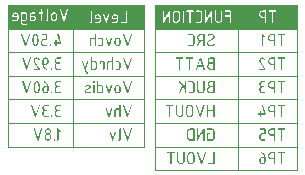
<source format=gbo>
G04 Layer_Color=32896*
%FSLAX44Y44*%
%MOMM*%
G71*
G01*
G75*
%ADD32C,0.1000*%
G36*
X228279Y217333D02*
X228649Y217240D01*
X228964Y217129D01*
X229242Y216981D01*
X229464Y216833D01*
X229612Y216721D01*
X229723Y216629D01*
X229760Y216592D01*
X230020Y216296D01*
X230205Y215981D01*
X230334Y215666D01*
X230427Y215370D01*
X230483Y215111D01*
X230501Y214907D01*
X230520Y214833D01*
Y214777D01*
Y214740D01*
Y214722D01*
Y212629D01*
X230483Y212241D01*
X230408Y211870D01*
X230279Y211555D01*
X230131Y211278D01*
X230001Y211056D01*
X229871Y210907D01*
X229797Y210796D01*
X229760Y210759D01*
X229464Y210500D01*
X229131Y210315D01*
X228834Y210185D01*
X228538Y210093D01*
X228279Y210037D01*
X228075Y210019D01*
X228001Y210000D01*
X227890D01*
X227501Y210037D01*
X227150Y210111D01*
X226835Y210241D01*
X226557Y210389D01*
X226335Y210518D01*
X226168Y210648D01*
X226075Y210722D01*
X226038Y210759D01*
X225779Y211056D01*
X225594Y211389D01*
X225446Y211685D01*
X225353Y211981D01*
X225298Y212241D01*
X225279Y212444D01*
X225261Y212518D01*
Y212574D01*
Y212611D01*
Y212629D01*
Y214722D01*
X225298Y215129D01*
X225390Y215481D01*
X225501Y215796D01*
X225650Y216073D01*
X225798Y216296D01*
X225909Y216462D01*
X226001Y216555D01*
X226038Y216592D01*
X226335Y216851D01*
X226649Y217036D01*
X226964Y217185D01*
X227242Y217277D01*
X227501Y217333D01*
X227705Y217351D01*
X227779Y217370D01*
X227890D01*
X228279Y217333D01*
D02*
G37*
G36*
X222780Y217351D02*
X222891Y217296D01*
X222983Y217222D01*
X223002Y217203D01*
X223094Y217092D01*
X223131Y216962D01*
X223150Y216870D01*
Y216851D01*
Y216833D01*
X223131Y216721D01*
Y216684D01*
Y216666D01*
X221057Y210426D01*
X220984Y210278D01*
X220909Y210185D01*
X220817Y210111D01*
X220724Y210056D01*
X220650Y210019D01*
X220576Y210000D01*
X220520D01*
X220391Y210019D01*
X220280Y210074D01*
X220187Y210130D01*
X220113Y210222D01*
X220076Y210296D01*
X220039Y210352D01*
X220002Y210407D01*
Y210426D01*
X217928Y216666D01*
X217891Y216777D01*
Y216814D01*
Y216833D01*
X217910Y217018D01*
X217965Y217147D01*
X218058Y217240D01*
X218150Y217296D01*
X218262Y217351D01*
X218336Y217370D01*
X218428D01*
X218558Y217351D01*
X218669Y217314D01*
X218762Y217258D01*
X218817Y217185D01*
X218910Y217055D01*
X218928Y217018D01*
Y216999D01*
X220520Y212185D01*
X222132Y216999D01*
X222187Y217129D01*
X222261Y217222D01*
X222335Y217277D01*
X222428Y217333D01*
X222502Y217351D01*
X222576Y217370D01*
X222631D01*
X222780Y217351D01*
D02*
G37*
G36*
X209114Y220499D02*
X209244Y220443D01*
X209336Y220351D01*
X209392Y220258D01*
X209429Y220147D01*
X209466Y220073D01*
Y219999D01*
Y219981D01*
Y210518D01*
X209448Y210352D01*
X209392Y210222D01*
X209300Y210130D01*
X209207Y210074D01*
X209114Y210037D01*
X209022Y210000D01*
X208948D01*
X208762Y210019D01*
X208633Y210074D01*
X208540Y210167D01*
X208485Y210259D01*
X208429Y210352D01*
X208411Y210444D01*
Y210500D01*
Y210518D01*
Y216314D01*
X206318D01*
X206152Y216296D01*
X206022Y216259D01*
X205892Y216222D01*
X205781Y216166D01*
X205689Y216092D01*
X205633Y216055D01*
X205596Y216018D01*
X205578Y215999D01*
X205466Y215888D01*
X205392Y215759D01*
X205337Y215629D01*
X205300Y215518D01*
X205281Y215407D01*
X205263Y215333D01*
Y215277D01*
Y215259D01*
Y210518D01*
X205244Y210352D01*
X205189Y210222D01*
X205096Y210130D01*
X205004Y210074D01*
X204911Y210037D01*
X204818Y210000D01*
X204744D01*
X204559Y210019D01*
X204430Y210074D01*
X204337Y210167D01*
X204282Y210259D01*
X204226Y210352D01*
X204207Y210444D01*
Y210500D01*
Y210518D01*
Y215296D01*
X204226Y215611D01*
X204300Y215888D01*
X204411Y216129D01*
X204522Y216351D01*
X204633Y216518D01*
X204744Y216647D01*
X204818Y216740D01*
X204837Y216759D01*
X205078Y216962D01*
X205318Y217110D01*
X205578Y217222D01*
X205800Y217296D01*
X206003Y217333D01*
X206170Y217370D01*
X208411D01*
Y219981D01*
X208429Y220166D01*
X208485Y220295D01*
X208577Y220388D01*
X208670Y220443D01*
X208781Y220499D01*
X208855Y220517D01*
X208948D01*
X209114Y220499D01*
D02*
G37*
G36*
X214003Y217351D02*
X214299Y217277D01*
X214558Y217185D01*
X214762Y217073D01*
X214947Y216944D01*
X215077Y216851D01*
X215151Y216777D01*
X215188Y216759D01*
X215391Y216518D01*
X215521Y216259D01*
X215632Y216018D01*
X215706Y215777D01*
X215743Y215574D01*
X215762Y215407D01*
X215780Y215296D01*
Y215277D01*
Y215259D01*
Y212092D01*
X215762Y211778D01*
X215688Y211481D01*
X215595Y211222D01*
X215484Y211018D01*
X215373Y210833D01*
X215280Y210704D01*
X215206Y210630D01*
X215188Y210592D01*
X214947Y210389D01*
X214688Y210259D01*
X214447Y210148D01*
X214206Y210074D01*
X214003Y210037D01*
X213836Y210019D01*
X213725Y210000D01*
X212114D01*
X211929Y210019D01*
X211799Y210074D01*
X211707Y210167D01*
X211651Y210259D01*
X211595Y210352D01*
X211577Y210444D01*
Y210500D01*
Y210518D01*
X211595Y210704D01*
X211651Y210833D01*
X211744Y210926D01*
X211836Y210981D01*
X211929Y211037D01*
X212021Y211056D01*
X213688D01*
X213836Y211074D01*
X213984Y211111D01*
X214114Y211148D01*
X214225Y211204D01*
X214299Y211259D01*
X214373Y211315D01*
X214410Y211333D01*
X214429Y211352D01*
X214521Y211481D01*
X214595Y211592D01*
X214651Y211722D01*
X214688Y211833D01*
X214706Y211944D01*
X214725Y212018D01*
Y212074D01*
Y212092D01*
Y215259D01*
X214706Y215407D01*
X214669Y215555D01*
X214632Y215685D01*
X214577Y215796D01*
X214521Y215870D01*
X214466Y215944D01*
X214447Y215981D01*
X214429Y215999D01*
X214299Y216110D01*
X214188Y216185D01*
X214058Y216240D01*
X213947Y216277D01*
X213836Y216296D01*
X213762Y216314D01*
X212096D01*
X211929Y216333D01*
X211799Y216388D01*
X211707Y216481D01*
X211633Y216573D01*
X211595Y216666D01*
X211577Y216759D01*
Y216814D01*
Y216833D01*
X211595Y217018D01*
X211651Y217147D01*
X211744Y217240D01*
X211836Y217296D01*
X211947Y217351D01*
X212021Y217370D01*
X213688D01*
X214003Y217351D01*
D02*
G37*
G36*
X290243Y120499D02*
X290483Y120480D01*
X290909Y120369D01*
X291280Y120221D01*
X291613Y120055D01*
X291872Y119888D01*
X291983Y119814D01*
X292076Y119740D01*
X292150Y119684D01*
X292206Y119629D01*
X292224Y119610D01*
X292243Y119592D01*
X292409Y119406D01*
X292539Y119221D01*
X292668Y119036D01*
X292761Y118851D01*
X292928Y118481D01*
X293039Y118129D01*
X293094Y117814D01*
X293113Y117684D01*
X293131Y117573D01*
X293150Y117481D01*
Y117407D01*
Y117370D01*
Y117351D01*
Y113148D01*
X293131Y112907D01*
X293113Y112666D01*
X293002Y112240D01*
X292854Y111870D01*
X292687Y111537D01*
X292520Y111278D01*
X292446Y111166D01*
X292391Y111074D01*
X292317Y111000D01*
X292280Y110944D01*
X292261Y110926D01*
X292243Y110907D01*
X292057Y110741D01*
X291872Y110611D01*
X291687Y110481D01*
X291502Y110389D01*
X291132Y110222D01*
X290780Y110111D01*
X290465Y110056D01*
X290335Y110037D01*
X290224Y110019D01*
X290132Y110000D01*
X290002D01*
X289761Y110019D01*
X289521Y110037D01*
X289095Y110148D01*
X288706Y110296D01*
X288391Y110463D01*
X288132Y110630D01*
X288021Y110704D01*
X287928Y110759D01*
X287854Y110833D01*
X287799Y110870D01*
X287780Y110889D01*
X287762Y110907D01*
X287595Y111093D01*
X287447Y111278D01*
X287336Y111463D01*
X287225Y111648D01*
X287058Y112018D01*
X286947Y112370D01*
X286891Y112685D01*
X286854Y112815D01*
Y112926D01*
X286836Y113018D01*
Y113092D01*
Y113129D01*
Y113148D01*
Y117351D01*
X286854Y117592D01*
X286873Y117832D01*
X286984Y118258D01*
X287132Y118647D01*
X287299Y118962D01*
X287465Y119221D01*
X287539Y119332D01*
X287613Y119425D01*
X287669Y119499D01*
X287724Y119555D01*
X287743Y119573D01*
X287762Y119592D01*
X287947Y119758D01*
X288132Y119906D01*
X288317Y120017D01*
X288502Y120129D01*
X288873Y120295D01*
X289224Y120406D01*
X289539Y120462D01*
X289669Y120499D01*
X289780D01*
X289872Y120517D01*
X290002D01*
X290243Y120499D01*
D02*
G37*
G36*
X309648D02*
X309778Y120443D01*
X309870Y120351D01*
X309926Y120258D01*
X309963Y120147D01*
X310000Y120073D01*
Y119999D01*
Y119980D01*
Y110518D01*
X309981Y110352D01*
X309926Y110222D01*
X309833Y110130D01*
X309741Y110074D01*
X309648Y110037D01*
X309556Y110000D01*
X305278D01*
X305093Y110019D01*
X304963Y110074D01*
X304871Y110167D01*
X304815Y110259D01*
X304760Y110352D01*
X304741Y110444D01*
Y110500D01*
Y110518D01*
X304760Y110704D01*
X304815Y110833D01*
X304908Y110926D01*
X305000Y110981D01*
X305112Y111037D01*
X305186Y111055D01*
X308945D01*
Y119980D01*
X308963Y120166D01*
X309019Y120295D01*
X309111Y120388D01*
X309204Y120443D01*
X309315Y120499D01*
X309389Y120517D01*
X309482D01*
X309648Y120499D01*
D02*
G37*
G36*
X239648Y220499D02*
X239778Y220443D01*
X239870Y220351D01*
X239926Y220258D01*
X239963Y220147D01*
X240000Y220073D01*
Y219999D01*
Y219981D01*
X239981Y219869D01*
Y219851D01*
Y219832D01*
X236852Y210389D01*
X236778Y210259D01*
X236704Y210167D01*
X236630Y210093D01*
X236537Y210056D01*
X236463Y210019D01*
X236389Y210000D01*
X236334D01*
X236204Y210019D01*
X236093Y210056D01*
X236000Y210130D01*
X235926Y210204D01*
X235834Y210333D01*
X235815Y210370D01*
Y210389D01*
X232667Y219832D01*
X232649Y219925D01*
Y219962D01*
Y219981D01*
X232667Y220166D01*
X232723Y220295D01*
X232816Y220388D01*
X232908Y220443D01*
X233001Y220499D01*
X233093Y220517D01*
X233167D01*
X233297Y220499D01*
X233408Y220462D01*
X233482Y220406D01*
X233556Y220351D01*
X233649Y220221D01*
X233667Y220184D01*
Y220166D01*
X236334Y212185D01*
X238982Y220166D01*
X239037Y220277D01*
X239111Y220369D01*
X239204Y220425D01*
X239278Y220480D01*
X239352Y220499D01*
X239426Y220517D01*
X239482D01*
X239648Y220499D01*
D02*
G37*
G36*
X275948Y120499D02*
X276078Y120443D01*
X276170Y120351D01*
X276226Y120258D01*
X276263Y120147D01*
X276300Y120073D01*
Y119999D01*
Y119980D01*
X276281Y119814D01*
X276226Y119684D01*
X276133Y119592D01*
X276041Y119536D01*
X275948Y119499D01*
X275855Y119462D01*
X273670D01*
Y110518D01*
X273652Y110352D01*
X273596Y110222D01*
X273504Y110130D01*
X273411Y110074D01*
X273319Y110037D01*
X273226Y110000D01*
X273152D01*
X272967Y110019D01*
X272837Y110074D01*
X272745Y110167D01*
X272689Y110259D01*
X272633Y110352D01*
X272615Y110444D01*
Y110500D01*
Y110518D01*
Y119462D01*
X270523D01*
X270338Y119480D01*
X270208Y119536D01*
X270115Y119629D01*
X270060Y119721D01*
X270004Y119814D01*
X269986Y119906D01*
Y119962D01*
Y119980D01*
X270004Y120166D01*
X270060Y120295D01*
X270152Y120388D01*
X270245Y120443D01*
X270356Y120499D01*
X270430Y120517D01*
X275781D01*
X275948Y120499D01*
D02*
G37*
G36*
X205966Y200499D02*
X206096Y200443D01*
X206189Y200351D01*
X206244Y200258D01*
X206281Y200147D01*
X206318Y200073D01*
Y199999D01*
Y199980D01*
Y197370D01*
X208429D01*
X208651Y197351D01*
X208855Y197333D01*
X209059Y197277D01*
X209225Y197203D01*
X209540Y197036D01*
X209799Y196851D01*
X209985Y196647D01*
X210133Y196481D01*
X210188Y196407D01*
X210207Y196351D01*
X210244Y196333D01*
Y196314D01*
X210336Y196129D01*
X210410Y195944D01*
X210448Y195777D01*
X210485Y195611D01*
X210503Y195462D01*
X210522Y195351D01*
Y195277D01*
Y195259D01*
Y192092D01*
X210503Y191778D01*
X210429Y191481D01*
X210336Y191222D01*
X210225Y191018D01*
X210114Y190833D01*
X210022Y190704D01*
X209948Y190630D01*
X209929Y190592D01*
X209688Y190389D01*
X209429Y190259D01*
X209188Y190148D01*
X208948Y190074D01*
X208744Y190037D01*
X208577Y190019D01*
X208466Y190000D01*
X205800D01*
X205615Y190019D01*
X205485Y190074D01*
X205392Y190167D01*
X205337Y190259D01*
X205281Y190352D01*
X205263Y190444D01*
Y190500D01*
Y190518D01*
Y199980D01*
X205281Y200166D01*
X205337Y200295D01*
X205429Y200388D01*
X205522Y200443D01*
X205633Y200499D01*
X205707Y200517D01*
X205800D01*
X205966Y200499D01*
D02*
G37*
G36*
X216484Y197351D02*
X216614Y197295D01*
X216706Y197203D01*
X216762Y197110D01*
X216799Y196999D01*
X216836Y196925D01*
Y196851D01*
Y196833D01*
Y190518D01*
X216817Y190352D01*
X216762Y190222D01*
X216669Y190130D01*
X216576Y190074D01*
X216484Y190037D01*
X216391Y190000D01*
X216317D01*
X216132Y190019D01*
X216003Y190074D01*
X215910Y190167D01*
X215854Y190259D01*
X215799Y190352D01*
X215780Y190444D01*
Y190500D01*
Y190518D01*
Y196314D01*
X213688D01*
Y195777D01*
X213669Y195611D01*
X213614Y195481D01*
X213521Y195388D01*
X213429Y195333D01*
X213336Y195296D01*
X213244Y195259D01*
X213169D01*
X212984Y195277D01*
X212855Y195333D01*
X212762Y195425D01*
X212707Y195518D01*
X212651Y195611D01*
X212633Y195703D01*
Y195759D01*
Y195777D01*
Y196833D01*
X212651Y197018D01*
X212707Y197147D01*
X212799Y197240D01*
X212892Y197295D01*
X213003Y197351D01*
X213077Y197370D01*
X216317D01*
X216484Y197351D01*
D02*
G37*
G36*
X239648Y180499D02*
X239778Y180443D01*
X239870Y180351D01*
X239926Y180258D01*
X239963Y180147D01*
X240000Y180073D01*
Y179999D01*
Y179980D01*
X239981Y179869D01*
Y179851D01*
Y179832D01*
X236852Y170389D01*
X236778Y170259D01*
X236704Y170167D01*
X236630Y170093D01*
X236537Y170056D01*
X236463Y170019D01*
X236389Y170000D01*
X236334D01*
X236204Y170019D01*
X236093Y170056D01*
X236000Y170130D01*
X235926Y170204D01*
X235834Y170333D01*
X235815Y170370D01*
Y170389D01*
X232667Y179832D01*
X232649Y179925D01*
Y179962D01*
Y179980D01*
X232667Y180166D01*
X232723Y180295D01*
X232816Y180388D01*
X232908Y180443D01*
X233001Y180499D01*
X233093Y180517D01*
X233167D01*
X233297Y180499D01*
X233408Y180462D01*
X233482Y180406D01*
X233556Y180351D01*
X233649Y180221D01*
X233667Y180184D01*
Y180166D01*
X236334Y172185D01*
X238982Y180166D01*
X239037Y180277D01*
X239111Y180369D01*
X239204Y180425D01*
X239278Y180480D01*
X239352Y180499D01*
X239426Y180517D01*
X239482D01*
X239648Y180499D01*
D02*
G37*
G36*
X208059D02*
X208188Y180443D01*
X208281Y180351D01*
X208337Y180258D01*
X208374Y180147D01*
X208411Y180073D01*
Y179999D01*
Y179980D01*
Y179462D01*
X208392Y179295D01*
X208337Y179166D01*
X208244Y179073D01*
X208151Y179018D01*
X208059Y178981D01*
X207966Y178944D01*
X207892D01*
X207707Y178962D01*
X207577Y179018D01*
X207485Y179110D01*
X207429Y179203D01*
X207374Y179295D01*
X207355Y179388D01*
Y179443D01*
Y179462D01*
Y179980D01*
X207374Y180166D01*
X207429Y180295D01*
X207522Y180388D01*
X207614Y180443D01*
X207726Y180499D01*
X207800Y180517D01*
X207892D01*
X208059Y180499D01*
D02*
G37*
G36*
X202800Y197351D02*
X202930Y197295D01*
X203022Y197203D01*
X203078Y197110D01*
X203115Y196999D01*
X203152Y196925D01*
Y196851D01*
Y196833D01*
X203134Y196721D01*
Y196684D01*
Y196666D01*
X201097Y190518D01*
X201967Y187908D01*
X202596D01*
X202670Y187889D01*
X202726D01*
X202874Y187834D01*
X202967Y187778D01*
X203041Y187685D01*
X203096Y187593D01*
X203134Y187519D01*
X203152Y187445D01*
Y187389D01*
Y187371D01*
X203134Y187185D01*
X203078Y187056D01*
X202985Y186963D01*
X202893Y186908D01*
X202800Y186871D01*
X202708Y186834D01*
X201597D01*
X201467Y186852D01*
X201356Y186889D01*
X201263Y186945D01*
X201208Y187019D01*
X201115Y187148D01*
X201097Y187185D01*
Y187204D01*
X197949Y196666D01*
X197912Y196740D01*
X197893Y196777D01*
Y196814D01*
Y196833D01*
X197912Y197018D01*
X197967Y197147D01*
X198060Y197240D01*
X198153Y197295D01*
X198264Y197351D01*
X198338Y197370D01*
X198430D01*
X198560Y197351D01*
X198671Y197314D01*
X198764Y197258D01*
X198838Y197184D01*
X198930Y197055D01*
X198949Y197018D01*
Y196999D01*
X200541Y192185D01*
X202134Y196999D01*
X202189Y197129D01*
X202263Y197222D01*
X202356Y197277D01*
X202430Y197333D01*
X202504Y197351D01*
X202578Y197370D01*
X202633D01*
X202800Y197351D01*
D02*
G37*
G36*
X239648Y200499D02*
X239778Y200443D01*
X239870Y200351D01*
X239926Y200258D01*
X239963Y200147D01*
X240000Y200073D01*
Y199999D01*
Y199980D01*
X239981Y199869D01*
Y199851D01*
Y199832D01*
X236852Y190389D01*
X236778Y190259D01*
X236704Y190167D01*
X236630Y190093D01*
X236537Y190056D01*
X236463Y190019D01*
X236389Y190000D01*
X236334D01*
X236204Y190019D01*
X236093Y190056D01*
X236000Y190130D01*
X235926Y190204D01*
X235834Y190333D01*
X235815Y190370D01*
Y190389D01*
X232667Y199832D01*
X232649Y199925D01*
Y199962D01*
Y199980D01*
X232667Y200166D01*
X232723Y200295D01*
X232816Y200388D01*
X232908Y200443D01*
X233001Y200499D01*
X233093Y200517D01*
X233167D01*
X233297Y200499D01*
X233408Y200462D01*
X233482Y200406D01*
X233556Y200351D01*
X233649Y200221D01*
X233667Y200184D01*
Y200166D01*
X236334Y192185D01*
X238982Y200166D01*
X239037Y200277D01*
X239111Y200369D01*
X239204Y200425D01*
X239278Y200480D01*
X239352Y200499D01*
X239426Y200517D01*
X239482D01*
X239648Y200499D01*
D02*
G37*
G36*
X223853D02*
X223983Y200443D01*
X224076Y200351D01*
X224131Y200258D01*
X224168Y200147D01*
X224205Y200073D01*
Y199999D01*
Y199980D01*
Y190518D01*
X224187Y190352D01*
X224131Y190222D01*
X224039Y190130D01*
X223946Y190074D01*
X223853Y190037D01*
X223761Y190000D01*
X223687D01*
X223502Y190019D01*
X223372Y190074D01*
X223279Y190167D01*
X223224Y190259D01*
X223168Y190352D01*
X223150Y190444D01*
Y190500D01*
Y190518D01*
Y196314D01*
X221057D01*
X220891Y196296D01*
X220761Y196259D01*
X220632Y196222D01*
X220520Y196166D01*
X220428Y196092D01*
X220372Y196055D01*
X220335Y196018D01*
X220317Y195999D01*
X220206Y195888D01*
X220132Y195759D01*
X220076Y195629D01*
X220039Y195518D01*
X220021Y195407D01*
X220002Y195333D01*
Y195277D01*
Y195259D01*
Y190518D01*
X219984Y190352D01*
X219928Y190222D01*
X219835Y190130D01*
X219743Y190074D01*
X219650Y190037D01*
X219558Y190000D01*
X219484D01*
X219298Y190019D01*
X219169Y190074D01*
X219076Y190167D01*
X219021Y190259D01*
X218965Y190352D01*
X218947Y190444D01*
Y190500D01*
Y190518D01*
Y195296D01*
X218965Y195611D01*
X219039Y195888D01*
X219150Y196129D01*
X219261Y196351D01*
X219373Y196518D01*
X219484Y196647D01*
X219558Y196740D01*
X219576Y196759D01*
X219817Y196962D01*
X220058Y197110D01*
X220317Y197222D01*
X220539Y197295D01*
X220743Y197333D01*
X220909Y197370D01*
X223150D01*
Y199980D01*
X223168Y200166D01*
X223224Y200295D01*
X223316Y200388D01*
X223409Y200443D01*
X223520Y200499D01*
X223594Y200517D01*
X223687D01*
X223853Y200499D01*
D02*
G37*
G36*
X228742Y197351D02*
X229038Y197277D01*
X229297Y197184D01*
X229501Y197073D01*
X229686Y196944D01*
X229816Y196851D01*
X229890Y196777D01*
X229927Y196759D01*
X230131Y196518D01*
X230260Y196259D01*
X230371Y196018D01*
X230445Y195777D01*
X230483Y195574D01*
X230501Y195407D01*
X230520Y195296D01*
Y195277D01*
Y195259D01*
Y192092D01*
X230501Y191778D01*
X230427Y191481D01*
X230334Y191222D01*
X230223Y191018D01*
X230112Y190833D01*
X230020Y190704D01*
X229946Y190630D01*
X229927Y190592D01*
X229686Y190389D01*
X229427Y190259D01*
X229186Y190148D01*
X228946Y190074D01*
X228742Y190037D01*
X228575Y190019D01*
X228464Y190000D01*
X226853D01*
X226668Y190019D01*
X226538Y190074D01*
X226446Y190167D01*
X226390Y190259D01*
X226335Y190352D01*
X226316Y190444D01*
Y190500D01*
Y190518D01*
X226335Y190704D01*
X226390Y190833D01*
X226483Y190926D01*
X226576Y190981D01*
X226668Y191037D01*
X226761Y191055D01*
X228427D01*
X228575Y191074D01*
X228723Y191111D01*
X228853Y191148D01*
X228964Y191204D01*
X229038Y191259D01*
X229112Y191315D01*
X229149Y191333D01*
X229168Y191352D01*
X229260Y191481D01*
X229334Y191592D01*
X229390Y191722D01*
X229427Y191833D01*
X229445Y191944D01*
X229464Y192018D01*
Y192074D01*
Y192092D01*
Y195259D01*
X229445Y195407D01*
X229408Y195555D01*
X229371Y195685D01*
X229316Y195796D01*
X229260Y195870D01*
X229205Y195944D01*
X229186Y195981D01*
X229168Y195999D01*
X229038Y196110D01*
X228927Y196185D01*
X228797Y196240D01*
X228686Y196277D01*
X228575Y196296D01*
X228501Y196314D01*
X226835D01*
X226668Y196333D01*
X226538Y196388D01*
X226446Y196481D01*
X226372Y196573D01*
X226335Y196666D01*
X226316Y196759D01*
Y196814D01*
Y196833D01*
X226335Y197018D01*
X226390Y197147D01*
X226483Y197240D01*
X226576Y197295D01*
X226687Y197351D01*
X226761Y197370D01*
X228427D01*
X228742Y197351D01*
D02*
G37*
G36*
X284373Y120499D02*
X284503Y120443D01*
X284595Y120351D01*
X284651Y120258D01*
X284688Y120147D01*
X284725Y120073D01*
Y119999D01*
Y119980D01*
Y113148D01*
X284706Y112907D01*
X284688Y112666D01*
X284577Y112240D01*
X284429Y111870D01*
X284262Y111537D01*
X284095Y111278D01*
X284021Y111166D01*
X283966Y111074D01*
X283892Y111000D01*
X283855Y110944D01*
X283836Y110926D01*
X283818Y110907D01*
X283632Y110741D01*
X283447Y110611D01*
X283262Y110481D01*
X283077Y110389D01*
X282707Y110222D01*
X282355Y110111D01*
X282040Y110056D01*
X281910Y110037D01*
X281799Y110019D01*
X281707Y110000D01*
X281577D01*
X281336Y110019D01*
X281096Y110037D01*
X280670Y110148D01*
X280281Y110296D01*
X279966Y110463D01*
X279707Y110630D01*
X279596Y110704D01*
X279503Y110759D01*
X279429Y110833D01*
X279374Y110870D01*
X279355Y110889D01*
X279336Y110907D01*
X279170Y111093D01*
X279022Y111278D01*
X278911Y111463D01*
X278799Y111648D01*
X278633Y112018D01*
X278522Y112370D01*
X278466Y112685D01*
X278429Y112815D01*
Y112926D01*
X278411Y113018D01*
Y113092D01*
Y113129D01*
Y113148D01*
Y119980D01*
X278429Y120166D01*
X278485Y120295D01*
X278577Y120388D01*
X278670Y120443D01*
X278781Y120499D01*
X278855Y120517D01*
X278948D01*
X279114Y120499D01*
X279244Y120443D01*
X279336Y120351D01*
X279392Y120258D01*
X279429Y120147D01*
X279466Y120073D01*
Y119999D01*
Y119980D01*
Y113148D01*
X279485Y112833D01*
X279559Y112537D01*
X279651Y112277D01*
X279762Y112074D01*
X279892Y111889D01*
X279985Y111759D01*
X280059Y111685D01*
X280077Y111648D01*
X280318Y111444D01*
X280577Y111315D01*
X280818Y111204D01*
X281059Y111130D01*
X281262Y111093D01*
X281429Y111074D01*
X281540Y111055D01*
X281577D01*
X281892Y111074D01*
X282188Y111148D01*
X282447Y111241D01*
X282651Y111352D01*
X282836Y111463D01*
X282966Y111555D01*
X283040Y111629D01*
X283077Y111648D01*
X283281Y111889D01*
X283410Y112148D01*
X283521Y112389D01*
X283595Y112629D01*
X283632Y112833D01*
X283651Y113000D01*
X283669Y113111D01*
Y113129D01*
Y113148D01*
Y119980D01*
X283688Y120166D01*
X283743Y120295D01*
X283836Y120388D01*
X283929Y120443D01*
X284040Y120499D01*
X284114Y120517D01*
X284206D01*
X284373Y120499D01*
D02*
G37*
G36*
X309648Y180499D02*
X309778Y180443D01*
X309870Y180351D01*
X309926Y180258D01*
X309963Y180147D01*
X310000Y180073D01*
Y179999D01*
Y179980D01*
Y170518D01*
X309981Y170352D01*
X309926Y170222D01*
X309833Y170130D01*
X309741Y170074D01*
X309648Y170037D01*
X309556Y170000D01*
X306852D01*
X306611Y170019D01*
X306371Y170037D01*
X305945Y170148D01*
X305556Y170296D01*
X305241Y170463D01*
X304982Y170630D01*
X304871Y170704D01*
X304778Y170759D01*
X304704Y170833D01*
X304649Y170870D01*
X304630Y170889D01*
X304612Y170907D01*
X304445Y171092D01*
X304297Y171278D01*
X304186Y171463D01*
X304075Y171648D01*
X303908Y172018D01*
X303797Y172370D01*
X303741Y172685D01*
X303704Y172815D01*
Y172926D01*
X303686Y173018D01*
Y173092D01*
Y173129D01*
Y173148D01*
X303704Y173481D01*
X303741Y173777D01*
X303815Y174055D01*
X303927Y174333D01*
X304038Y174574D01*
X304167Y174796D01*
X304297Y174981D01*
X304426Y175166D01*
X304575Y175314D01*
X304704Y175462D01*
X304834Y175574D01*
X304945Y175666D01*
X305038Y175740D01*
X305112Y175796D01*
X305167Y175814D01*
X305186Y175833D01*
X305019Y175981D01*
X304852Y176147D01*
X304723Y176314D01*
X304612Y176499D01*
X304445Y176833D01*
X304334Y177166D01*
X304260Y177444D01*
X304241Y177573D01*
X304223Y177684D01*
X304204Y177758D01*
Y177833D01*
Y177869D01*
Y177888D01*
X304241Y178277D01*
X304334Y178647D01*
X304445Y178962D01*
X304593Y179221D01*
X304741Y179443D01*
X304852Y179610D01*
X304945Y179703D01*
X304982Y179740D01*
X305278Y179999D01*
X305593Y180184D01*
X305908Y180332D01*
X306204Y180425D01*
X306463Y180480D01*
X306667Y180499D01*
X306741Y180517D01*
X309482D01*
X309648Y180499D01*
D02*
G37*
G36*
X301223D02*
X301353Y180443D01*
X301445Y180351D01*
X301501Y180258D01*
X301538Y180147D01*
X301575Y180073D01*
Y179999D01*
Y179980D01*
Y173148D01*
X301556Y172907D01*
X301538Y172666D01*
X301427Y172241D01*
X301279Y171870D01*
X301112Y171537D01*
X300945Y171278D01*
X300871Y171166D01*
X300816Y171074D01*
X300742Y171000D01*
X300705Y170944D01*
X300686Y170926D01*
X300668Y170907D01*
X300483Y170741D01*
X300297Y170611D01*
X300112Y170481D01*
X299927Y170389D01*
X299557Y170222D01*
X299205Y170111D01*
X298890Y170056D01*
X298760Y170037D01*
X298649Y170019D01*
X298557Y170000D01*
X298427D01*
X298186Y170019D01*
X297946Y170037D01*
X297520Y170148D01*
X297131Y170296D01*
X296816Y170463D01*
X296557Y170630D01*
X296446Y170704D01*
X296353Y170759D01*
X296279Y170833D01*
X296224Y170870D01*
X296205Y170889D01*
X296187Y170907D01*
X296020Y171092D01*
X295872Y171278D01*
X295761Y171463D01*
X295650Y171648D01*
X295483Y172018D01*
X295372Y172370D01*
X295316Y172685D01*
X295279Y172815D01*
Y172926D01*
X295261Y173018D01*
Y173092D01*
Y173129D01*
Y173148D01*
Y179980D01*
X295279Y180166D01*
X295335Y180295D01*
X295427Y180388D01*
X295520Y180443D01*
X295631Y180499D01*
X295705Y180517D01*
X295798D01*
X295964Y180499D01*
X296094Y180443D01*
X296187Y180351D01*
X296242Y180258D01*
X296279Y180147D01*
X296316Y180073D01*
Y179999D01*
Y179980D01*
Y173148D01*
X296335Y172833D01*
X296409Y172537D01*
X296501Y172278D01*
X296612Y172074D01*
X296742Y171889D01*
X296835Y171759D01*
X296909Y171685D01*
X296927Y171648D01*
X297168Y171444D01*
X297427Y171315D01*
X297668Y171204D01*
X297909Y171129D01*
X298112Y171092D01*
X298279Y171074D01*
X298390Y171055D01*
X298427D01*
X298742Y171074D01*
X299038Y171148D01*
X299297Y171241D01*
X299501Y171352D01*
X299686Y171463D01*
X299816Y171555D01*
X299890Y171630D01*
X299927Y171648D01*
X300131Y171889D01*
X300260Y172148D01*
X300371Y172389D01*
X300445Y172629D01*
X300483Y172833D01*
X300501Y173000D01*
X300520Y173111D01*
Y173129D01*
Y173148D01*
Y179980D01*
X300538Y180166D01*
X300594Y180295D01*
X300686Y180388D01*
X300779Y180443D01*
X300890Y180499D01*
X300964Y180517D01*
X301056D01*
X301223Y180499D01*
D02*
G37*
G36*
X309648Y160499D02*
X309778Y160443D01*
X309870Y160351D01*
X309926Y160258D01*
X309963Y160147D01*
X310000Y160073D01*
Y159999D01*
Y159980D01*
Y150518D01*
X309981Y150352D01*
X309926Y150222D01*
X309833Y150130D01*
X309741Y150074D01*
X309648Y150037D01*
X309556Y150000D01*
X309482D01*
X309296Y150019D01*
X309167Y150074D01*
X309074Y150167D01*
X309019Y150259D01*
X308963Y150352D01*
X308945Y150444D01*
Y150500D01*
Y150518D01*
Y155259D01*
X304741D01*
Y150518D01*
X304723Y150352D01*
X304667Y150222D01*
X304575Y150130D01*
X304482Y150074D01*
X304389Y150037D01*
X304297Y150000D01*
X304223D01*
X304038Y150019D01*
X303908Y150074D01*
X303815Y150167D01*
X303760Y150259D01*
X303704Y150352D01*
X303686Y150444D01*
Y150500D01*
Y150518D01*
Y159980D01*
X303704Y160166D01*
X303760Y160295D01*
X303853Y160388D01*
X303945Y160443D01*
X304056Y160499D01*
X304130Y160517D01*
X304223D01*
X304389Y160499D01*
X304519Y160443D01*
X304612Y160351D01*
X304667Y160258D01*
X304704Y160147D01*
X304741Y160073D01*
Y159999D01*
Y159980D01*
Y156314D01*
X308945D01*
Y159980D01*
X308963Y160166D01*
X309019Y160295D01*
X309111Y160388D01*
X309204Y160443D01*
X309315Y160499D01*
X309389Y160517D01*
X309482D01*
X309648Y160499D01*
D02*
G37*
G36*
X290909Y180480D02*
X291280Y180388D01*
X291595Y180277D01*
X291872Y180129D01*
X292094Y179980D01*
X292243Y179869D01*
X292354Y179777D01*
X292391Y179740D01*
X292650Y179443D01*
X292835Y179129D01*
X292965Y178814D01*
X293057Y178518D01*
X293113Y178277D01*
X293131Y178073D01*
X293150Y177999D01*
Y177944D01*
Y177907D01*
Y177888D01*
Y172629D01*
X293113Y172241D01*
X293039Y171870D01*
X292909Y171555D01*
X292761Y171278D01*
X292631Y171055D01*
X292502Y170907D01*
X292428Y170796D01*
X292391Y170759D01*
X292094Y170500D01*
X291761Y170315D01*
X291465Y170185D01*
X291169Y170093D01*
X290909Y170037D01*
X290706Y170019D01*
X290632Y170000D01*
X288428D01*
X288243Y170019D01*
X288113Y170074D01*
X288021Y170167D01*
X287965Y170259D01*
X287910Y170352D01*
X287891Y170444D01*
Y170500D01*
Y170518D01*
X287910Y170704D01*
X287965Y170833D01*
X288058Y170926D01*
X288150Y170981D01*
X288262Y171037D01*
X288336Y171055D01*
X290521D01*
X290761Y171074D01*
X290984Y171129D01*
X291169Y171204D01*
X291335Y171278D01*
X291465Y171352D01*
X291558Y171426D01*
X291632Y171481D01*
X291650Y171500D01*
X291798Y171685D01*
X291909Y171870D01*
X291983Y172055D01*
X292039Y172241D01*
X292076Y172389D01*
X292094Y172518D01*
Y172592D01*
Y172629D01*
Y177869D01*
X292076Y178110D01*
X292020Y178333D01*
X291946Y178518D01*
X291872Y178684D01*
X291798Y178814D01*
X291724Y178925D01*
X291669Y178981D01*
X291650Y178999D01*
X291465Y179147D01*
X291280Y179258D01*
X291095Y179351D01*
X290909Y179406D01*
X290761Y179443D01*
X290632Y179462D01*
X288428D01*
X288243Y179480D01*
X288113Y179536D01*
X288021Y179629D01*
X287965Y179721D01*
X287910Y179814D01*
X287891Y179906D01*
Y179962D01*
Y179980D01*
X287910Y180166D01*
X287965Y180295D01*
X288058Y180388D01*
X288150Y180443D01*
X288262Y180499D01*
X288336Y180517D01*
X290521D01*
X290909Y180480D01*
D02*
G37*
G36*
X291743Y200499D02*
X291872Y200443D01*
X291965Y200351D01*
X292020Y200258D01*
X292057Y200147D01*
X292094Y200073D01*
Y199999D01*
Y199980D01*
X292076Y199814D01*
X292020Y199684D01*
X291928Y199592D01*
X291835Y199536D01*
X291743Y199499D01*
X291650Y199462D01*
X289465D01*
Y190518D01*
X289447Y190352D01*
X289391Y190222D01*
X289298Y190130D01*
X289206Y190074D01*
X289113Y190037D01*
X289021Y190000D01*
X288947D01*
X288762Y190019D01*
X288632Y190074D01*
X288539Y190167D01*
X288484Y190259D01*
X288428Y190352D01*
X288410Y190444D01*
Y190500D01*
Y190518D01*
Y199462D01*
X286317D01*
X286132Y199480D01*
X286003Y199536D01*
X285910Y199629D01*
X285854Y199721D01*
X285799Y199814D01*
X285780Y199906D01*
Y199962D01*
Y199980D01*
X285799Y200166D01*
X285854Y200295D01*
X285947Y200388D01*
X286040Y200443D01*
X286151Y200499D01*
X286225Y200517D01*
X291576D01*
X291743Y200499D01*
D02*
G37*
G36*
X298038D02*
X298149Y200443D01*
X298242Y200388D01*
X298298Y200314D01*
X298353Y200221D01*
X298390Y200166D01*
X298427Y200110D01*
Y200091D01*
X301556Y190685D01*
X301575Y190574D01*
Y190537D01*
Y190518D01*
X301556Y190352D01*
X301501Y190222D01*
X301408Y190130D01*
X301316Y190074D01*
X301223Y190037D01*
X301131Y190000D01*
X301056D01*
X300927Y190019D01*
X300816Y190056D01*
X300742Y190111D01*
X300668Y190185D01*
X300575Y190296D01*
X300557Y190333D01*
Y190352D01*
X299797Y192629D01*
X296001D01*
X295242Y190352D01*
X295187Y190241D01*
X295113Y190148D01*
X295020Y190093D01*
X294946Y190037D01*
X294872Y190019D01*
X294798Y190000D01*
X294742D01*
X294576Y190019D01*
X294446Y190074D01*
X294354Y190167D01*
X294279Y190259D01*
X294242Y190352D01*
X294224Y190444D01*
Y190500D01*
Y190518D01*
Y190630D01*
X294242Y190667D01*
Y190685D01*
X297390Y200110D01*
X297446Y200240D01*
X297520Y200351D01*
X297612Y200425D01*
X297705Y200462D01*
X297779Y200499D01*
X297853Y200517D01*
X297909D01*
X298038Y200499D01*
D02*
G37*
G36*
X285429Y180499D02*
X285558Y180443D01*
X285651Y180351D01*
X285706Y180258D01*
X285743Y180147D01*
X285780Y180073D01*
Y179999D01*
Y179980D01*
Y170518D01*
X285762Y170352D01*
X285706Y170222D01*
X285614Y170130D01*
X285521Y170074D01*
X285429Y170037D01*
X285336Y170000D01*
X285262D01*
X285077Y170019D01*
X284947Y170074D01*
X284855Y170167D01*
X284799Y170259D01*
X284743Y170352D01*
X284725Y170444D01*
Y170500D01*
Y170518D01*
Y174000D01*
X283373Y175499D01*
X280466Y170278D01*
X280410Y170185D01*
X280336Y170111D01*
X280262Y170074D01*
X280170Y170037D01*
X280059Y170000D01*
X280003D01*
X279855Y170019D01*
X279744Y170074D01*
X279670Y170130D01*
X279633Y170148D01*
X279540Y170278D01*
X279485Y170389D01*
X279466Y170481D01*
Y170518D01*
X279485Y170611D01*
X279503Y170704D01*
X279522Y170759D01*
X279540Y170778D01*
X282633Y176314D01*
X279614Y179629D01*
X279522Y179758D01*
X279485Y179869D01*
X279466Y179943D01*
Y179980D01*
X279485Y180166D01*
X279540Y180295D01*
X279633Y180388D01*
X279725Y180443D01*
X279837Y180499D01*
X279911Y180517D01*
X280003D01*
X280170Y180499D01*
X280281Y180443D01*
X280373Y180369D01*
X280392Y180351D01*
X284725Y175574D01*
Y179980D01*
X284743Y180166D01*
X284799Y180295D01*
X284891Y180388D01*
X284984Y180443D01*
X285095Y180499D01*
X285169Y180517D01*
X285262D01*
X285429Y180499D01*
D02*
G37*
G36*
X283318Y200499D02*
X283447Y200443D01*
X283540Y200351D01*
X283595Y200258D01*
X283632Y200147D01*
X283669Y200073D01*
Y199999D01*
Y199980D01*
X283651Y199814D01*
X283595Y199684D01*
X283503Y199592D01*
X283410Y199536D01*
X283318Y199499D01*
X283225Y199462D01*
X281040D01*
Y190518D01*
X281021Y190352D01*
X280966Y190222D01*
X280873Y190130D01*
X280781Y190074D01*
X280688Y190037D01*
X280596Y190000D01*
X280522D01*
X280336Y190019D01*
X280207Y190074D01*
X280114Y190167D01*
X280059Y190259D01*
X280003Y190352D01*
X279985Y190444D01*
Y190500D01*
Y190518D01*
Y199462D01*
X277892D01*
X277707Y199480D01*
X277577Y199536D01*
X277485Y199629D01*
X277429Y199721D01*
X277374Y199814D01*
X277355Y199906D01*
Y199962D01*
Y199980D01*
X277374Y200166D01*
X277429Y200295D01*
X277522Y200388D01*
X277614Y200443D01*
X277726Y200499D01*
X277800Y200517D01*
X283151D01*
X283318Y200499D01*
D02*
G37*
G36*
X307759Y140480D02*
X308130Y140388D01*
X308445Y140277D01*
X308722Y140129D01*
X308945Y139980D01*
X309093Y139869D01*
X309204Y139777D01*
X309241Y139740D01*
X309500Y139444D01*
X309685Y139129D01*
X309815Y138814D01*
X309907Y138518D01*
X309963Y138277D01*
X309981Y138073D01*
X310000Y137999D01*
Y137944D01*
Y137907D01*
Y137888D01*
Y132629D01*
X309963Y132240D01*
X309889Y131870D01*
X309759Y131555D01*
X309611Y131278D01*
X309482Y131055D01*
X309352Y130907D01*
X309278Y130796D01*
X309241Y130759D01*
X308945Y130500D01*
X308611Y130315D01*
X308315Y130185D01*
X308019Y130093D01*
X307759Y130037D01*
X307556Y130019D01*
X307482Y130000D01*
X304223D01*
X304038Y130019D01*
X303908Y130074D01*
X303815Y130167D01*
X303760Y130259D01*
X303704Y130352D01*
X303686Y130444D01*
Y130500D01*
Y130519D01*
Y135777D01*
X303704Y135962D01*
X303760Y136092D01*
X303853Y136185D01*
X303945Y136240D01*
X304056Y136296D01*
X304130Y136314D01*
X305797D01*
X305963Y136296D01*
X306093Y136240D01*
X306186Y136147D01*
X306241Y136055D01*
X306278Y135944D01*
X306315Y135870D01*
Y135796D01*
Y135777D01*
X306297Y135611D01*
X306241Y135481D01*
X306149Y135388D01*
X306056Y135333D01*
X305963Y135296D01*
X305871Y135259D01*
X304741D01*
Y131055D01*
X307371D01*
X307611Y131074D01*
X307834Y131130D01*
X308019Y131204D01*
X308185Y131278D01*
X308315Y131352D01*
X308408Y131426D01*
X308482Y131481D01*
X308500Y131500D01*
X308648Y131685D01*
X308759Y131870D01*
X308834Y132055D01*
X308889Y132240D01*
X308926Y132389D01*
X308945Y132518D01*
Y132592D01*
Y132629D01*
Y137870D01*
X308926Y138110D01*
X308871Y138333D01*
X308796Y138518D01*
X308722Y138684D01*
X308648Y138814D01*
X308574Y138925D01*
X308519Y138981D01*
X308500Y138999D01*
X308315Y139147D01*
X308130Y139258D01*
X307945Y139351D01*
X307759Y139406D01*
X307611Y139444D01*
X307482Y139462D01*
X304223D01*
X304038Y139480D01*
X303908Y139536D01*
X303815Y139629D01*
X303760Y139721D01*
X303704Y139814D01*
X303686Y139906D01*
Y139962D01*
Y139980D01*
X303704Y140166D01*
X303760Y140295D01*
X303853Y140388D01*
X303945Y140443D01*
X304056Y140499D01*
X304130Y140517D01*
X307371D01*
X307759Y140480D01*
D02*
G37*
G36*
X301223Y140499D02*
X301353Y140443D01*
X301445Y140351D01*
X301501Y140258D01*
X301538Y140147D01*
X301575Y140073D01*
Y139999D01*
Y139980D01*
Y130519D01*
X301556Y130352D01*
X301501Y130222D01*
X301408Y130130D01*
X301316Y130074D01*
X301223Y130037D01*
X301131Y130000D01*
X301056D01*
X300871Y130019D01*
X300742Y130074D01*
X300649Y130167D01*
X300594Y130259D01*
X300538Y130352D01*
X300520Y130444D01*
Y130500D01*
Y130519D01*
Y137962D01*
X296261Y130259D01*
X296205Y130167D01*
X296131Y130111D01*
X295964Y130037D01*
X295853Y130000D01*
X295798D01*
X295613Y130019D01*
X295483Y130074D01*
X295390Y130167D01*
X295335Y130259D01*
X295279Y130352D01*
X295261Y130444D01*
Y130500D01*
Y130519D01*
Y139980D01*
X295279Y140166D01*
X295335Y140295D01*
X295427Y140388D01*
X295520Y140443D01*
X295631Y140499D01*
X295705Y140517D01*
X295798D01*
X295964Y140499D01*
X296094Y140443D01*
X296187Y140351D01*
X296242Y140258D01*
X296279Y140147D01*
X296316Y140073D01*
Y139999D01*
Y139980D01*
Y132555D01*
X300575Y140203D01*
X300649Y140314D01*
X300723Y140388D01*
X300797Y140443D01*
X300871Y140480D01*
X300945Y140499D01*
X301001Y140517D01*
X301056D01*
X301223Y140499D01*
D02*
G37*
G36*
X302279Y120499D02*
X302408Y120443D01*
X302501Y120351D01*
X302556Y120258D01*
X302593Y120147D01*
X302630Y120073D01*
Y119999D01*
Y119980D01*
X302612Y119869D01*
Y119851D01*
Y119832D01*
X299483Y110389D01*
X299408Y110259D01*
X299335Y110167D01*
X299260Y110093D01*
X299168Y110056D01*
X299094Y110019D01*
X299020Y110000D01*
X298964D01*
X298834Y110019D01*
X298723Y110056D01*
X298631Y110130D01*
X298557Y110204D01*
X298464Y110333D01*
X298446Y110370D01*
Y110389D01*
X295298Y119832D01*
X295279Y119925D01*
Y119962D01*
Y119980D01*
X295298Y120166D01*
X295353Y120295D01*
X295446Y120388D01*
X295539Y120443D01*
X295631Y120499D01*
X295724Y120517D01*
X295798D01*
X295927Y120499D01*
X296038Y120462D01*
X296113Y120406D01*
X296187Y120351D01*
X296279Y120221D01*
X296298Y120184D01*
Y120166D01*
X298964Y112185D01*
X301612Y120166D01*
X301667Y120277D01*
X301742Y120369D01*
X301834Y120425D01*
X301908Y120480D01*
X301982Y120499D01*
X302056Y120517D01*
X302112D01*
X302279Y120499D01*
D02*
G37*
G36*
X292798Y140499D02*
X292928Y140443D01*
X293020Y140351D01*
X293076Y140258D01*
X293113Y140147D01*
X293150Y140073D01*
Y139999D01*
Y139980D01*
Y130519D01*
X293131Y130352D01*
X293076Y130222D01*
X292983Y130130D01*
X292891Y130074D01*
X292798Y130037D01*
X292705Y130000D01*
X289484D01*
X289095Y130037D01*
X288724Y130111D01*
X288410Y130241D01*
X288132Y130389D01*
X287910Y130519D01*
X287743Y130648D01*
X287651Y130722D01*
X287613Y130759D01*
X287354Y131055D01*
X287169Y131389D01*
X287021Y131685D01*
X286928Y131981D01*
X286873Y132240D01*
X286854Y132444D01*
X286836Y132518D01*
Y132574D01*
Y132611D01*
Y132629D01*
Y137888D01*
X286873Y138277D01*
X286965Y138647D01*
X287076Y138962D01*
X287225Y139221D01*
X287373Y139444D01*
X287484Y139610D01*
X287576Y139703D01*
X287613Y139740D01*
X287910Y139999D01*
X288225Y140184D01*
X288539Y140332D01*
X288836Y140425D01*
X289095Y140480D01*
X289298Y140499D01*
X289373Y140517D01*
X292631D01*
X292798Y140499D01*
D02*
G37*
G36*
X283318Y160499D02*
X283447Y160443D01*
X283540Y160351D01*
X283595Y160258D01*
X283632Y160147D01*
X283669Y160073D01*
Y159999D01*
Y159980D01*
Y153148D01*
X283651Y152907D01*
X283632Y152666D01*
X283521Y152240D01*
X283373Y151870D01*
X283207Y151537D01*
X283040Y151278D01*
X282966Y151166D01*
X282910Y151074D01*
X282836Y151000D01*
X282799Y150944D01*
X282781Y150926D01*
X282762Y150907D01*
X282577Y150741D01*
X282392Y150611D01*
X282207Y150481D01*
X282021Y150389D01*
X281651Y150222D01*
X281299Y150111D01*
X280984Y150056D01*
X280855Y150037D01*
X280744Y150019D01*
X280651Y150000D01*
X280522D01*
X280281Y150019D01*
X280040Y150037D01*
X279614Y150148D01*
X279225Y150296D01*
X278911Y150463D01*
X278651Y150630D01*
X278540Y150704D01*
X278448Y150759D01*
X278374Y150833D01*
X278318Y150870D01*
X278300Y150889D01*
X278281Y150907D01*
X278114Y151093D01*
X277966Y151278D01*
X277855Y151463D01*
X277744Y151648D01*
X277577Y152018D01*
X277466Y152370D01*
X277411Y152685D01*
X277374Y152815D01*
Y152926D01*
X277355Y153018D01*
Y153092D01*
Y153129D01*
Y153148D01*
Y159980D01*
X277374Y160166D01*
X277429Y160295D01*
X277522Y160388D01*
X277614Y160443D01*
X277726Y160499D01*
X277800Y160517D01*
X277892D01*
X278059Y160499D01*
X278188Y160443D01*
X278281Y160351D01*
X278337Y160258D01*
X278374Y160147D01*
X278411Y160073D01*
Y159999D01*
Y159980D01*
Y153148D01*
X278429Y152833D01*
X278503Y152537D01*
X278596Y152277D01*
X278707Y152074D01*
X278837Y151889D01*
X278929Y151759D01*
X279003Y151685D01*
X279022Y151648D01*
X279263Y151444D01*
X279522Y151315D01*
X279762Y151204D01*
X280003Y151130D01*
X280207Y151093D01*
X280373Y151074D01*
X280485Y151055D01*
X280522D01*
X280836Y151074D01*
X281133Y151148D01*
X281392Y151241D01*
X281596Y151352D01*
X281781Y151463D01*
X281910Y151555D01*
X281984Y151629D01*
X282021Y151648D01*
X282225Y151889D01*
X282355Y152148D01*
X282466Y152389D01*
X282540Y152629D01*
X282577Y152833D01*
X282595Y153000D01*
X282614Y153111D01*
Y153129D01*
Y153148D01*
Y159980D01*
X282633Y160166D01*
X282688Y160295D01*
X282781Y160388D01*
X282873Y160443D01*
X282984Y160499D01*
X283058Y160517D01*
X283151D01*
X283318Y160499D01*
D02*
G37*
G36*
X301223D02*
X301353Y160443D01*
X301445Y160351D01*
X301501Y160258D01*
X301538Y160147D01*
X301575Y160073D01*
Y159999D01*
Y159980D01*
X301556Y159869D01*
Y159851D01*
Y159832D01*
X298427Y150389D01*
X298353Y150259D01*
X298279Y150167D01*
X298205Y150093D01*
X298112Y150056D01*
X298038Y150019D01*
X297964Y150000D01*
X297909D01*
X297779Y150019D01*
X297668Y150056D01*
X297575Y150130D01*
X297501Y150204D01*
X297409Y150333D01*
X297390Y150370D01*
Y150389D01*
X294242Y159832D01*
X294224Y159925D01*
Y159962D01*
Y159980D01*
X294242Y160166D01*
X294298Y160295D01*
X294391Y160388D01*
X294483Y160443D01*
X294576Y160499D01*
X294668Y160517D01*
X294742D01*
X294872Y160499D01*
X294983Y160462D01*
X295057Y160406D01*
X295131Y160351D01*
X295224Y160221D01*
X295242Y160184D01*
Y160166D01*
X297909Y152185D01*
X300557Y160166D01*
X300612Y160277D01*
X300686Y160369D01*
X300779Y160425D01*
X300853Y160480D01*
X300927Y160499D01*
X301001Y160517D01*
X301056D01*
X301223Y160499D01*
D02*
G37*
G36*
X274893D02*
X275022Y160443D01*
X275115Y160351D01*
X275170Y160258D01*
X275207Y160147D01*
X275244Y160073D01*
Y159999D01*
Y159980D01*
X275226Y159814D01*
X275170Y159684D01*
X275078Y159592D01*
X274985Y159536D01*
X274893Y159499D01*
X274800Y159462D01*
X272615D01*
Y150518D01*
X272596Y150352D01*
X272541Y150222D01*
X272448Y150130D01*
X272356Y150074D01*
X272263Y150037D01*
X272171Y150000D01*
X272097D01*
X271911Y150019D01*
X271782Y150074D01*
X271689Y150167D01*
X271634Y150259D01*
X271578Y150352D01*
X271560Y150444D01*
Y150500D01*
Y150518D01*
Y159462D01*
X269467D01*
X269282Y159480D01*
X269152Y159536D01*
X269060Y159629D01*
X269004Y159721D01*
X268949Y159814D01*
X268930Y159906D01*
Y159962D01*
Y159980D01*
X268949Y160166D01*
X269004Y160295D01*
X269097Y160388D01*
X269189Y160443D01*
X269300Y160499D01*
X269375Y160517D01*
X274726D01*
X274893Y160499D01*
D02*
G37*
G36*
X289187D02*
X289428Y160480D01*
X289854Y160369D01*
X290224Y160221D01*
X290558Y160054D01*
X290817Y159888D01*
X290928Y159814D01*
X291021Y159740D01*
X291095Y159684D01*
X291150Y159629D01*
X291169Y159610D01*
X291187Y159592D01*
X291354Y159406D01*
X291483Y159221D01*
X291613Y159036D01*
X291706Y158851D01*
X291872Y158481D01*
X291983Y158129D01*
X292039Y157814D01*
X292057Y157684D01*
X292076Y157573D01*
X292094Y157481D01*
Y157407D01*
Y157370D01*
Y157351D01*
Y153148D01*
X292076Y152907D01*
X292057Y152666D01*
X291946Y152240D01*
X291798Y151870D01*
X291632Y151537D01*
X291465Y151278D01*
X291391Y151166D01*
X291335Y151074D01*
X291261Y151000D01*
X291224Y150944D01*
X291206Y150926D01*
X291187Y150907D01*
X291002Y150741D01*
X290817Y150611D01*
X290632Y150481D01*
X290446Y150389D01*
X290076Y150222D01*
X289724Y150111D01*
X289410Y150056D01*
X289280Y150037D01*
X289169Y150019D01*
X289076Y150000D01*
X288947D01*
X288706Y150019D01*
X288465Y150037D01*
X288039Y150148D01*
X287651Y150296D01*
X287336Y150463D01*
X287076Y150630D01*
X286965Y150704D01*
X286873Y150759D01*
X286799Y150833D01*
X286743Y150870D01*
X286725Y150889D01*
X286706Y150907D01*
X286539Y151093D01*
X286391Y151278D01*
X286280Y151463D01*
X286169Y151648D01*
X286003Y152018D01*
X285891Y152370D01*
X285836Y152685D01*
X285799Y152815D01*
Y152926D01*
X285780Y153018D01*
Y153092D01*
Y153129D01*
Y153148D01*
Y157351D01*
X285799Y157592D01*
X285817Y157832D01*
X285928Y158258D01*
X286077Y158647D01*
X286243Y158962D01*
X286410Y159221D01*
X286484Y159332D01*
X286558Y159425D01*
X286614Y159499D01*
X286669Y159555D01*
X286688Y159573D01*
X286706Y159592D01*
X286891Y159758D01*
X287076Y159906D01*
X287262Y160018D01*
X287447Y160129D01*
X287817Y160295D01*
X288169Y160406D01*
X288484Y160462D01*
X288613Y160499D01*
X288724D01*
X288817Y160517D01*
X288947D01*
X289187Y160499D01*
D02*
G37*
G36*
X222780Y177351D02*
X222891Y177295D01*
X222983Y177222D01*
X223002Y177203D01*
X223094Y177092D01*
X223131Y176962D01*
X223150Y176870D01*
Y176851D01*
Y176833D01*
X223131Y176721D01*
Y176684D01*
Y176666D01*
X221057Y170426D01*
X220984Y170278D01*
X220909Y170185D01*
X220817Y170111D01*
X220724Y170056D01*
X220650Y170019D01*
X220576Y170000D01*
X220520D01*
X220391Y170019D01*
X220280Y170074D01*
X220187Y170130D01*
X220113Y170222D01*
X220076Y170296D01*
X220039Y170352D01*
X220002Y170407D01*
Y170426D01*
X217928Y176666D01*
X217891Y176777D01*
Y176814D01*
Y176833D01*
X217910Y177018D01*
X217965Y177147D01*
X218058Y177240D01*
X218150Y177295D01*
X218262Y177351D01*
X218336Y177370D01*
X218428D01*
X218558Y177351D01*
X218669Y177314D01*
X218762Y177258D01*
X218817Y177184D01*
X218910Y177055D01*
X218928Y177018D01*
Y176999D01*
X220520Y172185D01*
X222132Y176999D01*
X222187Y177129D01*
X222261Y177222D01*
X222335Y177277D01*
X222428Y177333D01*
X222502Y177351D01*
X222576Y177370D01*
X222631D01*
X222780Y177351D01*
D02*
G37*
G36*
X172279Y171555D02*
X172408Y171500D01*
X172501Y171407D01*
X172556Y171315D01*
X172593Y171204D01*
X172630Y171129D01*
Y171055D01*
Y171037D01*
Y170518D01*
X172612Y170352D01*
X172556Y170222D01*
X172464Y170130D01*
X172371Y170074D01*
X172279Y170037D01*
X172186Y170000D01*
X172112D01*
X171927Y170019D01*
X171797Y170074D01*
X171705Y170167D01*
X171649Y170259D01*
X171593Y170352D01*
X171575Y170444D01*
Y170500D01*
Y170518D01*
Y171037D01*
X171593Y171222D01*
X171649Y171352D01*
X171742Y171444D01*
X171834Y171500D01*
X171945Y171555D01*
X172019Y171574D01*
X172112D01*
X172279Y171555D01*
D02*
G37*
G36*
X179648Y180499D02*
X179778Y180443D01*
X179870Y180351D01*
X179926Y180258D01*
X179963Y180147D01*
X180000Y180073D01*
Y179999D01*
Y179980D01*
X179981Y179814D01*
X179926Y179684D01*
X179833Y179592D01*
X179741Y179536D01*
X179648Y179499D01*
X179556Y179462D01*
X177389D01*
X177148Y179443D01*
X176926Y179388D01*
X176741Y179314D01*
X176574Y179240D01*
X176445Y179147D01*
X176334Y179073D01*
X176278Y179018D01*
X176260Y178999D01*
X176112Y178814D01*
X176000Y178629D01*
X175908Y178444D01*
X175852Y178277D01*
X175815Y178110D01*
X175797Y177999D01*
Y177925D01*
Y177888D01*
X175815Y177647D01*
X175871Y177425D01*
X175945Y177240D01*
X176019Y177073D01*
X176112Y176944D01*
X176186Y176851D01*
X176241Y176777D01*
X176260Y176758D01*
X176445Y176610D01*
X176630Y176499D01*
X176815Y176425D01*
X177000Y176370D01*
X177148Y176333D01*
X177278Y176314D01*
X178445D01*
X178611Y176296D01*
X178741Y176240D01*
X178834Y176147D01*
X178889Y176055D01*
X178926Y175944D01*
X178963Y175870D01*
Y175796D01*
Y175777D01*
X178945Y175611D01*
X178889Y175481D01*
X178796Y175388D01*
X178704Y175333D01*
X178611Y175296D01*
X178519Y175259D01*
X177389D01*
X177148Y175240D01*
X176945Y175185D01*
X176760Y175111D01*
X176593Y175037D01*
X176463Y174944D01*
X176352Y174870D01*
X176297Y174814D01*
X176278Y174796D01*
X176112Y174611D01*
X176000Y174426D01*
X175908Y174240D01*
X175852Y174055D01*
X175815Y173907D01*
X175797Y173777D01*
Y173703D01*
Y173666D01*
Y172629D01*
X175815Y172389D01*
X175871Y172166D01*
X175945Y171981D01*
X176019Y171815D01*
X176112Y171685D01*
X176186Y171592D01*
X176241Y171518D01*
X176260Y171500D01*
X176445Y171352D01*
X176630Y171241D01*
X176815Y171166D01*
X177000Y171111D01*
X177148Y171074D01*
X177278Y171055D01*
X179482D01*
X179648Y171037D01*
X179778Y170981D01*
X179870Y170889D01*
X179926Y170796D01*
X179963Y170685D01*
X180000Y170611D01*
Y170537D01*
Y170518D01*
X179981Y170352D01*
X179926Y170222D01*
X179833Y170130D01*
X179741Y170074D01*
X179648Y170037D01*
X179556Y170000D01*
X177371D01*
X176982Y170037D01*
X176630Y170111D01*
X176315Y170241D01*
X176038Y170389D01*
X175815Y170518D01*
X175649Y170648D01*
X175556Y170722D01*
X175519Y170759D01*
X175260Y171055D01*
X175075Y171389D01*
X174926Y171685D01*
X174834Y171981D01*
X174778Y172241D01*
X174760Y172444D01*
X174741Y172518D01*
Y172574D01*
Y172611D01*
Y172629D01*
Y173666D01*
X174760Y173907D01*
X174778Y174129D01*
X174834Y174351D01*
X174908Y174555D01*
X175075Y174907D01*
X175260Y175222D01*
X175464Y175462D01*
X175630Y175629D01*
X175704Y175703D01*
X175760Y175740D01*
X175778Y175777D01*
X175797D01*
X175612Y175925D01*
X175445Y176092D01*
X175315Y176277D01*
X175186Y176444D01*
X175075Y176629D01*
X175000Y176796D01*
X174871Y177129D01*
X174797Y177425D01*
X174778Y177555D01*
X174760Y177666D01*
X174741Y177758D01*
Y177833D01*
Y177869D01*
Y177888D01*
X174778Y178277D01*
X174871Y178629D01*
X174982Y178944D01*
X175130Y179221D01*
X175278Y179443D01*
X175389Y179610D01*
X175482Y179703D01*
X175519Y179740D01*
X175815Y179999D01*
X176130Y180184D01*
X176445Y180332D01*
X176741Y180425D01*
X176982Y180480D01*
X177185Y180499D01*
X177260Y180517D01*
X179482D01*
X179648Y180499D01*
D02*
G37*
G36*
X159743D02*
X159984Y180425D01*
X160224Y180332D01*
X160446Y180203D01*
X160632Y180054D01*
X160817Y179888D01*
X161113Y179517D01*
X161354Y179147D01*
X161446Y178981D01*
X161521Y178832D01*
X161576Y178703D01*
X161613Y178610D01*
X161650Y178536D01*
Y178518D01*
X161798Y177981D01*
X161909Y177425D01*
X161983Y176870D01*
X162039Y176370D01*
X162057Y176129D01*
X162076Y175925D01*
Y175740D01*
X162094Y175574D01*
Y175444D01*
Y175351D01*
Y175277D01*
Y175259D01*
X162076Y174574D01*
X162020Y173962D01*
X161983Y173666D01*
X161946Y173407D01*
X161909Y173148D01*
X161872Y172926D01*
X161835Y172722D01*
X161798Y172537D01*
X161761Y172370D01*
X161724Y172241D01*
X161687Y172148D01*
X161669Y172055D01*
X161650Y172018D01*
Y172000D01*
X161521Y171648D01*
X161354Y171333D01*
X161187Y171074D01*
X161021Y170852D01*
X160835Y170648D01*
X160650Y170481D01*
X160483Y170352D01*
X160298Y170259D01*
X160132Y170167D01*
X159984Y170111D01*
X159835Y170056D01*
X159706Y170037D01*
X159613Y170019D01*
X159539Y170000D01*
X159465D01*
X159187Y170019D01*
X158947Y170093D01*
X158706Y170185D01*
X158502Y170315D01*
X158299Y170463D01*
X158132Y170630D01*
X157817Y171000D01*
X157595Y171370D01*
X157502Y171537D01*
X157428Y171685D01*
X157373Y171815D01*
X157336Y171907D01*
X157299Y171981D01*
Y172000D01*
X157150Y172537D01*
X157039Y173092D01*
X156947Y173629D01*
X156891Y174148D01*
X156873Y174370D01*
X156854Y174592D01*
Y174777D01*
X156836Y174944D01*
Y175074D01*
Y175185D01*
Y175240D01*
Y175259D01*
X156854Y175944D01*
X156910Y176555D01*
X156947Y176833D01*
X156984Y177110D01*
X157021Y177351D01*
X157058Y177573D01*
X157114Y177777D01*
X157150Y177962D01*
X157188Y178129D01*
X157225Y178258D01*
X157262Y178370D01*
X157280Y178444D01*
X157299Y178481D01*
Y178499D01*
X157428Y178851D01*
X157595Y179166D01*
X157762Y179443D01*
X157928Y179666D01*
X158113Y179869D01*
X158280Y180018D01*
X158465Y180166D01*
X158632Y180258D01*
X158799Y180351D01*
X158965Y180406D01*
X159095Y180462D01*
X159224Y180480D01*
X159317Y180499D01*
X159391Y180517D01*
X159465D01*
X159743Y180499D01*
D02*
G37*
G36*
X165946D02*
X166094Y180462D01*
X166205Y180406D01*
X166242Y180388D01*
X166261D01*
X166668Y180203D01*
X167038Y179962D01*
X167372Y179721D01*
X167687Y179480D01*
X167927Y179258D01*
X168112Y179073D01*
X168186Y178999D01*
X168242Y178944D01*
X168260Y178925D01*
X168279Y178906D01*
X168483Y178647D01*
X168668Y178388D01*
X168834Y178110D01*
X168964Y177851D01*
X169075Y177573D01*
X169168Y177314D01*
X169316Y176833D01*
X169371Y176610D01*
X169408Y176407D01*
X169427Y176240D01*
X169446Y176073D01*
X169464Y175944D01*
Y175851D01*
Y175796D01*
Y175777D01*
Y172611D01*
X169427Y172222D01*
X169353Y171870D01*
X169223Y171537D01*
X169075Y171278D01*
X168946Y171055D01*
X168816Y170889D01*
X168742Y170796D01*
X168705Y170759D01*
X168409Y170500D01*
X168094Y170315D01*
X167779Y170185D01*
X167483Y170093D01*
X167224Y170037D01*
X167020Y170019D01*
X166946Y170000D01*
X166835D01*
X166446Y170037D01*
X166094Y170111D01*
X165779Y170241D01*
X165501Y170389D01*
X165279Y170518D01*
X165113Y170648D01*
X165020Y170722D01*
X164983Y170759D01*
X164724Y171055D01*
X164539Y171370D01*
X164391Y171685D01*
X164298Y171981D01*
X164242Y172241D01*
X164224Y172444D01*
X164205Y172518D01*
Y172574D01*
Y172611D01*
Y172629D01*
Y173666D01*
X164242Y174074D01*
X164317Y174426D01*
X164446Y174740D01*
X164576Y175018D01*
X164724Y175240D01*
X164853Y175407D01*
X164928Y175499D01*
X164965Y175536D01*
X165261Y175796D01*
X165576Y175981D01*
X165890Y176129D01*
X166187Y176222D01*
X166446Y176277D01*
X166650Y176296D01*
X166724Y176314D01*
X168372D01*
X168298Y176666D01*
X168205Y176999D01*
X168075Y177295D01*
X167927Y177573D01*
X167798Y177796D01*
X167687Y177981D01*
X167612Y178092D01*
X167575Y178110D01*
Y178129D01*
X167409Y178333D01*
X167242Y178518D01*
X166890Y178814D01*
X166539Y179055D01*
X166224Y179258D01*
X165946Y179388D01*
X165816Y179425D01*
X165724Y179480D01*
X165631Y179499D01*
X165576Y179517D01*
X165539Y179536D01*
X165520D01*
X165427Y179573D01*
X165372Y179629D01*
X165298Y179777D01*
X165279Y179851D01*
X165261Y179925D01*
Y179962D01*
Y179980D01*
X165279Y180166D01*
X165335Y180295D01*
X165427Y180388D01*
X165520Y180443D01*
X165631Y180499D01*
X165705Y180517D01*
X165798D01*
X165946Y180499D01*
D02*
G37*
G36*
X172279Y191555D02*
X172408Y191500D01*
X172501Y191407D01*
X172556Y191315D01*
X172593Y191204D01*
X172630Y191129D01*
Y191055D01*
Y191037D01*
Y190518D01*
X172612Y190352D01*
X172556Y190222D01*
X172464Y190130D01*
X172371Y190074D01*
X172279Y190037D01*
X172186Y190000D01*
X172112D01*
X171927Y190019D01*
X171797Y190074D01*
X171705Y190167D01*
X171649Y190259D01*
X171593Y190352D01*
X171575Y190444D01*
Y190500D01*
Y190518D01*
Y191037D01*
X171593Y191222D01*
X171649Y191352D01*
X171742Y191444D01*
X171834Y191500D01*
X171945Y191555D01*
X172019Y191574D01*
X172112D01*
X172279Y191555D01*
D02*
G37*
G36*
X179648Y200499D02*
X179778Y200443D01*
X179870Y200351D01*
X179926Y200258D01*
X179963Y200147D01*
X180000Y200073D01*
Y199999D01*
Y199980D01*
X179981Y199814D01*
X179926Y199684D01*
X179833Y199592D01*
X179741Y199536D01*
X179648Y199499D01*
X179556Y199462D01*
X177389D01*
X177148Y199443D01*
X176926Y199388D01*
X176741Y199314D01*
X176574Y199240D01*
X176445Y199147D01*
X176334Y199073D01*
X176278Y199018D01*
X176260Y198999D01*
X176112Y198814D01*
X176000Y198629D01*
X175908Y198444D01*
X175852Y198277D01*
X175815Y198110D01*
X175797Y197999D01*
Y197925D01*
Y197888D01*
X175815Y197647D01*
X175871Y197425D01*
X175945Y197240D01*
X176019Y197073D01*
X176112Y196944D01*
X176186Y196851D01*
X176241Y196777D01*
X176260Y196759D01*
X176445Y196610D01*
X176630Y196499D01*
X176815Y196425D01*
X177000Y196370D01*
X177148Y196333D01*
X177278Y196314D01*
X178445D01*
X178611Y196296D01*
X178741Y196240D01*
X178834Y196147D01*
X178889Y196055D01*
X178926Y195944D01*
X178963Y195870D01*
Y195796D01*
Y195777D01*
X178945Y195611D01*
X178889Y195481D01*
X178796Y195388D01*
X178704Y195333D01*
X178611Y195296D01*
X178519Y195259D01*
X177389D01*
X177148Y195240D01*
X176945Y195185D01*
X176760Y195111D01*
X176593Y195037D01*
X176463Y194944D01*
X176352Y194870D01*
X176297Y194814D01*
X176278Y194796D01*
X176112Y194611D01*
X176000Y194426D01*
X175908Y194240D01*
X175852Y194055D01*
X175815Y193907D01*
X175797Y193777D01*
Y193703D01*
Y193666D01*
Y192629D01*
X175815Y192389D01*
X175871Y192166D01*
X175945Y191981D01*
X176019Y191815D01*
X176112Y191685D01*
X176186Y191592D01*
X176241Y191518D01*
X176260Y191500D01*
X176445Y191352D01*
X176630Y191241D01*
X176815Y191166D01*
X177000Y191111D01*
X177148Y191074D01*
X177278Y191055D01*
X179482D01*
X179648Y191037D01*
X179778Y190981D01*
X179870Y190889D01*
X179926Y190796D01*
X179963Y190685D01*
X180000Y190611D01*
Y190537D01*
Y190518D01*
X179981Y190352D01*
X179926Y190222D01*
X179833Y190130D01*
X179741Y190074D01*
X179648Y190037D01*
X179556Y190000D01*
X177371D01*
X176982Y190037D01*
X176630Y190111D01*
X176315Y190241D01*
X176038Y190389D01*
X175815Y190518D01*
X175649Y190648D01*
X175556Y190722D01*
X175519Y190759D01*
X175260Y191055D01*
X175075Y191389D01*
X174926Y191685D01*
X174834Y191981D01*
X174778Y192241D01*
X174760Y192444D01*
X174741Y192518D01*
Y192574D01*
Y192611D01*
Y192629D01*
Y193666D01*
X174760Y193907D01*
X174778Y194129D01*
X174834Y194351D01*
X174908Y194555D01*
X175075Y194907D01*
X175260Y195222D01*
X175464Y195462D01*
X175630Y195629D01*
X175704Y195703D01*
X175760Y195740D01*
X175778Y195777D01*
X175797D01*
X175612Y195925D01*
X175445Y196092D01*
X175315Y196277D01*
X175186Y196444D01*
X175075Y196629D01*
X175000Y196796D01*
X174871Y197129D01*
X174797Y197425D01*
X174778Y197555D01*
X174760Y197666D01*
X174741Y197759D01*
Y197833D01*
Y197870D01*
Y197888D01*
X174778Y198277D01*
X174871Y198629D01*
X174982Y198944D01*
X175130Y199221D01*
X175278Y199443D01*
X175389Y199610D01*
X175482Y199703D01*
X175519Y199740D01*
X175815Y199999D01*
X176130Y200184D01*
X176445Y200332D01*
X176741Y200425D01*
X176982Y200480D01*
X177185Y200499D01*
X177260Y200517D01*
X179482D01*
X179648Y200499D01*
D02*
G37*
G36*
X154373Y180499D02*
X154503Y180443D01*
X154595Y180351D01*
X154651Y180258D01*
X154688Y180147D01*
X154725Y180073D01*
Y179999D01*
Y179980D01*
X154706Y179869D01*
Y179851D01*
Y179832D01*
X151577Y170389D01*
X151503Y170259D01*
X151429Y170167D01*
X151355Y170093D01*
X151262Y170056D01*
X151188Y170019D01*
X151114Y170000D01*
X151059D01*
X150929Y170019D01*
X150818Y170056D01*
X150725Y170130D01*
X150651Y170204D01*
X150559Y170333D01*
X150540Y170370D01*
Y170389D01*
X147392Y179832D01*
X147374Y179925D01*
Y179962D01*
Y179980D01*
X147392Y180166D01*
X147448Y180295D01*
X147540Y180388D01*
X147633Y180443D01*
X147726Y180499D01*
X147818Y180517D01*
X147892D01*
X148022Y180499D01*
X148133Y180462D01*
X148207Y180406D01*
X148281Y180351D01*
X148374Y180221D01*
X148392Y180184D01*
Y180166D01*
X151059Y172185D01*
X153706Y180166D01*
X153762Y180277D01*
X153836Y180369D01*
X153929Y180425D01*
X154003Y180480D01*
X154077Y180499D01*
X154151Y180517D01*
X154206D01*
X154373Y180499D01*
D02*
G37*
G36*
X167224Y200480D02*
X167594Y200388D01*
X167909Y200277D01*
X168186Y200129D01*
X168409Y199980D01*
X168557Y199869D01*
X168668Y199777D01*
X168705Y199740D01*
X168964Y199443D01*
X169149Y199129D01*
X169279Y198814D01*
X169371Y198518D01*
X169427Y198258D01*
X169446Y198055D01*
X169464Y197981D01*
Y197925D01*
Y197888D01*
Y197870D01*
Y196833D01*
X169427Y196444D01*
X169353Y196073D01*
X169223Y195759D01*
X169075Y195481D01*
X168946Y195259D01*
X168816Y195111D01*
X168742Y195000D01*
X168705Y194962D01*
X168409Y194703D01*
X168075Y194518D01*
X167779Y194388D01*
X167483Y194296D01*
X167224Y194240D01*
X167020Y194222D01*
X166946Y194203D01*
X165298D01*
X165353Y193888D01*
X165446Y193592D01*
X165557Y193314D01*
X165687Y193055D01*
X165835Y192796D01*
X165983Y192574D01*
X166150Y192352D01*
X166335Y192166D01*
X166501Y192000D01*
X166650Y191852D01*
X166798Y191722D01*
X166927Y191611D01*
X167038Y191518D01*
X167131Y191463D01*
X167187Y191426D01*
X167205Y191407D01*
X167353Y191315D01*
X167501Y191241D01*
X167816Y191092D01*
X167946Y191037D01*
X168057Y191000D01*
X168131Y190981D01*
X168149Y190963D01*
X168242Y190926D01*
X168316Y190870D01*
X168353Y190796D01*
X168390Y190722D01*
X168409Y190648D01*
X168427Y190574D01*
Y190537D01*
Y190518D01*
X168409Y190370D01*
X168335Y190259D01*
X168279Y190185D01*
X168260Y190148D01*
X168131Y190056D01*
X168020Y190019D01*
X167927Y190000D01*
X167890D01*
X167724Y190019D01*
X167557Y190074D01*
X167353Y190167D01*
X167150Y190259D01*
X166983Y190333D01*
X166835Y190426D01*
X166742Y190481D01*
X166705Y190500D01*
X166261Y190796D01*
X165872Y191129D01*
X165539Y191463D01*
X165261Y191815D01*
X165020Y192166D01*
X164816Y192518D01*
X164650Y192870D01*
X164520Y193203D01*
X164409Y193500D01*
X164335Y193796D01*
X164279Y194055D01*
X164242Y194277D01*
X164224Y194463D01*
X164205Y194611D01*
Y194685D01*
Y194722D01*
Y197888D01*
X164242Y198277D01*
X164335Y198647D01*
X164446Y198962D01*
X164594Y199221D01*
X164742Y199443D01*
X164853Y199610D01*
X164946Y199703D01*
X164983Y199740D01*
X165279Y199999D01*
X165594Y200184D01*
X165909Y200332D01*
X166187Y200425D01*
X166446Y200480D01*
X166650Y200499D01*
X166724Y200517D01*
X166835D01*
X167224Y200480D01*
D02*
G37*
G36*
X163853Y140499D02*
X163983Y140443D01*
X164076Y140351D01*
X164131Y140258D01*
X164168Y140147D01*
X164205Y140073D01*
Y139999D01*
Y139980D01*
X164187Y139869D01*
Y139851D01*
Y139832D01*
X161057Y130389D01*
X160984Y130259D01*
X160909Y130167D01*
X160835Y130093D01*
X160743Y130056D01*
X160669Y130019D01*
X160595Y130000D01*
X160539D01*
X160410Y130019D01*
X160298Y130056D01*
X160206Y130130D01*
X160132Y130204D01*
X160039Y130333D01*
X160021Y130370D01*
Y130389D01*
X156873Y139832D01*
X156854Y139925D01*
Y139962D01*
Y139980D01*
X156873Y140166D01*
X156928Y140295D01*
X157021Y140388D01*
X157114Y140443D01*
X157206Y140499D01*
X157299Y140517D01*
X157373D01*
X157502Y140499D01*
X157613Y140462D01*
X157688Y140406D01*
X157762Y140351D01*
X157854Y140221D01*
X157873Y140184D01*
Y140166D01*
X160539Y132185D01*
X163187Y140166D01*
X163242Y140277D01*
X163317Y140369D01*
X163409Y140425D01*
X163483Y140480D01*
X163557Y140499D01*
X163631Y140517D01*
X163687D01*
X163853Y140499D01*
D02*
G37*
G36*
X177537Y140480D02*
X177667Y140425D01*
X177759Y140351D01*
X177778Y140332D01*
X177796Y140314D01*
X179852Y138258D01*
X179944Y138129D01*
X179981Y138018D01*
X180000Y137925D01*
Y137907D01*
Y137888D01*
X179981Y137703D01*
X179926Y137573D01*
X179833Y137481D01*
X179741Y137425D01*
X179648Y137388D01*
X179556Y137351D01*
X179482D01*
X179333Y137370D01*
X179204Y137425D01*
X179130Y137481D01*
X179111Y137499D01*
X177889Y138721D01*
Y130519D01*
X177871Y130352D01*
X177815Y130222D01*
X177722Y130130D01*
X177630Y130074D01*
X177537Y130037D01*
X177445Y130000D01*
X177371D01*
X177185Y130019D01*
X177056Y130074D01*
X176963Y130167D01*
X176908Y130259D01*
X176852Y130352D01*
X176834Y130444D01*
Y130500D01*
Y130519D01*
Y139980D01*
X176852Y140166D01*
X176908Y140295D01*
X177000Y140388D01*
X177093Y140443D01*
X177204Y140499D01*
X177278Y140517D01*
X177445D01*
X177537Y140480D01*
D02*
G37*
G36*
X169335D02*
X169705Y140388D01*
X170020Y140277D01*
X170297Y140129D01*
X170520Y139980D01*
X170668Y139869D01*
X170779Y139777D01*
X170816Y139740D01*
X171075Y139444D01*
X171260Y139129D01*
X171390Y138814D01*
X171482Y138518D01*
X171538Y138277D01*
X171556Y138073D01*
X171575Y137999D01*
Y137944D01*
Y137907D01*
Y137888D01*
X171556Y137647D01*
X171538Y137425D01*
X171408Y136999D01*
X171242Y136648D01*
X171056Y136333D01*
X170871Y136092D01*
X170705Y135925D01*
X170575Y135814D01*
X170557Y135796D01*
X170538Y135777D01*
X170723Y135629D01*
X170871Y135462D01*
X171019Y135296D01*
X171131Y135111D01*
X171316Y134759D01*
X171445Y134425D01*
X171519Y134129D01*
X171538Y134000D01*
X171556Y133889D01*
X171575Y133796D01*
Y133722D01*
Y133685D01*
Y133666D01*
Y132629D01*
X171538Y132240D01*
X171464Y131870D01*
X171334Y131555D01*
X171186Y131278D01*
X171056Y131055D01*
X170927Y130907D01*
X170853Y130796D01*
X170816Y130759D01*
X170520Y130500D01*
X170186Y130315D01*
X169890Y130185D01*
X169594Y130093D01*
X169335Y130037D01*
X169131Y130019D01*
X169057Y130000D01*
X168946D01*
X168557Y130037D01*
X168205Y130111D01*
X167890Y130241D01*
X167612Y130389D01*
X167390Y130519D01*
X167224Y130648D01*
X167131Y130722D01*
X167094Y130759D01*
X166835Y131055D01*
X166650Y131389D01*
X166501Y131685D01*
X166409Y131981D01*
X166353Y132240D01*
X166335Y132444D01*
X166316Y132518D01*
Y132574D01*
Y132611D01*
Y132629D01*
Y132870D01*
Y133074D01*
X166335Y133277D01*
Y133463D01*
X166353Y133759D01*
X166372Y134000D01*
X166390Y134166D01*
X166409Y134277D01*
X166427Y134351D01*
Y134370D01*
X166520Y134666D01*
X166650Y134944D01*
X166798Y135185D01*
X166964Y135388D01*
X167113Y135555D01*
X167242Y135666D01*
X167335Y135759D01*
X167372Y135777D01*
X167187Y135925D01*
X167020Y136092D01*
X166890Y136277D01*
X166761Y136444D01*
X166650Y136629D01*
X166576Y136796D01*
X166446Y137129D01*
X166372Y137425D01*
X166353Y137555D01*
X166335Y137666D01*
X166316Y137758D01*
Y137832D01*
Y137870D01*
Y137888D01*
X166353Y138277D01*
X166446Y138629D01*
X166557Y138944D01*
X166705Y139221D01*
X166853Y139444D01*
X166964Y139610D01*
X167057Y139703D01*
X167094Y139740D01*
X167390Y139999D01*
X167705Y140184D01*
X168020Y140332D01*
X168316Y140425D01*
X168557Y140480D01*
X168760Y140499D01*
X168834Y140517D01*
X168946D01*
X169335Y140480D01*
D02*
G37*
G36*
X174389Y131555D02*
X174519Y131500D01*
X174612Y131407D01*
X174667Y131315D01*
X174704Y131204D01*
X174741Y131130D01*
Y131055D01*
Y131037D01*
Y130519D01*
X174723Y130352D01*
X174667Y130222D01*
X174575Y130130D01*
X174482Y130074D01*
X174389Y130037D01*
X174297Y130000D01*
X174223D01*
X174038Y130019D01*
X173908Y130074D01*
X173815Y130167D01*
X173760Y130259D01*
X173704Y130352D01*
X173686Y130444D01*
Y130500D01*
Y130519D01*
Y131037D01*
X173704Y131222D01*
X173760Y131352D01*
X173853Y131444D01*
X173945Y131500D01*
X174056Y131555D01*
X174130Y131574D01*
X174223D01*
X174389Y131555D01*
D02*
G37*
G36*
X179648Y160499D02*
X179778Y160443D01*
X179870Y160351D01*
X179926Y160258D01*
X179963Y160147D01*
X180000Y160073D01*
Y159999D01*
Y159980D01*
X179981Y159814D01*
X179926Y159684D01*
X179833Y159592D01*
X179741Y159536D01*
X179648Y159499D01*
X179556Y159462D01*
X177389D01*
X177148Y159444D01*
X176926Y159388D01*
X176741Y159314D01*
X176574Y159240D01*
X176445Y159147D01*
X176334Y159073D01*
X176278Y159018D01*
X176260Y158999D01*
X176112Y158814D01*
X176000Y158629D01*
X175908Y158444D01*
X175852Y158277D01*
X175815Y158110D01*
X175797Y157999D01*
Y157925D01*
Y157888D01*
X175815Y157647D01*
X175871Y157425D01*
X175945Y157240D01*
X176019Y157073D01*
X176112Y156944D01*
X176186Y156851D01*
X176241Y156777D01*
X176260Y156759D01*
X176445Y156610D01*
X176630Y156499D01*
X176815Y156425D01*
X177000Y156370D01*
X177148Y156333D01*
X177278Y156314D01*
X178445D01*
X178611Y156296D01*
X178741Y156240D01*
X178834Y156147D01*
X178889Y156055D01*
X178926Y155944D01*
X178963Y155870D01*
Y155796D01*
Y155777D01*
X178945Y155611D01*
X178889Y155481D01*
X178796Y155388D01*
X178704Y155333D01*
X178611Y155296D01*
X178519Y155259D01*
X177389D01*
X177148Y155240D01*
X176945Y155185D01*
X176760Y155111D01*
X176593Y155036D01*
X176463Y154944D01*
X176352Y154870D01*
X176297Y154814D01*
X176278Y154796D01*
X176112Y154611D01*
X176000Y154425D01*
X175908Y154240D01*
X175852Y154055D01*
X175815Y153907D01*
X175797Y153777D01*
Y153703D01*
Y153666D01*
Y152629D01*
X175815Y152389D01*
X175871Y152166D01*
X175945Y151981D01*
X176019Y151815D01*
X176112Y151685D01*
X176186Y151592D01*
X176241Y151518D01*
X176260Y151500D01*
X176445Y151352D01*
X176630Y151241D01*
X176815Y151167D01*
X177000Y151111D01*
X177148Y151074D01*
X177278Y151055D01*
X179482D01*
X179648Y151037D01*
X179778Y150981D01*
X179870Y150889D01*
X179926Y150796D01*
X179963Y150685D01*
X180000Y150611D01*
Y150537D01*
Y150519D01*
X179981Y150352D01*
X179926Y150222D01*
X179833Y150130D01*
X179741Y150074D01*
X179648Y150037D01*
X179556Y150000D01*
X177371D01*
X176982Y150037D01*
X176630Y150111D01*
X176315Y150241D01*
X176038Y150389D01*
X175815Y150519D01*
X175649Y150648D01*
X175556Y150722D01*
X175519Y150759D01*
X175260Y151055D01*
X175075Y151389D01*
X174926Y151685D01*
X174834Y151981D01*
X174778Y152240D01*
X174760Y152444D01*
X174741Y152518D01*
Y152574D01*
Y152611D01*
Y152629D01*
Y153666D01*
X174760Y153907D01*
X174778Y154129D01*
X174834Y154351D01*
X174908Y154555D01*
X175075Y154907D01*
X175260Y155222D01*
X175464Y155462D01*
X175630Y155629D01*
X175704Y155703D01*
X175760Y155740D01*
X175778Y155777D01*
X175797D01*
X175612Y155925D01*
X175445Y156092D01*
X175315Y156277D01*
X175186Y156444D01*
X175075Y156629D01*
X175000Y156796D01*
X174871Y157129D01*
X174797Y157425D01*
X174778Y157555D01*
X174760Y157666D01*
X174741Y157759D01*
Y157832D01*
Y157870D01*
Y157888D01*
X174778Y158277D01*
X174871Y158629D01*
X174982Y158944D01*
X175130Y159221D01*
X175278Y159444D01*
X175389Y159610D01*
X175482Y159703D01*
X175519Y159740D01*
X175815Y159999D01*
X176130Y160184D01*
X176445Y160332D01*
X176741Y160425D01*
X176982Y160480D01*
X177185Y160499D01*
X177260Y160517D01*
X179482D01*
X179648Y160499D01*
D02*
G37*
G36*
X161743D02*
X161872Y160443D01*
X161965Y160351D01*
X162020Y160258D01*
X162057Y160147D01*
X162094Y160073D01*
Y159999D01*
Y159980D01*
X162076Y159869D01*
Y159851D01*
Y159832D01*
X158947Y150389D01*
X158873Y150259D01*
X158799Y150167D01*
X158724Y150093D01*
X158632Y150056D01*
X158558Y150019D01*
X158484Y150000D01*
X158428D01*
X158299Y150019D01*
X158188Y150056D01*
X158095Y150130D01*
X158021Y150204D01*
X157928Y150333D01*
X157910Y150370D01*
Y150389D01*
X154762Y159832D01*
X154743Y159925D01*
Y159962D01*
Y159980D01*
X154762Y160166D01*
X154817Y160295D01*
X154910Y160388D01*
X155003Y160443D01*
X155095Y160499D01*
X155188Y160517D01*
X155262D01*
X155392Y160499D01*
X155503Y160462D01*
X155577Y160406D01*
X155651Y160351D01*
X155743Y160221D01*
X155762Y160184D01*
Y160166D01*
X158428Y152185D01*
X161076Y160166D01*
X161132Y160277D01*
X161206Y160369D01*
X161298Y160425D01*
X161372Y160480D01*
X161446Y160499D01*
X161521Y160517D01*
X161576D01*
X161743Y160499D01*
D02*
G37*
G36*
X169112D02*
X169242Y160443D01*
X169335Y160351D01*
X169390Y160258D01*
X169427Y160147D01*
X169464Y160073D01*
Y159999D01*
Y159980D01*
X169446Y159814D01*
X169390Y159684D01*
X169297Y159592D01*
X169205Y159536D01*
X169112Y159499D01*
X169020Y159462D01*
X166853D01*
X166612Y159444D01*
X166390Y159388D01*
X166205Y159314D01*
X166038Y159240D01*
X165909Y159147D01*
X165798Y159073D01*
X165742Y159018D01*
X165724Y158999D01*
X165576Y158814D01*
X165464Y158629D01*
X165372Y158444D01*
X165316Y158277D01*
X165279Y158110D01*
X165261Y157999D01*
Y157925D01*
Y157888D01*
X165279Y157647D01*
X165335Y157425D01*
X165409Y157240D01*
X165483Y157073D01*
X165576Y156944D01*
X165650Y156851D01*
X165705Y156777D01*
X165724Y156759D01*
X165909Y156610D01*
X166094Y156499D01*
X166279Y156425D01*
X166464Y156370D01*
X166612Y156333D01*
X166742Y156314D01*
X167909D01*
X168075Y156296D01*
X168205Y156240D01*
X168298Y156147D01*
X168353Y156055D01*
X168390Y155944D01*
X168427Y155870D01*
Y155796D01*
Y155777D01*
X168409Y155611D01*
X168353Y155481D01*
X168260Y155388D01*
X168168Y155333D01*
X168075Y155296D01*
X167983Y155259D01*
X166853D01*
X166612Y155240D01*
X166409Y155185D01*
X166224Y155111D01*
X166057Y155036D01*
X165927Y154944D01*
X165816Y154870D01*
X165761Y154814D01*
X165742Y154796D01*
X165576Y154611D01*
X165464Y154425D01*
X165372Y154240D01*
X165316Y154055D01*
X165279Y153907D01*
X165261Y153777D01*
Y153703D01*
Y153666D01*
Y152629D01*
X165279Y152389D01*
X165335Y152166D01*
X165409Y151981D01*
X165483Y151815D01*
X165576Y151685D01*
X165650Y151592D01*
X165705Y151518D01*
X165724Y151500D01*
X165909Y151352D01*
X166094Y151241D01*
X166279Y151167D01*
X166464Y151111D01*
X166612Y151074D01*
X166742Y151055D01*
X168946D01*
X169112Y151037D01*
X169242Y150981D01*
X169335Y150889D01*
X169390Y150796D01*
X169427Y150685D01*
X169464Y150611D01*
Y150537D01*
Y150519D01*
X169446Y150352D01*
X169390Y150222D01*
X169297Y150130D01*
X169205Y150074D01*
X169112Y150037D01*
X169020Y150000D01*
X166835D01*
X166446Y150037D01*
X166094Y150111D01*
X165779Y150241D01*
X165501Y150389D01*
X165279Y150519D01*
X165113Y150648D01*
X165020Y150722D01*
X164983Y150759D01*
X164724Y151055D01*
X164539Y151389D01*
X164391Y151685D01*
X164298Y151981D01*
X164242Y152240D01*
X164224Y152444D01*
X164205Y152518D01*
Y152574D01*
Y152611D01*
Y152629D01*
Y153666D01*
X164224Y153907D01*
X164242Y154129D01*
X164298Y154351D01*
X164372Y154555D01*
X164539Y154907D01*
X164724Y155222D01*
X164928Y155462D01*
X165094Y155629D01*
X165168Y155703D01*
X165224Y155740D01*
X165242Y155777D01*
X165261D01*
X165076Y155925D01*
X164909Y156092D01*
X164779Y156277D01*
X164650Y156444D01*
X164539Y156629D01*
X164465Y156796D01*
X164335Y157129D01*
X164261Y157425D01*
X164242Y157555D01*
X164224Y157666D01*
X164205Y157759D01*
Y157832D01*
Y157870D01*
Y157888D01*
X164242Y158277D01*
X164335Y158629D01*
X164446Y158944D01*
X164594Y159221D01*
X164742Y159444D01*
X164853Y159610D01*
X164946Y159703D01*
X164983Y159740D01*
X165279Y159999D01*
X165594Y160184D01*
X165909Y160332D01*
X166205Y160425D01*
X166446Y160480D01*
X166650Y160499D01*
X166724Y160517D01*
X168946D01*
X169112Y160499D01*
D02*
G37*
G36*
X172279Y151555D02*
X172408Y151500D01*
X172501Y151407D01*
X172556Y151315D01*
X172593Y151204D01*
X172630Y151130D01*
Y151055D01*
Y151037D01*
Y150519D01*
X172612Y150352D01*
X172556Y150222D01*
X172464Y150130D01*
X172371Y150074D01*
X172279Y150037D01*
X172186Y150000D01*
X172112D01*
X171927Y150019D01*
X171797Y150074D01*
X171705Y150167D01*
X171649Y150259D01*
X171593Y150352D01*
X171575Y150444D01*
Y150500D01*
Y150519D01*
Y151037D01*
X171593Y151222D01*
X171649Y151352D01*
X171742Y151444D01*
X171834Y151500D01*
X171945Y151555D01*
X172019Y151574D01*
X172112D01*
X172279Y151555D01*
D02*
G37*
G36*
X154373Y200499D02*
X154503Y200443D01*
X154595Y200351D01*
X154651Y200258D01*
X154688Y200147D01*
X154725Y200073D01*
Y199999D01*
Y199980D01*
X154706Y199869D01*
Y199851D01*
Y199832D01*
X151577Y190389D01*
X151503Y190259D01*
X151429Y190167D01*
X151355Y190093D01*
X151262Y190056D01*
X151188Y190019D01*
X151114Y190000D01*
X151059D01*
X150929Y190019D01*
X150818Y190056D01*
X150725Y190130D01*
X150651Y190204D01*
X150559Y190333D01*
X150540Y190370D01*
Y190389D01*
X147392Y199832D01*
X147374Y199925D01*
Y199962D01*
Y199980D01*
X147392Y200166D01*
X147448Y200295D01*
X147540Y200388D01*
X147633Y200443D01*
X147726Y200499D01*
X147818Y200517D01*
X147892D01*
X148022Y200499D01*
X148133Y200462D01*
X148207Y200406D01*
X148281Y200351D01*
X148374Y200221D01*
X148392Y200184D01*
Y200166D01*
X151059Y192185D01*
X153706Y200166D01*
X153762Y200277D01*
X153836Y200369D01*
X153929Y200425D01*
X154003Y200480D01*
X154077Y200499D01*
X154151Y200517D01*
X154206D01*
X154373Y200499D01*
D02*
G37*
G36*
X222780Y157351D02*
X222891Y157296D01*
X222983Y157221D01*
X223002Y157203D01*
X223094Y157092D01*
X223131Y156962D01*
X223150Y156870D01*
Y156851D01*
Y156833D01*
X223131Y156721D01*
Y156685D01*
Y156666D01*
X221057Y150426D01*
X220984Y150278D01*
X220909Y150185D01*
X220817Y150111D01*
X220724Y150056D01*
X220650Y150019D01*
X220576Y150000D01*
X220520D01*
X220391Y150019D01*
X220280Y150074D01*
X220187Y150130D01*
X220113Y150222D01*
X220076Y150296D01*
X220039Y150352D01*
X220002Y150407D01*
Y150426D01*
X217928Y156666D01*
X217891Y156777D01*
Y156814D01*
Y156833D01*
X217910Y157018D01*
X217965Y157147D01*
X218058Y157240D01*
X218150Y157296D01*
X218262Y157351D01*
X218336Y157370D01*
X218428D01*
X218558Y157351D01*
X218669Y157314D01*
X218762Y157259D01*
X218817Y157184D01*
X218910Y157055D01*
X218928Y157018D01*
Y156999D01*
X220520Y152185D01*
X222132Y156999D01*
X222187Y157129D01*
X222261Y157221D01*
X222335Y157277D01*
X222428Y157333D01*
X222502Y157351D01*
X222576Y157370D01*
X222631D01*
X222780Y157351D01*
D02*
G37*
G36*
X239648Y160499D02*
X239778Y160443D01*
X239870Y160351D01*
X239926Y160258D01*
X239963Y160147D01*
X240000Y160073D01*
Y159999D01*
Y159980D01*
X239981Y159869D01*
Y159851D01*
Y159832D01*
X236852Y150389D01*
X236778Y150259D01*
X236704Y150167D01*
X236630Y150093D01*
X236537Y150056D01*
X236463Y150019D01*
X236389Y150000D01*
X236334D01*
X236204Y150019D01*
X236093Y150056D01*
X236000Y150130D01*
X235926Y150204D01*
X235834Y150333D01*
X235815Y150370D01*
Y150389D01*
X232667Y159832D01*
X232649Y159925D01*
Y159962D01*
Y159980D01*
X232667Y160166D01*
X232723Y160295D01*
X232816Y160388D01*
X232908Y160443D01*
X233001Y160499D01*
X233093Y160517D01*
X233167D01*
X233297Y160499D01*
X233408Y160462D01*
X233482Y160406D01*
X233556Y160351D01*
X233649Y160221D01*
X233667Y160184D01*
Y160166D01*
X236334Y152185D01*
X238982Y160166D01*
X239037Y160277D01*
X239111Y160369D01*
X239204Y160425D01*
X239278Y160480D01*
X239352Y160499D01*
X239426Y160517D01*
X239482D01*
X239648Y160499D01*
D02*
G37*
G36*
Y140499D02*
X239778Y140443D01*
X239870Y140351D01*
X239926Y140258D01*
X239963Y140147D01*
X240000Y140073D01*
Y139999D01*
Y139980D01*
X239981Y139869D01*
Y139851D01*
Y139832D01*
X236852Y130389D01*
X236778Y130259D01*
X236704Y130167D01*
X236630Y130093D01*
X236537Y130056D01*
X236463Y130019D01*
X236389Y130000D01*
X236334D01*
X236204Y130019D01*
X236093Y130056D01*
X236000Y130130D01*
X235926Y130204D01*
X235834Y130333D01*
X235815Y130370D01*
Y130389D01*
X232667Y139832D01*
X232649Y139925D01*
Y139962D01*
Y139980D01*
X232667Y140166D01*
X232723Y140295D01*
X232816Y140388D01*
X232908Y140443D01*
X233001Y140499D01*
X233093Y140517D01*
X233167D01*
X233297Y140499D01*
X233408Y140462D01*
X233482Y140406D01*
X233556Y140351D01*
X233649Y140221D01*
X233667Y140184D01*
Y140166D01*
X236334Y132185D01*
X238982Y140166D01*
X239037Y140277D01*
X239111Y140369D01*
X239204Y140425D01*
X239278Y140480D01*
X239352Y140499D01*
X239426Y140517D01*
X239482D01*
X239648Y140499D01*
D02*
G37*
G36*
X230168Y160499D02*
X230297Y160443D01*
X230390Y160351D01*
X230445Y160258D01*
X230483Y160147D01*
X230520Y160073D01*
Y159999D01*
Y159980D01*
Y150519D01*
X230501Y150352D01*
X230445Y150222D01*
X230353Y150130D01*
X230260Y150074D01*
X230168Y150037D01*
X230075Y150000D01*
X230001D01*
X229816Y150019D01*
X229686Y150074D01*
X229594Y150167D01*
X229538Y150259D01*
X229483Y150352D01*
X229464Y150444D01*
Y150500D01*
Y150519D01*
Y156314D01*
X227372D01*
X227205Y156296D01*
X227075Y156259D01*
X226946Y156222D01*
X226835Y156166D01*
X226742Y156092D01*
X226687Y156055D01*
X226649Y156018D01*
X226631Y155999D01*
X226520Y155888D01*
X226446Y155759D01*
X226390Y155629D01*
X226353Y155518D01*
X226335Y155407D01*
X226316Y155333D01*
Y155277D01*
Y155259D01*
Y150519D01*
X226298Y150352D01*
X226242Y150222D01*
X226150Y150130D01*
X226057Y150074D01*
X225964Y150037D01*
X225872Y150000D01*
X225798D01*
X225613Y150019D01*
X225483Y150074D01*
X225390Y150167D01*
X225335Y150259D01*
X225279Y150352D01*
X225261Y150444D01*
Y150500D01*
Y150519D01*
Y155296D01*
X225279Y155611D01*
X225353Y155888D01*
X225464Y156129D01*
X225576Y156351D01*
X225687Y156518D01*
X225798Y156648D01*
X225872Y156740D01*
X225890Y156759D01*
X226131Y156962D01*
X226372Y157110D01*
X226631Y157221D01*
X226853Y157296D01*
X227057Y157333D01*
X227223Y157370D01*
X229464D01*
Y159980D01*
X229483Y160166D01*
X229538Y160295D01*
X229631Y160388D01*
X229723Y160443D01*
X229834Y160499D01*
X229909Y160517D01*
X230001D01*
X230168Y160499D01*
D02*
G37*
G36*
X211225Y180499D02*
X211355Y180443D01*
X211447Y180351D01*
X211503Y180258D01*
X211540Y180147D01*
X211577Y180073D01*
Y179999D01*
Y179980D01*
Y177370D01*
X213688D01*
X213910Y177351D01*
X214114Y177333D01*
X214317Y177277D01*
X214484Y177203D01*
X214799Y177036D01*
X215058Y176851D01*
X215243Y176647D01*
X215391Y176481D01*
X215447Y176407D01*
X215466Y176351D01*
X215502Y176333D01*
Y176314D01*
X215595Y176129D01*
X215669Y175944D01*
X215706Y175777D01*
X215743Y175611D01*
X215762Y175462D01*
X215780Y175351D01*
Y175277D01*
Y175259D01*
Y172092D01*
X215762Y171778D01*
X215688Y171481D01*
X215595Y171222D01*
X215484Y171018D01*
X215373Y170833D01*
X215280Y170704D01*
X215206Y170630D01*
X215188Y170592D01*
X214947Y170389D01*
X214688Y170259D01*
X214447Y170148D01*
X214206Y170074D01*
X214003Y170037D01*
X213836Y170019D01*
X213725Y170000D01*
X211059D01*
X210873Y170019D01*
X210744Y170074D01*
X210651Y170167D01*
X210596Y170259D01*
X210540Y170352D01*
X210522Y170444D01*
Y170500D01*
Y170518D01*
Y179980D01*
X210540Y180166D01*
X210596Y180295D01*
X210688Y180388D01*
X210781Y180443D01*
X210892Y180499D01*
X210966Y180517D01*
X211059D01*
X211225Y180499D01*
D02*
G37*
G36*
X228279Y177333D02*
X228649Y177240D01*
X228964Y177129D01*
X229242Y176981D01*
X229464Y176833D01*
X229612Y176721D01*
X229723Y176629D01*
X229760Y176592D01*
X230020Y176296D01*
X230205Y175981D01*
X230334Y175666D01*
X230427Y175370D01*
X230483Y175111D01*
X230501Y174907D01*
X230520Y174833D01*
Y174777D01*
Y174740D01*
Y174722D01*
Y172629D01*
X230483Y172241D01*
X230408Y171870D01*
X230279Y171555D01*
X230131Y171278D01*
X230001Y171055D01*
X229871Y170907D01*
X229797Y170796D01*
X229760Y170759D01*
X229464Y170500D01*
X229131Y170315D01*
X228834Y170185D01*
X228538Y170093D01*
X228279Y170037D01*
X228075Y170019D01*
X228001Y170000D01*
X227890D01*
X227501Y170037D01*
X227150Y170111D01*
X226835Y170241D01*
X226557Y170389D01*
X226335Y170518D01*
X226168Y170648D01*
X226075Y170722D01*
X226038Y170759D01*
X225779Y171055D01*
X225594Y171389D01*
X225446Y171685D01*
X225353Y171981D01*
X225298Y172241D01*
X225279Y172444D01*
X225261Y172518D01*
Y172574D01*
Y172611D01*
Y172629D01*
Y174722D01*
X225298Y175129D01*
X225390Y175481D01*
X225501Y175796D01*
X225650Y176073D01*
X225798Y176296D01*
X225909Y176462D01*
X226001Y176555D01*
X226038Y176592D01*
X226335Y176851D01*
X226649Y177036D01*
X226964Y177184D01*
X227242Y177277D01*
X227501Y177333D01*
X227705Y177351D01*
X227779Y177370D01*
X227890D01*
X228279Y177333D01*
D02*
G37*
G36*
X203245Y177351D02*
X203541Y177295D01*
X203819Y177222D01*
X204059Y177147D01*
X204244Y177073D01*
X204393Y176999D01*
X204467Y176944D01*
X204504Y176925D01*
X204744Y176721D01*
X204930Y176499D01*
X205059Y176259D01*
X205152Y176036D01*
X205207Y175833D01*
X205226Y175666D01*
X205244Y175555D01*
Y175536D01*
Y175518D01*
X205226Y175314D01*
X205207Y175111D01*
X205152Y174925D01*
X205078Y174759D01*
X204911Y174481D01*
X204707Y174240D01*
X204522Y174074D01*
X204356Y173944D01*
X204282Y173907D01*
X204226Y173870D01*
X204207Y173851D01*
X204189D01*
X201486Y172537D01*
X201337Y172444D01*
X201226Y172333D01*
X201152Y172222D01*
X201097Y172111D01*
X201060Y172000D01*
X201041Y171907D01*
Y171852D01*
Y171833D01*
X201060Y171703D01*
X201097Y171574D01*
X201171Y171481D01*
X201245Y171389D01*
X201467Y171241D01*
X201708Y171148D01*
X201967Y171092D01*
X202189Y171074D01*
X202263Y171055D01*
X202393D01*
X202893Y171092D01*
X203134Y171111D01*
X203337Y171148D01*
X203522Y171185D01*
X203652Y171204D01*
X203745Y171241D01*
X203782D01*
X203948Y171315D01*
X204115Y171370D01*
X204226Y171407D01*
X204337Y171463D01*
X204411Y171500D01*
X204485Y171518D01*
X204504Y171537D01*
X204522D01*
X204596Y171555D01*
X204670Y171574D01*
X204726D01*
X204874Y171555D01*
X204985Y171500D01*
X205078Y171426D01*
X205096Y171407D01*
X205189Y171296D01*
X205226Y171166D01*
X205244Y171074D01*
Y171055D01*
Y171037D01*
X205226Y170926D01*
X205207Y170833D01*
X205096Y170704D01*
X205004Y170611D01*
X204985Y170574D01*
X204967D01*
X204559Y170389D01*
X204133Y170241D01*
X203708Y170148D01*
X203300Y170074D01*
X202948Y170037D01*
X202800Y170019D01*
X202670D01*
X202559Y170000D01*
X202411D01*
X202041Y170019D01*
X201726Y170056D01*
X201430Y170130D01*
X201189Y170204D01*
X201004Y170259D01*
X200856Y170333D01*
X200782Y170370D01*
X200745Y170389D01*
X200486Y170592D01*
X200300Y170815D01*
X200171Y171055D01*
X200078Y171296D01*
X200023Y171500D01*
X200004Y171685D01*
X199986Y171796D01*
Y171815D01*
Y171833D01*
X200004Y172037D01*
X200023Y172241D01*
X200078Y172407D01*
X200152Y172574D01*
X200319Y172870D01*
X200504Y173092D01*
X200708Y173277D01*
X200874Y173407D01*
X200949Y173444D01*
X201004Y173481D01*
X201023Y173500D01*
X201041D01*
X203763Y174814D01*
X203911Y174907D01*
X204004Y175018D01*
X204078Y175129D01*
X204133Y175240D01*
X204170Y175351D01*
X204189Y175444D01*
Y175499D01*
Y175518D01*
X204170Y175666D01*
X204133Y175777D01*
X204078Y175888D01*
X203985Y175981D01*
X203782Y176129D01*
X203541Y176222D01*
X203300Y176277D01*
X203096Y176296D01*
X203004Y176314D01*
X202893D01*
X202578Y176296D01*
X202282Y176240D01*
X202004Y176166D01*
X201763Y176092D01*
X201560Y175999D01*
X201411Y175925D01*
X201319Y175870D01*
X201282Y175851D01*
X201208Y175814D01*
X201134Y175796D01*
X201060Y175777D01*
X201041D01*
X200893Y175796D01*
X200763Y175851D01*
X200689Y175907D01*
X200671Y175925D01*
X200578Y176055D01*
X200523Y176185D01*
X200504Y176277D01*
Y176296D01*
Y176314D01*
X200523Y176407D01*
X200541Y176499D01*
X200652Y176647D01*
X200745Y176740D01*
X200782Y176777D01*
X200800D01*
X201152Y176981D01*
X201523Y177129D01*
X201874Y177222D01*
X202189Y177295D01*
X202467Y177333D01*
X202596Y177351D01*
X202689Y177370D01*
X202893D01*
X203245Y177351D01*
D02*
G37*
G36*
X208059D02*
X208188Y177295D01*
X208281Y177203D01*
X208337Y177110D01*
X208374Y176999D01*
X208411Y176925D01*
Y176851D01*
Y176833D01*
Y170518D01*
X208392Y170352D01*
X208337Y170222D01*
X208244Y170130D01*
X208151Y170074D01*
X208059Y170037D01*
X207966Y170000D01*
X207892D01*
X207707Y170019D01*
X207577Y170074D01*
X207485Y170167D01*
X207429Y170259D01*
X207374Y170352D01*
X207355Y170444D01*
Y170500D01*
Y170518D01*
Y176833D01*
X207374Y177018D01*
X207429Y177147D01*
X207522Y177240D01*
X207614Y177295D01*
X207726Y177351D01*
X207800Y177370D01*
X207892D01*
X208059Y177351D01*
D02*
G37*
G36*
X168057Y220499D02*
X168186Y220443D01*
X168279Y220351D01*
X168335Y220258D01*
X168372Y220147D01*
X168409Y220073D01*
Y219999D01*
Y219981D01*
Y215777D01*
X168390Y215611D01*
X168335Y215481D01*
X168242Y215388D01*
X168149Y215333D01*
X168057Y215296D01*
X167964Y215259D01*
X165779D01*
X165539Y215240D01*
X165335Y215185D01*
X165150Y215111D01*
X164983Y215037D01*
X164853Y214944D01*
X164742Y214870D01*
X164687Y214814D01*
X164668Y214796D01*
X164520Y214611D01*
X164409Y214426D01*
X164317Y214240D01*
X164261Y214055D01*
X164224Y213907D01*
X164205Y213777D01*
Y213703D01*
Y213666D01*
Y212629D01*
X164224Y212389D01*
X164279Y212167D01*
X164354Y211981D01*
X164428Y211815D01*
X164520Y211685D01*
X164594Y211592D01*
X164650Y211518D01*
X164668Y211500D01*
X164853Y211352D01*
X165039Y211241D01*
X165224Y211167D01*
X165390Y211111D01*
X165557Y211074D01*
X165668Y211056D01*
X167890D01*
X168057Y211037D01*
X168186Y210981D01*
X168279Y210889D01*
X168335Y210796D01*
X168372Y210685D01*
X168409Y210611D01*
Y210537D01*
Y210518D01*
X168390Y210352D01*
X168335Y210222D01*
X168242Y210130D01*
X168149Y210074D01*
X168057Y210037D01*
X167964Y210000D01*
X165779D01*
X165390Y210037D01*
X165039Y210111D01*
X164724Y210241D01*
X164446Y210389D01*
X164224Y210518D01*
X164057Y210648D01*
X163965Y210722D01*
X163928Y210759D01*
X163668Y211056D01*
X163483Y211389D01*
X163335Y211685D01*
X163242Y211981D01*
X163187Y212241D01*
X163168Y212444D01*
X163150Y212518D01*
Y212574D01*
Y212611D01*
Y212629D01*
Y213666D01*
X163187Y214055D01*
X163279Y214426D01*
X163391Y214740D01*
X163539Y215018D01*
X163687Y215240D01*
X163798Y215407D01*
X163891Y215499D01*
X163928Y215536D01*
X164224Y215796D01*
X164539Y215981D01*
X164853Y216129D01*
X165131Y216222D01*
X165390Y216277D01*
X165594Y216296D01*
X165668Y216314D01*
X167353D01*
Y219462D01*
X164205D01*
X164020Y219480D01*
X163891Y219536D01*
X163798Y219629D01*
X163742Y219721D01*
X163687Y219814D01*
X163668Y219906D01*
Y219962D01*
Y219981D01*
X163687Y220166D01*
X163742Y220295D01*
X163835Y220388D01*
X163928Y220443D01*
X164039Y220499D01*
X164113Y220517D01*
X167890D01*
X168057Y220499D01*
D02*
G37*
G36*
X171223Y211555D02*
X171353Y211500D01*
X171445Y211407D01*
X171501Y211315D01*
X171538Y211204D01*
X171575Y211129D01*
Y211056D01*
Y211037D01*
Y210518D01*
X171556Y210352D01*
X171501Y210222D01*
X171408Y210130D01*
X171316Y210074D01*
X171223Y210037D01*
X171131Y210000D01*
X171056D01*
X170871Y210019D01*
X170742Y210074D01*
X170649Y210167D01*
X170594Y210259D01*
X170538Y210352D01*
X170520Y210444D01*
Y210500D01*
Y210518D01*
Y211037D01*
X170538Y211222D01*
X170594Y211352D01*
X170686Y211444D01*
X170779Y211500D01*
X170890Y211555D01*
X170964Y211574D01*
X171056D01*
X171223Y211555D01*
D02*
G37*
G36*
X159761Y200499D02*
X160039Y200443D01*
X160298Y200351D01*
X160558Y200221D01*
X160780Y200073D01*
X160984Y199925D01*
X161187Y199758D01*
X161372Y199573D01*
X161521Y199406D01*
X161669Y199221D01*
X161780Y199073D01*
X161872Y198925D01*
X161965Y198795D01*
X162020Y198703D01*
X162039Y198647D01*
X162057Y198629D01*
X162094Y198481D01*
Y198425D01*
Y198407D01*
X162076Y198240D01*
X162020Y198110D01*
X161928Y198018D01*
X161835Y197962D01*
X161743Y197925D01*
X161650Y197888D01*
X161576D01*
X161465Y197907D01*
X161372Y197925D01*
X161243Y198018D01*
X161150Y198110D01*
X161132Y198129D01*
Y198147D01*
X160984Y198388D01*
X160835Y198573D01*
X160706Y198758D01*
X160558Y198906D01*
X160410Y199036D01*
X160280Y199147D01*
X160150Y199221D01*
X160021Y199295D01*
X159798Y199388D01*
X159632Y199443D01*
X159521Y199462D01*
X159484D01*
X159243Y199443D01*
X159021Y199388D01*
X158835Y199314D01*
X158669Y199240D01*
X158539Y199147D01*
X158428Y199073D01*
X158373Y199018D01*
X158354Y198999D01*
X158206Y198814D01*
X158095Y198629D01*
X158002Y198444D01*
X157947Y198277D01*
X157910Y198110D01*
X157891Y197999D01*
Y197925D01*
Y197888D01*
X157910Y197721D01*
X157928Y197573D01*
X157965Y197425D01*
X158021Y197295D01*
X158076Y197184D01*
X158113Y197092D01*
X158132Y197036D01*
X158150Y197018D01*
X162020Y190815D01*
X162057Y190722D01*
X162076Y190611D01*
X162094Y190555D01*
Y190518D01*
X162076Y190352D01*
X162020Y190222D01*
X161928Y190130D01*
X161835Y190074D01*
X161743Y190037D01*
X161650Y190000D01*
X157373D01*
X157188Y190019D01*
X157058Y190074D01*
X156965Y190167D01*
X156910Y190259D01*
X156854Y190352D01*
X156836Y190444D01*
Y190500D01*
Y190518D01*
X156854Y190704D01*
X156910Y190833D01*
X157002Y190926D01*
X157095Y190981D01*
X157206Y191037D01*
X157280Y191055D01*
X160632D01*
X157317Y196370D01*
X157150Y196647D01*
X157039Y196925D01*
X156947Y197184D01*
X156891Y197407D01*
X156854Y197610D01*
X156836Y197759D01*
Y197851D01*
Y197888D01*
X156873Y198277D01*
X156965Y198629D01*
X157077Y198944D01*
X157225Y199221D01*
X157373Y199443D01*
X157484Y199610D01*
X157576Y199703D01*
X157613Y199740D01*
X157910Y199999D01*
X158224Y200184D01*
X158539Y200332D01*
X158835Y200425D01*
X159076Y200480D01*
X159280Y200499D01*
X159354Y200517D01*
X159465D01*
X159761Y200499D01*
D02*
G37*
G36*
X158687Y220499D02*
X158928Y220425D01*
X159169Y220332D01*
X159391Y220203D01*
X159576Y220054D01*
X159761Y219888D01*
X160058Y219517D01*
X160298Y219147D01*
X160391Y218981D01*
X160465Y218832D01*
X160521Y218703D01*
X160558Y218610D01*
X160595Y218536D01*
Y218518D01*
X160743Y217981D01*
X160854Y217425D01*
X160928Y216870D01*
X160984Y216370D01*
X161002Y216129D01*
X161021Y215925D01*
Y215740D01*
X161039Y215574D01*
Y215444D01*
Y215351D01*
Y215277D01*
Y215259D01*
X161021Y214574D01*
X160965Y213963D01*
X160928Y213666D01*
X160891Y213407D01*
X160854Y213148D01*
X160817Y212926D01*
X160780Y212722D01*
X160743Y212537D01*
X160706Y212370D01*
X160669Y212241D01*
X160632Y212148D01*
X160613Y212055D01*
X160595Y212018D01*
Y212000D01*
X160465Y211648D01*
X160298Y211333D01*
X160132Y211074D01*
X159965Y210852D01*
X159780Y210648D01*
X159595Y210481D01*
X159428Y210352D01*
X159243Y210259D01*
X159076Y210167D01*
X158928Y210111D01*
X158780Y210056D01*
X158650Y210037D01*
X158558Y210019D01*
X158484Y210000D01*
X158410D01*
X158132Y210019D01*
X157891Y210093D01*
X157650Y210185D01*
X157447Y210315D01*
X157243Y210463D01*
X157077Y210630D01*
X156762Y211000D01*
X156539Y211370D01*
X156447Y211537D01*
X156373Y211685D01*
X156317Y211815D01*
X156280Y211907D01*
X156243Y211981D01*
Y212000D01*
X156095Y212537D01*
X155984Y213092D01*
X155891Y213629D01*
X155836Y214148D01*
X155817Y214370D01*
X155799Y214592D01*
Y214777D01*
X155780Y214944D01*
Y215074D01*
Y215185D01*
Y215240D01*
Y215259D01*
X155799Y215944D01*
X155854Y216555D01*
X155891Y216833D01*
X155928Y217110D01*
X155965Y217351D01*
X156003Y217573D01*
X156058Y217777D01*
X156095Y217962D01*
X156132Y218129D01*
X156169Y218258D01*
X156206Y218370D01*
X156225Y218444D01*
X156243Y218481D01*
Y218499D01*
X156373Y218851D01*
X156539Y219166D01*
X156706Y219443D01*
X156873Y219666D01*
X157058Y219869D01*
X157225Y220018D01*
X157410Y220166D01*
X157576Y220258D01*
X157743Y220351D01*
X157910Y220406D01*
X158039Y220462D01*
X158169Y220480D01*
X158261Y220499D01*
X158336Y220517D01*
X158410D01*
X158687Y220499D01*
D02*
G37*
G36*
X230168Y140499D02*
X230297Y140443D01*
X230390Y140351D01*
X230445Y140258D01*
X230483Y140147D01*
X230520Y140073D01*
Y139999D01*
Y139980D01*
Y131574D01*
X230501Y131315D01*
X230445Y131074D01*
X230390Y130889D01*
X230297Y130722D01*
X230223Y130574D01*
X230168Y130481D01*
X230112Y130426D01*
X230094Y130407D01*
X229927Y130278D01*
X229742Y130167D01*
X229538Y130093D01*
X229353Y130056D01*
X229205Y130019D01*
X229057Y130000D01*
X228946D01*
X228779Y130019D01*
X228649Y130074D01*
X228557Y130167D01*
X228483Y130259D01*
X228446Y130352D01*
X228427Y130444D01*
Y130500D01*
Y130519D01*
X228446Y130667D01*
X228501Y130778D01*
X228594Y130870D01*
X228686Y130926D01*
X228779Y130981D01*
X228871Y131018D01*
X228927Y131037D01*
X228946D01*
X229112Y131093D01*
X229242Y131185D01*
X229334Y131259D01*
X229390Y131352D01*
X229427Y131444D01*
X229464Y131500D01*
Y131555D01*
Y131574D01*
Y139980D01*
X229483Y140166D01*
X229538Y140295D01*
X229631Y140388D01*
X229723Y140443D01*
X229834Y140499D01*
X229909Y140517D01*
X230001D01*
X230168Y140499D01*
D02*
G37*
G36*
X225946Y137351D02*
X226057Y137296D01*
X226150Y137221D01*
X226168Y137203D01*
X226261Y137092D01*
X226298Y136962D01*
X226316Y136870D01*
Y136851D01*
Y136833D01*
X226298Y136721D01*
Y136685D01*
Y136666D01*
X224224Y130426D01*
X224150Y130278D01*
X224076Y130185D01*
X223983Y130111D01*
X223891Y130056D01*
X223817Y130019D01*
X223742Y130000D01*
X223687D01*
X223557Y130019D01*
X223446Y130074D01*
X223354Y130130D01*
X223279Y130222D01*
X223242Y130296D01*
X223205Y130352D01*
X223168Y130407D01*
Y130426D01*
X221095Y136666D01*
X221057Y136777D01*
Y136814D01*
Y136833D01*
X221076Y137018D01*
X221132Y137147D01*
X221224Y137240D01*
X221317Y137296D01*
X221428Y137351D01*
X221502Y137370D01*
X221595D01*
X221724Y137351D01*
X221835Y137314D01*
X221928Y137259D01*
X221983Y137184D01*
X222076Y137055D01*
X222094Y137018D01*
Y136999D01*
X223687Y132185D01*
X225298Y136999D01*
X225353Y137129D01*
X225427Y137221D01*
X225501Y137277D01*
X225594Y137333D01*
X225668Y137351D01*
X225742Y137370D01*
X225798D01*
X225946Y137351D01*
D02*
G37*
G36*
X153318Y220499D02*
X153447Y220443D01*
X153540Y220351D01*
X153595Y220258D01*
X153632Y220147D01*
X153669Y220073D01*
Y219999D01*
Y219981D01*
X153651Y219869D01*
Y219851D01*
Y219832D01*
X150522Y210389D01*
X150448Y210259D01*
X150373Y210167D01*
X150299Y210093D01*
X150207Y210056D01*
X150133Y210019D01*
X150059Y210000D01*
X150003D01*
X149874Y210019D01*
X149762Y210056D01*
X149670Y210130D01*
X149596Y210204D01*
X149503Y210333D01*
X149485Y210370D01*
Y210389D01*
X146337Y219832D01*
X146318Y219925D01*
Y219962D01*
Y219981D01*
X146337Y220166D01*
X146392Y220295D01*
X146485Y220388D01*
X146578Y220443D01*
X146670Y220499D01*
X146763Y220517D01*
X146837D01*
X146966Y220499D01*
X147078Y220462D01*
X147152Y220406D01*
X147226Y220351D01*
X147318Y220221D01*
X147337Y220184D01*
Y220166D01*
X150003Y212185D01*
X152651Y220166D01*
X152707Y220277D01*
X152781Y220369D01*
X152873Y220425D01*
X152947Y220480D01*
X153021Y220499D01*
X153095Y220517D01*
X153151D01*
X153318Y220499D01*
D02*
G37*
G36*
X177500D02*
X177630Y220462D01*
X177704Y220388D01*
X177778Y220332D01*
X177834Y220258D01*
X177871Y220184D01*
X177889Y220147D01*
Y220129D01*
X180000Y212778D01*
Y212685D01*
Y212648D01*
Y212629D01*
X179981Y212463D01*
X179926Y212333D01*
X179833Y212241D01*
X179741Y212185D01*
X179648Y212148D01*
X179556Y212111D01*
X176315D01*
Y210518D01*
X176297Y210352D01*
X176241Y210222D01*
X176149Y210130D01*
X176056Y210074D01*
X175963Y210037D01*
X175871Y210000D01*
X175797D01*
X175612Y210019D01*
X175482Y210074D01*
X175389Y210167D01*
X175334Y210259D01*
X175278Y210352D01*
X175260Y210444D01*
Y210500D01*
Y210518D01*
Y212111D01*
X174223D01*
X174038Y212129D01*
X173908Y212185D01*
X173815Y212278D01*
X173760Y212370D01*
X173704Y212463D01*
X173686Y212555D01*
Y212611D01*
Y212629D01*
X173704Y212815D01*
X173760Y212944D01*
X173853Y213037D01*
X173945Y213092D01*
X174056Y213148D01*
X174130Y213166D01*
X175260D01*
Y214740D01*
X175278Y214925D01*
X175334Y215055D01*
X175426Y215148D01*
X175519Y215203D01*
X175630Y215259D01*
X175704Y215277D01*
X175797D01*
X175963Y215259D01*
X176093Y215203D01*
X176186Y215111D01*
X176241Y215018D01*
X176278Y214907D01*
X176315Y214833D01*
Y214759D01*
Y214740D01*
Y213166D01*
X178778D01*
X176871Y219832D01*
X176852Y219943D01*
Y219962D01*
Y219981D01*
X176871Y220166D01*
X176926Y220295D01*
X177019Y220388D01*
X177111Y220443D01*
X177204Y220499D01*
X177297Y220517D01*
X177371D01*
X177500Y220499D01*
D02*
G37*
G36*
X369648Y200499D02*
X369778Y200443D01*
X369870Y200351D01*
X369926Y200258D01*
X369963Y200147D01*
X370000Y200073D01*
Y199999D01*
Y199980D01*
X369981Y199814D01*
X369926Y199684D01*
X369833Y199592D01*
X369741Y199536D01*
X369648Y199499D01*
X369556Y199462D01*
X367371D01*
Y190518D01*
X367352Y190352D01*
X367297Y190222D01*
X367204Y190130D01*
X367111Y190074D01*
X367019Y190037D01*
X366926Y190000D01*
X366852D01*
X366667Y190019D01*
X366537Y190074D01*
X366445Y190167D01*
X366389Y190259D01*
X366334Y190352D01*
X366315Y190444D01*
Y190500D01*
Y190518D01*
Y199462D01*
X364223D01*
X364038Y199480D01*
X363908Y199536D01*
X363815Y199629D01*
X363760Y199721D01*
X363704Y199814D01*
X363686Y199906D01*
Y199962D01*
Y199980D01*
X363704Y200166D01*
X363760Y200295D01*
X363853Y200388D01*
X363945Y200443D01*
X364056Y200499D01*
X364130Y200517D01*
X369482D01*
X369648Y200499D01*
D02*
G37*
G36*
X361223D02*
X361353Y200443D01*
X361445Y200351D01*
X361501Y200258D01*
X361538Y200147D01*
X361575Y200073D01*
Y199999D01*
Y199980D01*
Y190518D01*
X361557Y190352D01*
X361501Y190222D01*
X361408Y190130D01*
X361316Y190074D01*
X361223Y190037D01*
X361131Y190000D01*
X361057D01*
X360871Y190019D01*
X360742Y190074D01*
X360649Y190167D01*
X360594Y190259D01*
X360538Y190352D01*
X360519Y190444D01*
Y190500D01*
Y190518D01*
Y194203D01*
X358427D01*
X358168Y194222D01*
X357927Y194240D01*
X357483Y194333D01*
X357094Y194481D01*
X356761Y194648D01*
X356501Y194796D01*
X356298Y194944D01*
X356242Y195000D01*
X356187Y195037D01*
X356168Y195074D01*
X356150D01*
X356002Y195240D01*
X355853Y195425D01*
X355631Y195796D01*
X355483Y196185D01*
X355372Y196536D01*
X355298Y196870D01*
X355279Y196999D01*
Y197110D01*
X355261Y197222D01*
Y197295D01*
Y197333D01*
Y197351D01*
X355279Y197592D01*
X355298Y197833D01*
X355409Y198258D01*
X355557Y198647D01*
X355724Y198962D01*
X355890Y199221D01*
X355964Y199332D01*
X356039Y199425D01*
X356094Y199499D01*
X356150Y199555D01*
X356168Y199573D01*
X356187Y199592D01*
X356372Y199758D01*
X356557Y199906D01*
X356742Y200018D01*
X356927Y200129D01*
X357298Y200295D01*
X357649Y200406D01*
X357964Y200462D01*
X358094Y200499D01*
X358205D01*
X358298Y200517D01*
X361057D01*
X361223Y200499D01*
D02*
G37*
G36*
X290909Y220480D02*
X291280Y220388D01*
X291595Y220277D01*
X291872Y220129D01*
X292094Y219980D01*
X292243Y219869D01*
X292354Y219777D01*
X292391Y219740D01*
X292650Y219443D01*
X292835Y219129D01*
X292965Y218814D01*
X293057Y218518D01*
X293113Y218277D01*
X293131Y218073D01*
X293150Y217999D01*
Y217944D01*
Y217907D01*
Y217888D01*
Y212629D01*
X293113Y212241D01*
X293039Y211870D01*
X292909Y211555D01*
X292761Y211278D01*
X292631Y211055D01*
X292502Y210907D01*
X292428Y210796D01*
X292391Y210759D01*
X292094Y210500D01*
X291761Y210315D01*
X291465Y210185D01*
X291169Y210093D01*
X290909Y210037D01*
X290706Y210019D01*
X290632Y210000D01*
X288428D01*
X288243Y210019D01*
X288113Y210074D01*
X288021Y210167D01*
X287965Y210259D01*
X287910Y210352D01*
X287891Y210444D01*
Y210500D01*
Y210518D01*
X287910Y210704D01*
X287965Y210833D01*
X288058Y210926D01*
X288150Y210981D01*
X288262Y211037D01*
X288336Y211055D01*
X290521D01*
X290761Y211074D01*
X290984Y211129D01*
X291169Y211204D01*
X291335Y211278D01*
X291465Y211352D01*
X291558Y211426D01*
X291632Y211481D01*
X291650Y211500D01*
X291798Y211685D01*
X291909Y211870D01*
X291983Y212055D01*
X292039Y212241D01*
X292076Y212389D01*
X292094Y212518D01*
Y212592D01*
Y212629D01*
Y217869D01*
X292076Y218110D01*
X292020Y218333D01*
X291946Y218518D01*
X291872Y218684D01*
X291798Y218814D01*
X291724Y218925D01*
X291669Y218981D01*
X291650Y218999D01*
X291465Y219147D01*
X291280Y219258D01*
X291095Y219351D01*
X290909Y219406D01*
X290761Y219443D01*
X290632Y219462D01*
X288428D01*
X288243Y219480D01*
X288113Y219536D01*
X288021Y219629D01*
X287965Y219721D01*
X287910Y219814D01*
X287891Y219906D01*
Y219962D01*
Y219980D01*
X287910Y220166D01*
X287965Y220295D01*
X288058Y220388D01*
X288150Y220443D01*
X288262Y220499D01*
X288336Y220517D01*
X290521D01*
X290909Y220480D01*
D02*
G37*
G36*
X350817Y200499D02*
X351095Y200443D01*
X351354Y200351D01*
X351613Y200221D01*
X351835Y200073D01*
X352039Y199925D01*
X352243Y199758D01*
X352428Y199573D01*
X352576Y199406D01*
X352724Y199221D01*
X352835Y199073D01*
X352928Y198925D01*
X353020Y198795D01*
X353076Y198703D01*
X353094Y198647D01*
X353113Y198629D01*
X353150Y198481D01*
Y198425D01*
Y198407D01*
X353131Y198240D01*
X353076Y198110D01*
X352983Y198018D01*
X352891Y197962D01*
X352798Y197925D01*
X352705Y197888D01*
X352631D01*
X352520Y197907D01*
X352428Y197925D01*
X352298Y198018D01*
X352206Y198110D01*
X352187Y198129D01*
Y198147D01*
X352039Y198388D01*
X351891Y198573D01*
X351761Y198758D01*
X351613Y198906D01*
X351465Y199036D01*
X351335Y199147D01*
X351206Y199221D01*
X351076Y199295D01*
X350854Y199388D01*
X350687Y199443D01*
X350576Y199462D01*
X350539D01*
X350298Y199443D01*
X350076Y199388D01*
X349891Y199314D01*
X349724Y199240D01*
X349595Y199147D01*
X349484Y199073D01*
X349428Y199018D01*
X349410Y198999D01*
X349261Y198814D01*
X349150Y198629D01*
X349058Y198444D01*
X349002Y198277D01*
X348965Y198110D01*
X348947Y197999D01*
Y197925D01*
Y197888D01*
X348965Y197721D01*
X348984Y197573D01*
X349021Y197425D01*
X349076Y197295D01*
X349132Y197184D01*
X349169Y197092D01*
X349187Y197036D01*
X349206Y197018D01*
X353076Y190815D01*
X353113Y190722D01*
X353131Y190611D01*
X353150Y190555D01*
Y190518D01*
X353131Y190352D01*
X353076Y190222D01*
X352983Y190130D01*
X352891Y190074D01*
X352798Y190037D01*
X352705Y190000D01*
X348428D01*
X348243Y190019D01*
X348113Y190074D01*
X348021Y190167D01*
X347965Y190259D01*
X347910Y190352D01*
X347891Y190444D01*
Y190500D01*
Y190518D01*
X347910Y190704D01*
X347965Y190833D01*
X348058Y190926D01*
X348150Y190981D01*
X348261Y191037D01*
X348336Y191055D01*
X351687D01*
X348373Y196370D01*
X348206Y196647D01*
X348095Y196925D01*
X348002Y197184D01*
X347947Y197407D01*
X347910Y197610D01*
X347891Y197759D01*
Y197851D01*
Y197888D01*
X347928Y198277D01*
X348021Y198629D01*
X348132Y198944D01*
X348280Y199221D01*
X348428Y199443D01*
X348539Y199610D01*
X348632Y199703D01*
X348669Y199740D01*
X348965Y199999D01*
X349280Y200184D01*
X349595Y200332D01*
X349891Y200425D01*
X350132Y200480D01*
X350335Y200499D01*
X350410Y200517D01*
X350521D01*
X350817Y200499D01*
D02*
G37*
G36*
X369648Y180499D02*
X369778Y180443D01*
X369870Y180351D01*
X369926Y180258D01*
X369963Y180147D01*
X370000Y180073D01*
Y179999D01*
Y179980D01*
X369981Y179814D01*
X369926Y179684D01*
X369833Y179592D01*
X369741Y179536D01*
X369648Y179499D01*
X369556Y179462D01*
X367371D01*
Y170518D01*
X367352Y170352D01*
X367297Y170222D01*
X367204Y170130D01*
X367111Y170074D01*
X367019Y170037D01*
X366926Y170000D01*
X366852D01*
X366667Y170019D01*
X366537Y170074D01*
X366445Y170167D01*
X366389Y170259D01*
X366334Y170352D01*
X366315Y170444D01*
Y170500D01*
Y170518D01*
Y179462D01*
X364223D01*
X364038Y179480D01*
X363908Y179536D01*
X363815Y179629D01*
X363760Y179721D01*
X363704Y179814D01*
X363686Y179906D01*
Y179962D01*
Y179980D01*
X363704Y180166D01*
X363760Y180295D01*
X363853Y180388D01*
X363945Y180443D01*
X364056Y180499D01*
X364130Y180517D01*
X369482D01*
X369648Y180499D01*
D02*
G37*
G36*
X350650Y160499D02*
X350780Y160462D01*
X350854Y160388D01*
X350928Y160332D01*
X350984Y160258D01*
X351021Y160184D01*
X351039Y160147D01*
Y160129D01*
X353150Y152778D01*
Y152685D01*
Y152648D01*
Y152629D01*
X353131Y152463D01*
X353076Y152333D01*
X352983Y152240D01*
X352891Y152185D01*
X352798Y152148D01*
X352705Y152111D01*
X349465D01*
Y150518D01*
X349447Y150352D01*
X349391Y150222D01*
X349299Y150130D01*
X349206Y150074D01*
X349113Y150037D01*
X349021Y150000D01*
X348947D01*
X348761Y150019D01*
X348632Y150074D01*
X348539Y150167D01*
X348484Y150259D01*
X348428Y150352D01*
X348410Y150444D01*
Y150500D01*
Y150518D01*
Y152111D01*
X347373D01*
X347188Y152129D01*
X347058Y152185D01*
X346965Y152277D01*
X346910Y152370D01*
X346854Y152463D01*
X346836Y152555D01*
Y152611D01*
Y152629D01*
X346854Y152815D01*
X346910Y152944D01*
X347002Y153037D01*
X347095Y153092D01*
X347206Y153148D01*
X347280Y153166D01*
X348410D01*
Y154740D01*
X348428Y154925D01*
X348484Y155055D01*
X348576Y155148D01*
X348669Y155203D01*
X348780Y155259D01*
X348854Y155277D01*
X348947D01*
X349113Y155259D01*
X349243Y155203D01*
X349336Y155111D01*
X349391Y155018D01*
X349428Y154907D01*
X349465Y154833D01*
Y154759D01*
Y154740D01*
Y153166D01*
X351928D01*
X350021Y159832D01*
X350002Y159943D01*
Y159962D01*
Y159980D01*
X350021Y160166D01*
X350076Y160295D01*
X350169Y160388D01*
X350261Y160443D01*
X350354Y160499D01*
X350447Y160517D01*
X350521D01*
X350650Y160499D01*
D02*
G37*
G36*
X369648D02*
X369778Y160443D01*
X369870Y160351D01*
X369926Y160258D01*
X369963Y160147D01*
X370000Y160073D01*
Y159999D01*
Y159980D01*
X369981Y159814D01*
X369926Y159684D01*
X369833Y159592D01*
X369741Y159536D01*
X369648Y159499D01*
X369556Y159462D01*
X367371D01*
Y150518D01*
X367352Y150352D01*
X367297Y150222D01*
X367204Y150130D01*
X367111Y150074D01*
X367019Y150037D01*
X366926Y150000D01*
X366852D01*
X366667Y150019D01*
X366537Y150074D01*
X366445Y150167D01*
X366389Y150259D01*
X366334Y150352D01*
X366315Y150444D01*
Y150500D01*
Y150518D01*
Y159462D01*
X364223D01*
X364038Y159480D01*
X363908Y159536D01*
X363815Y159629D01*
X363760Y159721D01*
X363704Y159814D01*
X363686Y159906D01*
Y159962D01*
Y159980D01*
X363704Y160166D01*
X363760Y160295D01*
X363853Y160388D01*
X363945Y160443D01*
X364056Y160499D01*
X364130Y160517D01*
X369482D01*
X369648Y160499D01*
D02*
G37*
G36*
X361223Y180499D02*
X361353Y180443D01*
X361445Y180351D01*
X361501Y180258D01*
X361538Y180147D01*
X361575Y180073D01*
Y179999D01*
Y179980D01*
Y170518D01*
X361557Y170352D01*
X361501Y170222D01*
X361408Y170130D01*
X361316Y170074D01*
X361223Y170037D01*
X361131Y170000D01*
X361057D01*
X360871Y170019D01*
X360742Y170074D01*
X360649Y170167D01*
X360594Y170259D01*
X360538Y170352D01*
X360519Y170444D01*
Y170500D01*
Y170518D01*
Y174203D01*
X358427D01*
X358168Y174222D01*
X357927Y174240D01*
X357483Y174333D01*
X357094Y174481D01*
X356761Y174648D01*
X356501Y174796D01*
X356298Y174944D01*
X356242Y175000D01*
X356187Y175037D01*
X356168Y175074D01*
X356150D01*
X356002Y175240D01*
X355853Y175425D01*
X355631Y175796D01*
X355483Y176185D01*
X355372Y176536D01*
X355298Y176870D01*
X355279Y176999D01*
Y177110D01*
X355261Y177222D01*
Y177295D01*
Y177333D01*
Y177351D01*
X355279Y177592D01*
X355298Y177833D01*
X355409Y178258D01*
X355557Y178647D01*
X355724Y178962D01*
X355890Y179221D01*
X355964Y179332D01*
X356039Y179425D01*
X356094Y179499D01*
X356150Y179555D01*
X356168Y179573D01*
X356187Y179592D01*
X356372Y179758D01*
X356557Y179906D01*
X356742Y180018D01*
X356927Y180129D01*
X357298Y180295D01*
X357649Y180406D01*
X357964Y180462D01*
X358094Y180499D01*
X358205D01*
X358298Y180517D01*
X361057D01*
X361223Y180499D01*
D02*
G37*
G36*
X352798D02*
X352928Y180443D01*
X353020Y180351D01*
X353076Y180258D01*
X353113Y180147D01*
X353150Y180073D01*
Y179999D01*
Y179980D01*
X353131Y179814D01*
X353076Y179684D01*
X352983Y179592D01*
X352891Y179536D01*
X352798Y179499D01*
X352705Y179462D01*
X350539D01*
X350298Y179443D01*
X350076Y179388D01*
X349891Y179314D01*
X349724Y179240D01*
X349595Y179147D01*
X349484Y179073D01*
X349428Y179018D01*
X349410Y178999D01*
X349261Y178814D01*
X349150Y178629D01*
X349058Y178444D01*
X349002Y178277D01*
X348965Y178110D01*
X348947Y177999D01*
Y177925D01*
Y177888D01*
X348965Y177647D01*
X349021Y177425D01*
X349095Y177240D01*
X349169Y177073D01*
X349261Y176944D01*
X349336Y176851D01*
X349391Y176777D01*
X349410Y176758D01*
X349595Y176610D01*
X349780Y176499D01*
X349965Y176425D01*
X350150Y176370D01*
X350298Y176333D01*
X350428Y176314D01*
X351595D01*
X351761Y176296D01*
X351891Y176240D01*
X351983Y176147D01*
X352039Y176055D01*
X352076Y175944D01*
X352113Y175870D01*
Y175796D01*
Y175777D01*
X352094Y175611D01*
X352039Y175481D01*
X351946Y175388D01*
X351854Y175333D01*
X351761Y175296D01*
X351669Y175259D01*
X350539D01*
X350298Y175240D01*
X350095Y175185D01*
X349910Y175111D01*
X349743Y175037D01*
X349613Y174944D01*
X349502Y174870D01*
X349447Y174814D01*
X349428Y174796D01*
X349261Y174611D01*
X349150Y174426D01*
X349058Y174240D01*
X349002Y174055D01*
X348965Y173907D01*
X348947Y173777D01*
Y173703D01*
Y173666D01*
Y172629D01*
X348965Y172389D01*
X349021Y172166D01*
X349095Y171981D01*
X349169Y171815D01*
X349261Y171685D01*
X349336Y171592D01*
X349391Y171518D01*
X349410Y171500D01*
X349595Y171352D01*
X349780Y171241D01*
X349965Y171166D01*
X350150Y171111D01*
X350298Y171074D01*
X350428Y171055D01*
X352631D01*
X352798Y171037D01*
X352928Y170981D01*
X353020Y170889D01*
X353076Y170796D01*
X353113Y170685D01*
X353150Y170611D01*
Y170537D01*
Y170518D01*
X353131Y170352D01*
X353076Y170222D01*
X352983Y170130D01*
X352891Y170074D01*
X352798Y170037D01*
X352705Y170000D01*
X350521D01*
X350132Y170037D01*
X349780Y170111D01*
X349465Y170241D01*
X349187Y170389D01*
X348965Y170518D01*
X348798Y170648D01*
X348706Y170722D01*
X348669Y170759D01*
X348410Y171055D01*
X348224Y171389D01*
X348076Y171685D01*
X347984Y171981D01*
X347928Y172241D01*
X347910Y172444D01*
X347891Y172518D01*
Y172574D01*
Y172611D01*
Y172629D01*
Y173666D01*
X347910Y173907D01*
X347928Y174129D01*
X347984Y174351D01*
X348058Y174555D01*
X348224Y174907D01*
X348410Y175222D01*
X348613Y175462D01*
X348780Y175629D01*
X348854Y175703D01*
X348910Y175740D01*
X348928Y175777D01*
X348947D01*
X348761Y175925D01*
X348595Y176092D01*
X348465Y176277D01*
X348336Y176444D01*
X348224Y176629D01*
X348150Y176796D01*
X348021Y177129D01*
X347947Y177425D01*
X347928Y177555D01*
X347910Y177666D01*
X347891Y177758D01*
Y177833D01*
Y177869D01*
Y177888D01*
X347928Y178277D01*
X348021Y178629D01*
X348132Y178944D01*
X348280Y179221D01*
X348428Y179443D01*
X348539Y179610D01*
X348632Y179703D01*
X348669Y179740D01*
X348965Y179999D01*
X349280Y180184D01*
X349595Y180332D01*
X349891Y180425D01*
X350132Y180480D01*
X350335Y180499D01*
X350410Y180517D01*
X352631D01*
X352798Y180499D01*
D02*
G37*
G36*
X190000Y225000D02*
X135000D01*
Y245000D01*
X190000D01*
Y225000D01*
D02*
G37*
G36*
X330000Y225000D02*
X260000D01*
Y245000D01*
X330000D01*
Y225000D01*
D02*
G37*
G36*
X380000D02*
X330000D01*
Y245000D01*
X380000D01*
Y225000D01*
D02*
G37*
G36*
X250000Y225000D02*
X190000D01*
Y245000D01*
X250000D01*
Y225000D01*
D02*
G37*
G36*
X350687Y220480D02*
X350817Y220425D01*
X350909Y220351D01*
X350928Y220332D01*
X350946Y220314D01*
X353002Y218258D01*
X353094Y218129D01*
X353131Y218018D01*
X353150Y217925D01*
Y217907D01*
Y217888D01*
X353131Y217703D01*
X353076Y217573D01*
X352983Y217481D01*
X352891Y217425D01*
X352798Y217388D01*
X352705Y217351D01*
X352631D01*
X352483Y217370D01*
X352354Y217425D01*
X352280Y217481D01*
X352261Y217499D01*
X351039Y218721D01*
Y210518D01*
X351021Y210352D01*
X350965Y210222D01*
X350872Y210130D01*
X350780Y210074D01*
X350687Y210037D01*
X350595Y210000D01*
X350521D01*
X350335Y210019D01*
X350206Y210074D01*
X350113Y210167D01*
X350058Y210259D01*
X350002Y210352D01*
X349984Y210444D01*
Y210500D01*
Y210518D01*
Y219980D01*
X350002Y220166D01*
X350058Y220295D01*
X350150Y220388D01*
X350243Y220443D01*
X350354Y220499D01*
X350428Y220517D01*
X350595D01*
X350687Y220480D01*
D02*
G37*
G36*
X307759D02*
X308130Y220388D01*
X308445Y220277D01*
X308722Y220129D01*
X308945Y219980D01*
X309093Y219869D01*
X309204Y219777D01*
X309241Y219740D01*
X309500Y219443D01*
X309685Y219129D01*
X309815Y218814D01*
X309907Y218518D01*
X309963Y218277D01*
X309981Y218073D01*
X310000Y217999D01*
Y217944D01*
Y217907D01*
Y217888D01*
X309981Y217592D01*
X309944Y217333D01*
X309870Y217073D01*
X309778Y216851D01*
X309667Y216629D01*
X309556Y216444D01*
X309426Y216277D01*
X309278Y216110D01*
X309148Y215981D01*
X309019Y215870D01*
X308796Y215685D01*
X308704Y215629D01*
X308630Y215592D01*
X308593Y215555D01*
X308574D01*
X305630Y214037D01*
X305482Y213944D01*
X305334Y213851D01*
X305112Y213629D01*
X304963Y213389D01*
X304852Y213166D01*
X304778Y212963D01*
X304760Y212796D01*
X304741Y212666D01*
Y212648D01*
Y212629D01*
X304760Y212389D01*
X304815Y212166D01*
X304889Y211981D01*
X304963Y211815D01*
X305056Y211685D01*
X305130Y211592D01*
X305186Y211518D01*
X305204Y211500D01*
X305389Y211352D01*
X305574Y211241D01*
X305760Y211166D01*
X305945Y211111D01*
X306093Y211074D01*
X306223Y211055D01*
X306334D01*
X306611Y211074D01*
X306871Y211092D01*
X307111Y211129D01*
X307315Y211166D01*
X307482Y211204D01*
X307611Y211241D01*
X307685Y211278D01*
X307722D01*
X308074Y211444D01*
X308371Y211574D01*
X308630Y211703D01*
X308834Y211815D01*
X308982Y211889D01*
X309093Y211944D01*
X309167Y211981D01*
X309185Y212000D01*
X309296Y212055D01*
X309389Y212074D01*
X309463Y212092D01*
X309482D01*
X309630Y212074D01*
X309741Y212018D01*
X309833Y211944D01*
X309852Y211926D01*
X309944Y211815D01*
X309981Y211703D01*
X310000Y211611D01*
Y211592D01*
Y211574D01*
X309981Y211481D01*
X309963Y211407D01*
X309889Y211259D01*
X309815Y211185D01*
X309778Y211148D01*
X309500Y210944D01*
X309204Y210778D01*
X308908Y210611D01*
X308611Y210481D01*
X308315Y210370D01*
X308037Y210278D01*
X307500Y210148D01*
X307241Y210093D01*
X307019Y210056D01*
X306834Y210037D01*
X306667Y210019D01*
X306519Y210000D01*
X306334D01*
X305945Y210037D01*
X305574Y210111D01*
X305260Y210241D01*
X304982Y210389D01*
X304760Y210518D01*
X304593Y210648D01*
X304501Y210722D01*
X304464Y210759D01*
X304204Y211055D01*
X304019Y211389D01*
X303871Y211685D01*
X303778Y211981D01*
X303723Y212241D01*
X303704Y212444D01*
X303686Y212518D01*
Y212574D01*
Y212611D01*
Y212629D01*
X303704Y212926D01*
X303741Y213185D01*
X303815Y213444D01*
X303908Y213666D01*
X304019Y213870D01*
X304149Y214074D01*
X304278Y214240D01*
X304408Y214388D01*
X304538Y214537D01*
X304667Y214648D01*
X304908Y214814D01*
X305000Y214888D01*
X305075Y214925D01*
X305112Y214962D01*
X305130D01*
X308093Y216481D01*
X308241Y216573D01*
X308371Y216666D01*
X308593Y216888D01*
X308741Y217129D01*
X308834Y217351D01*
X308908Y217555D01*
X308926Y217740D01*
X308945Y217851D01*
Y217869D01*
Y217888D01*
X308926Y218129D01*
X308871Y218333D01*
X308796Y218518D01*
X308722Y218684D01*
X308648Y218814D01*
X308574Y218925D01*
X308519Y218981D01*
X308500Y218999D01*
X308315Y219147D01*
X308130Y219258D01*
X307945Y219351D01*
X307759Y219406D01*
X307611Y219443D01*
X307482Y219462D01*
X307371D01*
X306926Y219443D01*
X306500Y219388D01*
X306093Y219314D01*
X305723Y219240D01*
X305408Y219147D01*
X305278Y219110D01*
X305167Y219073D01*
X305075Y219036D01*
X305019Y219018D01*
X304982Y218999D01*
X304963D01*
X304871Y218962D01*
X304797Y218944D01*
X304741D01*
X304593Y218962D01*
X304482Y219018D01*
X304408Y219073D01*
X304389Y219092D01*
X304297Y219221D01*
X304241Y219332D01*
X304223Y219425D01*
Y219462D01*
X304241Y219573D01*
X304278Y219666D01*
X304371Y219814D01*
X304482Y219906D01*
X304519Y219943D01*
X304538D01*
X304723Y220036D01*
X304945Y220129D01*
X305389Y220277D01*
X305871Y220369D01*
X306315Y220443D01*
X306537Y220462D01*
X306741Y220480D01*
X306908Y220499D01*
X307074Y220517D01*
X307371D01*
X307759Y220480D01*
D02*
G37*
G36*
X301223Y220499D02*
X301353Y220443D01*
X301445Y220351D01*
X301501Y220258D01*
X301538Y220147D01*
X301575Y220073D01*
Y219999D01*
Y219980D01*
Y210518D01*
X301556Y210352D01*
X301501Y210222D01*
X301408Y210130D01*
X301316Y210074D01*
X301223Y210037D01*
X301131Y210000D01*
X301056D01*
X300871Y210019D01*
X300742Y210074D01*
X300649Y210167D01*
X300594Y210259D01*
X300538Y210352D01*
X300520Y210444D01*
Y210500D01*
Y210518D01*
Y214203D01*
X298223D01*
X296279Y210278D01*
X296224Y210185D01*
X296150Y210111D01*
X296057Y210074D01*
X295983Y210037D01*
X295909Y210019D01*
X295853Y210000D01*
X295798D01*
X295650Y210019D01*
X295539Y210074D01*
X295464Y210130D01*
X295427Y210148D01*
X295335Y210278D01*
X295279Y210389D01*
X295261Y210481D01*
Y210518D01*
X295279Y210611D01*
X295298Y210685D01*
X295316Y210741D01*
X295335Y210759D01*
X297168Y214426D01*
X296835Y214592D01*
X296538Y214777D01*
X296279Y214981D01*
X296057Y215203D01*
X295872Y215444D01*
X295724Y215685D01*
X295594Y215925D01*
X295501Y216166D01*
X295427Y216407D01*
X295353Y216629D01*
X295316Y216833D01*
X295298Y216999D01*
X295279Y217147D01*
X295261Y217258D01*
Y217333D01*
Y217351D01*
X295279Y217592D01*
X295298Y217833D01*
X295409Y218258D01*
X295557Y218647D01*
X295724Y218962D01*
X295890Y219221D01*
X295964Y219332D01*
X296038Y219425D01*
X296094Y219499D01*
X296150Y219555D01*
X296168Y219573D01*
X296187Y219592D01*
X296372Y219758D01*
X296557Y219906D01*
X296742Y220018D01*
X296927Y220129D01*
X297298Y220295D01*
X297649Y220406D01*
X297964Y220462D01*
X298094Y220499D01*
X298205D01*
X298298Y220517D01*
X301056D01*
X301223Y220499D01*
D02*
G37*
G36*
X369648D02*
X369778Y220443D01*
X369870Y220351D01*
X369926Y220258D01*
X369963Y220147D01*
X370000Y220073D01*
Y219999D01*
Y219980D01*
X369981Y219814D01*
X369926Y219684D01*
X369833Y219592D01*
X369741Y219536D01*
X369648Y219499D01*
X369556Y219462D01*
X367371D01*
Y210518D01*
X367352Y210352D01*
X367297Y210222D01*
X367204Y210130D01*
X367111Y210074D01*
X367019Y210037D01*
X366926Y210000D01*
X366852D01*
X366667Y210019D01*
X366537Y210074D01*
X366445Y210167D01*
X366389Y210259D01*
X366334Y210352D01*
X366315Y210444D01*
Y210500D01*
Y210518D01*
Y219462D01*
X364223D01*
X364038Y219480D01*
X363908Y219536D01*
X363815Y219629D01*
X363760Y219721D01*
X363704Y219814D01*
X363686Y219906D01*
Y219962D01*
Y219980D01*
X363704Y220166D01*
X363760Y220295D01*
X363853Y220388D01*
X363945Y220443D01*
X364056Y220499D01*
X364130Y220517D01*
X369482D01*
X369648Y220499D01*
D02*
G37*
G36*
X361223D02*
X361353Y220443D01*
X361445Y220351D01*
X361501Y220258D01*
X361538Y220147D01*
X361575Y220073D01*
Y219999D01*
Y219980D01*
Y210518D01*
X361557Y210352D01*
X361501Y210222D01*
X361408Y210130D01*
X361316Y210074D01*
X361223Y210037D01*
X361131Y210000D01*
X361057D01*
X360871Y210019D01*
X360742Y210074D01*
X360649Y210167D01*
X360594Y210259D01*
X360538Y210352D01*
X360519Y210444D01*
Y210500D01*
Y210518D01*
Y214203D01*
X358427D01*
X358168Y214222D01*
X357927Y214240D01*
X357483Y214333D01*
X357094Y214481D01*
X356761Y214648D01*
X356501Y214796D01*
X356298Y214944D01*
X356242Y215000D01*
X356187Y215037D01*
X356168Y215074D01*
X356150D01*
X356002Y215240D01*
X355853Y215425D01*
X355631Y215796D01*
X355483Y216185D01*
X355372Y216536D01*
X355298Y216870D01*
X355279Y216999D01*
Y217110D01*
X355261Y217222D01*
Y217295D01*
Y217333D01*
Y217351D01*
X355279Y217592D01*
X355298Y217833D01*
X355409Y218258D01*
X355557Y218647D01*
X355724Y218962D01*
X355890Y219221D01*
X355964Y219332D01*
X356039Y219425D01*
X356094Y219499D01*
X356150Y219555D01*
X356168Y219573D01*
X356187Y219592D01*
X356372Y219758D01*
X356557Y219906D01*
X356742Y220018D01*
X356927Y220129D01*
X357298Y220295D01*
X357649Y220406D01*
X357964Y220462D01*
X358094Y220499D01*
X358205D01*
X358298Y220517D01*
X361057D01*
X361223Y220499D01*
D02*
G37*
G36*
Y140499D02*
X361353Y140443D01*
X361445Y140351D01*
X361501Y140258D01*
X361538Y140147D01*
X361575Y140073D01*
Y139999D01*
Y139980D01*
Y130519D01*
X361557Y130352D01*
X361501Y130222D01*
X361408Y130130D01*
X361316Y130074D01*
X361223Y130037D01*
X361131Y130000D01*
X361057D01*
X360871Y130019D01*
X360742Y130074D01*
X360649Y130167D01*
X360594Y130259D01*
X360538Y130352D01*
X360519Y130444D01*
Y130500D01*
Y130519D01*
Y134203D01*
X358427D01*
X358168Y134222D01*
X357927Y134240D01*
X357483Y134333D01*
X357094Y134481D01*
X356761Y134648D01*
X356501Y134796D01*
X356298Y134944D01*
X356242Y135000D01*
X356187Y135036D01*
X356168Y135073D01*
X356150D01*
X356002Y135240D01*
X355853Y135425D01*
X355631Y135796D01*
X355483Y136185D01*
X355372Y136536D01*
X355298Y136870D01*
X355279Y136999D01*
Y137110D01*
X355261Y137221D01*
Y137296D01*
Y137333D01*
Y137351D01*
X355279Y137592D01*
X355298Y137832D01*
X355409Y138258D01*
X355557Y138647D01*
X355724Y138962D01*
X355890Y139221D01*
X355964Y139332D01*
X356039Y139425D01*
X356094Y139499D01*
X356150Y139555D01*
X356168Y139573D01*
X356187Y139592D01*
X356372Y139758D01*
X356557Y139906D01*
X356742Y140017D01*
X356927Y140129D01*
X357298Y140295D01*
X357649Y140406D01*
X357964Y140462D01*
X358094Y140499D01*
X358205D01*
X358298Y140517D01*
X361057D01*
X361223Y140499D01*
D02*
G37*
G36*
X369648D02*
X369778Y140443D01*
X369870Y140351D01*
X369926Y140258D01*
X369963Y140147D01*
X370000Y140073D01*
Y139999D01*
Y139980D01*
X369981Y139814D01*
X369926Y139684D01*
X369833Y139592D01*
X369741Y139536D01*
X369648Y139499D01*
X369556Y139462D01*
X367371D01*
Y130519D01*
X367352Y130352D01*
X367297Y130222D01*
X367204Y130130D01*
X367111Y130074D01*
X367019Y130037D01*
X366926Y130000D01*
X366852D01*
X366667Y130019D01*
X366537Y130074D01*
X366445Y130167D01*
X366389Y130259D01*
X366334Y130352D01*
X366315Y130444D01*
Y130500D01*
Y130519D01*
Y139462D01*
X364223D01*
X364038Y139480D01*
X363908Y139536D01*
X363815Y139629D01*
X363760Y139721D01*
X363704Y139814D01*
X363686Y139906D01*
Y139962D01*
Y139980D01*
X363704Y140166D01*
X363760Y140295D01*
X363853Y140388D01*
X363945Y140443D01*
X364056Y140499D01*
X364130Y140517D01*
X369482D01*
X369648Y140499D01*
D02*
G37*
G36*
X309648Y200499D02*
X309778Y200443D01*
X309870Y200351D01*
X309926Y200258D01*
X309963Y200147D01*
X310000Y200073D01*
Y199999D01*
Y199980D01*
Y190518D01*
X309981Y190352D01*
X309926Y190222D01*
X309833Y190130D01*
X309741Y190074D01*
X309648Y190037D01*
X309556Y190000D01*
X306852D01*
X306611Y190019D01*
X306371Y190037D01*
X305945Y190148D01*
X305556Y190296D01*
X305241Y190463D01*
X304982Y190630D01*
X304871Y190704D01*
X304778Y190759D01*
X304704Y190833D01*
X304649Y190870D01*
X304630Y190889D01*
X304612Y190907D01*
X304445Y191092D01*
X304297Y191278D01*
X304186Y191463D01*
X304075Y191648D01*
X303908Y192018D01*
X303797Y192370D01*
X303741Y192685D01*
X303704Y192815D01*
Y192926D01*
X303686Y193018D01*
Y193092D01*
Y193129D01*
Y193148D01*
X303704Y193481D01*
X303741Y193777D01*
X303815Y194055D01*
X303927Y194333D01*
X304038Y194574D01*
X304167Y194796D01*
X304297Y194981D01*
X304426Y195166D01*
X304575Y195314D01*
X304704Y195462D01*
X304834Y195574D01*
X304945Y195666D01*
X305038Y195740D01*
X305112Y195796D01*
X305167Y195814D01*
X305186Y195833D01*
X305019Y195981D01*
X304852Y196147D01*
X304723Y196314D01*
X304612Y196499D01*
X304445Y196833D01*
X304334Y197166D01*
X304260Y197444D01*
X304241Y197573D01*
X304223Y197684D01*
X304204Y197759D01*
Y197833D01*
Y197870D01*
Y197888D01*
X304241Y198277D01*
X304334Y198647D01*
X304445Y198962D01*
X304593Y199221D01*
X304741Y199443D01*
X304852Y199610D01*
X304945Y199703D01*
X304982Y199740D01*
X305278Y199999D01*
X305593Y200184D01*
X305908Y200332D01*
X306204Y200425D01*
X306463Y200480D01*
X306667Y200499D01*
X306741Y200517D01*
X309482D01*
X309648Y200499D01*
D02*
G37*
G36*
X369648Y120499D02*
X369778Y120443D01*
X369870Y120351D01*
X369926Y120258D01*
X369963Y120147D01*
X370000Y120073D01*
Y119999D01*
Y119980D01*
X369981Y119814D01*
X369926Y119684D01*
X369833Y119592D01*
X369741Y119536D01*
X369648Y119499D01*
X369556Y119462D01*
X367371D01*
Y110518D01*
X367352Y110352D01*
X367297Y110222D01*
X367204Y110130D01*
X367111Y110074D01*
X367019Y110037D01*
X366926Y110000D01*
X366852D01*
X366667Y110019D01*
X366537Y110074D01*
X366445Y110167D01*
X366389Y110259D01*
X366334Y110352D01*
X366315Y110444D01*
Y110500D01*
Y110518D01*
Y119462D01*
X364223D01*
X364038Y119480D01*
X363908Y119536D01*
X363815Y119629D01*
X363760Y119721D01*
X363704Y119814D01*
X363686Y119906D01*
Y119962D01*
Y119980D01*
X363704Y120166D01*
X363760Y120295D01*
X363853Y120388D01*
X363945Y120443D01*
X364056Y120499D01*
X364130Y120517D01*
X369482D01*
X369648Y120499D01*
D02*
G37*
G36*
X352798Y140499D02*
X352928Y140443D01*
X353020Y140351D01*
X353076Y140258D01*
X353113Y140147D01*
X353150Y140073D01*
Y139999D01*
Y139980D01*
Y135777D01*
X353131Y135611D01*
X353076Y135481D01*
X352983Y135388D01*
X352891Y135333D01*
X352798Y135296D01*
X352705Y135259D01*
X350521D01*
X350280Y135240D01*
X350076Y135185D01*
X349891Y135111D01*
X349724Y135036D01*
X349595Y134944D01*
X349484Y134870D01*
X349428Y134814D01*
X349410Y134796D01*
X349261Y134611D01*
X349150Y134425D01*
X349058Y134240D01*
X349002Y134055D01*
X348965Y133907D01*
X348947Y133777D01*
Y133703D01*
Y133666D01*
Y132629D01*
X348965Y132389D01*
X349021Y132166D01*
X349095Y131981D01*
X349169Y131815D01*
X349261Y131685D01*
X349336Y131592D01*
X349391Y131518D01*
X349410Y131500D01*
X349595Y131352D01*
X349780Y131241D01*
X349965Y131166D01*
X350132Y131111D01*
X350298Y131074D01*
X350410Y131055D01*
X352631D01*
X352798Y131037D01*
X352928Y130981D01*
X353020Y130889D01*
X353076Y130796D01*
X353113Y130685D01*
X353150Y130611D01*
Y130537D01*
Y130519D01*
X353131Y130352D01*
X353076Y130222D01*
X352983Y130130D01*
X352891Y130074D01*
X352798Y130037D01*
X352705Y130000D01*
X350521D01*
X350132Y130037D01*
X349780Y130111D01*
X349465Y130241D01*
X349187Y130389D01*
X348965Y130519D01*
X348798Y130648D01*
X348706Y130722D01*
X348669Y130759D01*
X348410Y131055D01*
X348224Y131389D01*
X348076Y131685D01*
X347984Y131981D01*
X347928Y132240D01*
X347910Y132444D01*
X347891Y132518D01*
Y132574D01*
Y132611D01*
Y132629D01*
Y133666D01*
X347928Y134055D01*
X348021Y134425D01*
X348132Y134740D01*
X348280Y135018D01*
X348428Y135240D01*
X348539Y135407D01*
X348632Y135499D01*
X348669Y135536D01*
X348965Y135796D01*
X349280Y135981D01*
X349595Y136129D01*
X349873Y136222D01*
X350132Y136277D01*
X350335Y136296D01*
X350410Y136314D01*
X352094D01*
Y139462D01*
X348947D01*
X348761Y139480D01*
X348632Y139536D01*
X348539Y139629D01*
X348484Y139721D01*
X348428Y139814D01*
X348410Y139906D01*
Y139962D01*
Y139980D01*
X348428Y140166D01*
X348484Y140295D01*
X348576Y140388D01*
X348669Y140443D01*
X348780Y140499D01*
X348854Y140517D01*
X352631D01*
X352798Y140499D01*
D02*
G37*
G36*
X349632Y120499D02*
X349780Y120462D01*
X349891Y120406D01*
X349928Y120388D01*
X349947D01*
X350354Y120203D01*
X350724Y119962D01*
X351058Y119721D01*
X351372Y119480D01*
X351613Y119258D01*
X351798Y119073D01*
X351872Y118999D01*
X351928Y118944D01*
X351946Y118925D01*
X351965Y118906D01*
X352169Y118647D01*
X352354Y118388D01*
X352520Y118110D01*
X352650Y117851D01*
X352761Y117573D01*
X352854Y117314D01*
X353002Y116833D01*
X353057Y116610D01*
X353094Y116407D01*
X353113Y116240D01*
X353131Y116073D01*
X353150Y115944D01*
Y115851D01*
Y115796D01*
Y115777D01*
Y112611D01*
X353113Y112222D01*
X353039Y111870D01*
X352909Y111537D01*
X352761Y111278D01*
X352631Y111055D01*
X352502Y110889D01*
X352428Y110796D01*
X352391Y110759D01*
X352094Y110500D01*
X351780Y110315D01*
X351465Y110185D01*
X351169Y110093D01*
X350909Y110037D01*
X350706Y110019D01*
X350632Y110000D01*
X350521D01*
X350132Y110037D01*
X349780Y110111D01*
X349465Y110241D01*
X349187Y110389D01*
X348965Y110518D01*
X348798Y110648D01*
X348706Y110722D01*
X348669Y110759D01*
X348410Y111055D01*
X348224Y111370D01*
X348076Y111685D01*
X347984Y111981D01*
X347928Y112240D01*
X347910Y112444D01*
X347891Y112518D01*
Y112574D01*
Y112611D01*
Y112629D01*
Y113666D01*
X347928Y114074D01*
X348002Y114425D01*
X348132Y114740D01*
X348261Y115018D01*
X348410Y115240D01*
X348539Y115407D01*
X348613Y115499D01*
X348650Y115536D01*
X348947Y115796D01*
X349261Y115981D01*
X349576Y116129D01*
X349873Y116222D01*
X350132Y116277D01*
X350335Y116296D01*
X350410Y116314D01*
X352057D01*
X351983Y116666D01*
X351891Y116999D01*
X351761Y117296D01*
X351613Y117573D01*
X351483Y117795D01*
X351372Y117981D01*
X351298Y118092D01*
X351261Y118110D01*
Y118129D01*
X351095Y118333D01*
X350928Y118518D01*
X350576Y118814D01*
X350224Y119055D01*
X349910Y119258D01*
X349632Y119388D01*
X349502Y119425D01*
X349410Y119480D01*
X349317Y119499D01*
X349261Y119517D01*
X349224Y119536D01*
X349206D01*
X349113Y119573D01*
X349058Y119629D01*
X348984Y119777D01*
X348965Y119851D01*
X348947Y119925D01*
Y119962D01*
Y119980D01*
X348965Y120166D01*
X349021Y120295D01*
X349113Y120388D01*
X349206Y120443D01*
X349317Y120499D01*
X349391Y120517D01*
X349484D01*
X349632Y120499D01*
D02*
G37*
G36*
X361223Y160499D02*
X361353Y160443D01*
X361445Y160351D01*
X361501Y160258D01*
X361538Y160147D01*
X361575Y160073D01*
Y159999D01*
Y159980D01*
Y150518D01*
X361557Y150352D01*
X361501Y150222D01*
X361408Y150130D01*
X361316Y150074D01*
X361223Y150037D01*
X361131Y150000D01*
X361057D01*
X360871Y150019D01*
X360742Y150074D01*
X360649Y150167D01*
X360594Y150259D01*
X360538Y150352D01*
X360519Y150444D01*
Y150500D01*
Y150518D01*
Y154203D01*
X358427D01*
X358168Y154222D01*
X357927Y154240D01*
X357483Y154333D01*
X357094Y154481D01*
X356761Y154648D01*
X356501Y154796D01*
X356298Y154944D01*
X356242Y155000D01*
X356187Y155036D01*
X356168Y155073D01*
X356150D01*
X356002Y155240D01*
X355853Y155425D01*
X355631Y155796D01*
X355483Y156185D01*
X355372Y156536D01*
X355298Y156870D01*
X355279Y156999D01*
Y157110D01*
X355261Y157221D01*
Y157296D01*
Y157333D01*
Y157351D01*
X355279Y157592D01*
X355298Y157832D01*
X355409Y158258D01*
X355557Y158647D01*
X355724Y158962D01*
X355890Y159221D01*
X355964Y159332D01*
X356039Y159425D01*
X356094Y159499D01*
X356150Y159555D01*
X356168Y159573D01*
X356187Y159592D01*
X356372Y159758D01*
X356557Y159906D01*
X356742Y160018D01*
X356927Y160129D01*
X357298Y160295D01*
X357649Y160406D01*
X357964Y160462D01*
X358094Y160499D01*
X358205D01*
X358298Y160517D01*
X361057D01*
X361223Y160499D01*
D02*
G37*
G36*
Y120499D02*
X361353Y120443D01*
X361445Y120351D01*
X361501Y120258D01*
X361538Y120147D01*
X361575Y120073D01*
Y119999D01*
Y119980D01*
Y110518D01*
X361557Y110352D01*
X361501Y110222D01*
X361408Y110130D01*
X361316Y110074D01*
X361223Y110037D01*
X361131Y110000D01*
X361057D01*
X360871Y110019D01*
X360742Y110074D01*
X360649Y110167D01*
X360594Y110259D01*
X360538Y110352D01*
X360519Y110444D01*
Y110500D01*
Y110518D01*
Y114203D01*
X358427D01*
X358168Y114222D01*
X357927Y114240D01*
X357483Y114333D01*
X357094Y114481D01*
X356761Y114648D01*
X356501Y114796D01*
X356298Y114944D01*
X356242Y115000D01*
X356187Y115036D01*
X356168Y115073D01*
X356150D01*
X356002Y115240D01*
X355853Y115425D01*
X355631Y115796D01*
X355483Y116185D01*
X355372Y116536D01*
X355298Y116870D01*
X355279Y116999D01*
Y117110D01*
X355261Y117221D01*
Y117296D01*
Y117333D01*
Y117351D01*
X355279Y117592D01*
X355298Y117832D01*
X355409Y118258D01*
X355557Y118647D01*
X355724Y118962D01*
X355890Y119221D01*
X355964Y119332D01*
X356039Y119425D01*
X356094Y119499D01*
X356150Y119555D01*
X356168Y119573D01*
X356187Y119592D01*
X356372Y119758D01*
X356557Y119906D01*
X356742Y120017D01*
X356927Y120129D01*
X357298Y120295D01*
X357649Y120406D01*
X357964Y120462D01*
X358094Y120499D01*
X358205D01*
X358298Y120517D01*
X361057D01*
X361223Y120499D01*
D02*
G37*
%LPC*%
G36*
X228001Y216314D02*
X227890D01*
X227649Y216296D01*
X227446Y216240D01*
X227261Y216166D01*
X227094Y216092D01*
X226964Y215999D01*
X226853Y215925D01*
X226798Y215870D01*
X226779Y215851D01*
X226631Y215666D01*
X226520Y215481D01*
X226427Y215296D01*
X226372Y215111D01*
X226335Y214963D01*
X226316Y214833D01*
Y214759D01*
Y214722D01*
Y212629D01*
X226335Y212389D01*
X226390Y212167D01*
X226464Y211981D01*
X226538Y211815D01*
X226631Y211685D01*
X226705Y211592D01*
X226761Y211518D01*
X226779Y211500D01*
X226964Y211352D01*
X227150Y211241D01*
X227335Y211167D01*
X227501Y211111D01*
X227668Y211074D01*
X227779Y211056D01*
X227890D01*
X228131Y211074D01*
X228353Y211129D01*
X228538Y211204D01*
X228705Y211278D01*
X228834Y211352D01*
X228927Y211426D01*
X229001Y211481D01*
X229020Y211500D01*
X229168Y211685D01*
X229279Y211870D01*
X229353Y212055D01*
X229408Y212241D01*
X229445Y212389D01*
X229464Y212518D01*
Y212592D01*
Y212629D01*
Y214722D01*
X229445Y214963D01*
X229390Y215185D01*
X229316Y215370D01*
X229242Y215536D01*
X229168Y215666D01*
X229094Y215777D01*
X229038Y215833D01*
X229020Y215851D01*
X228834Y215999D01*
X228649Y216110D01*
X228464Y216203D01*
X228279Y216259D01*
X228131Y216296D01*
X228001Y216314D01*
D02*
G37*
G36*
X290150Y119462D02*
X290002D01*
X289687Y119443D01*
X289391Y119369D01*
X289132Y119277D01*
X288910Y119166D01*
X288743Y119036D01*
X288613Y118944D01*
X288521Y118869D01*
X288502Y118851D01*
X288299Y118610D01*
X288150Y118351D01*
X288039Y118110D01*
X287965Y117870D01*
X287928Y117666D01*
X287891Y117499D01*
Y117388D01*
Y117370D01*
Y117351D01*
Y113148D01*
X287910Y112833D01*
X287984Y112537D01*
X288076Y112277D01*
X288188Y112074D01*
X288317Y111889D01*
X288410Y111759D01*
X288484Y111685D01*
X288502Y111648D01*
X288743Y111444D01*
X289002Y111315D01*
X289243Y111204D01*
X289484Y111130D01*
X289687Y111093D01*
X289854Y111074D01*
X289965Y111055D01*
X290002D01*
X290317Y111074D01*
X290613Y111148D01*
X290872Y111241D01*
X291076Y111352D01*
X291261Y111463D01*
X291391Y111555D01*
X291465Y111629D01*
X291502Y111648D01*
X291706Y111889D01*
X291835Y112148D01*
X291946Y112389D01*
X292020Y112629D01*
X292057Y112833D01*
X292076Y113000D01*
X292094Y113111D01*
Y113129D01*
Y113148D01*
Y117351D01*
X292076Y117666D01*
X292002Y117962D01*
X291909Y118221D01*
X291798Y118444D01*
X291687Y118610D01*
X291595Y118740D01*
X291520Y118832D01*
X291502Y118851D01*
X291261Y119055D01*
X291002Y119203D01*
X290761Y119314D01*
X290521Y119388D01*
X290317Y119425D01*
X290150Y119462D01*
D02*
G37*
G36*
X208503Y196314D02*
X206318D01*
Y191055D01*
X208429D01*
X208577Y191074D01*
X208725Y191111D01*
X208855Y191148D01*
X208966Y191204D01*
X209040Y191259D01*
X209114Y191315D01*
X209151Y191333D01*
X209170Y191352D01*
X209262Y191481D01*
X209336Y191592D01*
X209392Y191722D01*
X209429Y191833D01*
X209448Y191944D01*
X209466Y192018D01*
Y192074D01*
Y192092D01*
Y195259D01*
X209448Y195407D01*
X209411Y195555D01*
X209373Y195685D01*
X209318Y195796D01*
X209262Y195870D01*
X209207Y195944D01*
X209188Y195981D01*
X209170Y195999D01*
X209040Y196110D01*
X208929Y196185D01*
X208799Y196240D01*
X208688Y196277D01*
X208577Y196296D01*
X208503Y196314D01*
D02*
G37*
G36*
X308945Y175259D02*
X306852D01*
X306537Y175240D01*
X306241Y175166D01*
X305982Y175074D01*
X305760Y174962D01*
X305593Y174833D01*
X305463Y174740D01*
X305371Y174666D01*
X305352Y174648D01*
X305149Y174407D01*
X305000Y174148D01*
X304889Y173907D01*
X304815Y173666D01*
X304778Y173463D01*
X304741Y173296D01*
Y173185D01*
Y173166D01*
Y173148D01*
X304760Y172833D01*
X304834Y172537D01*
X304926Y172278D01*
X305038Y172074D01*
X305167Y171889D01*
X305260Y171759D01*
X305334Y171685D01*
X305352Y171648D01*
X305593Y171444D01*
X305852Y171315D01*
X306093Y171204D01*
X306334Y171129D01*
X306537Y171092D01*
X306704Y171074D01*
X306815Y171055D01*
X308945D01*
Y175259D01*
D02*
G37*
G36*
Y179462D02*
X306852D01*
X306611Y179443D01*
X306389Y179388D01*
X306204Y179314D01*
X306038Y179240D01*
X305908Y179147D01*
X305797Y179073D01*
X305741Y179018D01*
X305723Y178999D01*
X305574Y178814D01*
X305463Y178629D01*
X305371Y178444D01*
X305315Y178277D01*
X305278Y178110D01*
X305260Y177999D01*
Y177925D01*
Y177888D01*
X305278Y177647D01*
X305334Y177425D01*
X305408Y177240D01*
X305482Y177073D01*
X305574Y176944D01*
X305649Y176851D01*
X305704Y176777D01*
X305723Y176758D01*
X305908Y176610D01*
X306093Y176499D01*
X306278Y176425D01*
X306463Y176370D01*
X306611Y176333D01*
X306741Y176314D01*
X308945D01*
Y179462D01*
D02*
G37*
G36*
X297909Y198333D02*
X296353Y193685D01*
X299446D01*
X297909Y198333D01*
D02*
G37*
G36*
X292094Y139462D02*
X289484D01*
X289243Y139444D01*
X289021Y139388D01*
X288836Y139314D01*
X288669Y139240D01*
X288539Y139147D01*
X288428Y139073D01*
X288373Y139018D01*
X288354Y138999D01*
X288206Y138814D01*
X288095Y138629D01*
X288002Y138444D01*
X287947Y138258D01*
X287910Y138110D01*
X287891Y137981D01*
Y137907D01*
Y137870D01*
Y132629D01*
X287910Y132389D01*
X287965Y132166D01*
X288039Y131981D01*
X288113Y131815D01*
X288206Y131685D01*
X288280Y131592D01*
X288336Y131518D01*
X288354Y131500D01*
X288539Y131352D01*
X288724Y131241D01*
X288910Y131166D01*
X289095Y131111D01*
X289243Y131074D01*
X289373Y131055D01*
X292094D01*
Y139462D01*
D02*
G37*
G36*
X289095Y159462D02*
X288947D01*
X288632Y159443D01*
X288336Y159369D01*
X288076Y159277D01*
X287854Y159166D01*
X287687Y159036D01*
X287558Y158944D01*
X287465Y158869D01*
X287447Y158851D01*
X287243Y158610D01*
X287095Y158351D01*
X286984Y158110D01*
X286910Y157870D01*
X286873Y157666D01*
X286836Y157499D01*
Y157388D01*
Y157370D01*
Y157351D01*
Y153148D01*
X286854Y152833D01*
X286928Y152537D01*
X287021Y152277D01*
X287132Y152074D01*
X287262Y151889D01*
X287354Y151759D01*
X287428Y151685D01*
X287447Y151648D01*
X287687Y151444D01*
X287947Y151315D01*
X288188Y151204D01*
X288428Y151130D01*
X288632Y151093D01*
X288799Y151074D01*
X288910Y151055D01*
X288947D01*
X289261Y151074D01*
X289558Y151148D01*
X289817Y151241D01*
X290021Y151352D01*
X290206Y151463D01*
X290335Y151555D01*
X290410Y151629D01*
X290446Y151648D01*
X290650Y151889D01*
X290780Y152148D01*
X290891Y152389D01*
X290965Y152629D01*
X291002Y152833D01*
X291021Y153000D01*
X291039Y153111D01*
Y153129D01*
Y153148D01*
Y157351D01*
X291021Y157666D01*
X290946Y157962D01*
X290854Y158221D01*
X290743Y158443D01*
X290632Y158610D01*
X290539Y158740D01*
X290465Y158832D01*
X290446Y158851D01*
X290206Y159055D01*
X289946Y159203D01*
X289706Y159314D01*
X289465Y159388D01*
X289261Y159425D01*
X289095Y159462D01*
D02*
G37*
G36*
X159502Y179462D02*
X159465D01*
X159298Y179443D01*
X159169Y179388D01*
X159021Y179295D01*
X158891Y179184D01*
X158780Y179055D01*
X158669Y178906D01*
X158502Y178592D01*
X158354Y178258D01*
X158317Y178110D01*
X158261Y177981D01*
X158224Y177869D01*
X158206Y177777D01*
X158188Y177721D01*
Y177703D01*
X158095Y177277D01*
X158021Y176833D01*
X157965Y176425D01*
X157928Y176055D01*
X157910Y175722D01*
X157891Y175592D01*
Y175481D01*
Y175388D01*
Y175314D01*
Y175277D01*
Y175259D01*
X157910Y174777D01*
X157928Y174314D01*
X157984Y173907D01*
X158039Y173537D01*
X158095Y173222D01*
X158113Y173111D01*
X158132Y173000D01*
X158150Y172907D01*
X158169Y172852D01*
X158188Y172815D01*
Y172796D01*
X158261Y172481D01*
X158354Y172222D01*
X158465Y171981D01*
X158558Y171796D01*
X158669Y171630D01*
X158762Y171481D01*
X158873Y171370D01*
X158984Y171278D01*
X159076Y171204D01*
X159169Y171148D01*
X159317Y171092D01*
X159428Y171055D01*
X159465D01*
X159632Y171074D01*
X159780Y171129D01*
X159909Y171222D01*
X160039Y171333D01*
X160150Y171463D01*
X160261Y171611D01*
X160446Y171926D01*
X160576Y172241D01*
X160632Y172389D01*
X160687Y172518D01*
X160724Y172629D01*
X160743Y172722D01*
X160761Y172778D01*
Y172796D01*
X160854Y173240D01*
X160928Y173666D01*
X160965Y174074D01*
X161002Y174463D01*
X161021Y174777D01*
X161039Y174925D01*
Y175037D01*
Y175129D01*
Y175203D01*
Y175240D01*
Y175259D01*
X161021Y175722D01*
X161002Y176166D01*
X160946Y176592D01*
X160891Y176962D01*
X160854Y177258D01*
X160817Y177388D01*
X160798Y177499D01*
X160780Y177592D01*
Y177647D01*
X160761Y177684D01*
Y177703D01*
X160669Y178018D01*
X160576Y178277D01*
X160483Y178518D01*
X160372Y178721D01*
X160280Y178888D01*
X160169Y179036D01*
X160058Y179147D01*
X159946Y179240D01*
X159854Y179314D01*
X159761Y179369D01*
X159613Y179443D01*
X159502Y179462D01*
D02*
G37*
G36*
X168409Y175259D02*
X166835D01*
X166594Y175240D01*
X166390Y175185D01*
X166205Y175111D01*
X166038Y175037D01*
X165909Y174944D01*
X165798Y174870D01*
X165742Y174814D01*
X165724Y174796D01*
X165576Y174611D01*
X165464Y174426D01*
X165372Y174240D01*
X165316Y174055D01*
X165279Y173907D01*
X165261Y173777D01*
Y173703D01*
Y173666D01*
Y172629D01*
X165279Y172389D01*
X165335Y172166D01*
X165409Y171981D01*
X165483Y171815D01*
X165576Y171685D01*
X165650Y171592D01*
X165705Y171518D01*
X165724Y171500D01*
X165909Y171352D01*
X166094Y171241D01*
X166279Y171166D01*
X166446Y171111D01*
X166612Y171074D01*
X166724Y171055D01*
X166835D01*
X167075Y171074D01*
X167298Y171129D01*
X167483Y171204D01*
X167649Y171278D01*
X167779Y171352D01*
X167872Y171426D01*
X167946Y171481D01*
X167964Y171500D01*
X168112Y171685D01*
X168223Y171870D01*
X168298Y172055D01*
X168353Y172241D01*
X168390Y172389D01*
X168409Y172518D01*
Y172592D01*
Y172629D01*
Y175259D01*
D02*
G37*
G36*
X166946Y199462D02*
X166835D01*
X166594Y199443D01*
X166390Y199388D01*
X166205Y199314D01*
X166038Y199240D01*
X165909Y199147D01*
X165798Y199073D01*
X165742Y199018D01*
X165724Y198999D01*
X165576Y198814D01*
X165464Y198629D01*
X165372Y198444D01*
X165316Y198258D01*
X165279Y198110D01*
X165261Y197981D01*
Y197907D01*
Y197870D01*
Y195259D01*
X166835D01*
X167075Y195277D01*
X167298Y195333D01*
X167483Y195407D01*
X167649Y195481D01*
X167779Y195555D01*
X167872Y195629D01*
X167946Y195685D01*
X167964Y195703D01*
X168112Y195888D01*
X168223Y196073D01*
X168298Y196259D01*
X168353Y196444D01*
X168390Y196592D01*
X168409Y196721D01*
Y196796D01*
Y196833D01*
Y197870D01*
X168390Y198110D01*
X168335Y198333D01*
X168260Y198518D01*
X168186Y198684D01*
X168112Y198814D01*
X168038Y198925D01*
X167983Y198981D01*
X167964Y198999D01*
X167779Y199147D01*
X167594Y199258D01*
X167409Y199351D01*
X167224Y199406D01*
X167075Y199443D01*
X166946Y199462D01*
D02*
G37*
G36*
X169057Y139462D02*
X168946D01*
X168705Y139444D01*
X168501Y139388D01*
X168316Y139314D01*
X168149Y139240D01*
X168020Y139147D01*
X167909Y139073D01*
X167853Y139018D01*
X167835Y138999D01*
X167687Y138814D01*
X167575Y138629D01*
X167483Y138444D01*
X167427Y138277D01*
X167390Y138110D01*
X167372Y137999D01*
Y137925D01*
Y137888D01*
X167390Y137647D01*
X167446Y137425D01*
X167520Y137240D01*
X167594Y137073D01*
X167687Y136944D01*
X167761Y136851D01*
X167816Y136777D01*
X167835Y136759D01*
X168020Y136610D01*
X168205Y136499D01*
X168390Y136425D01*
X168557Y136370D01*
X168723Y136333D01*
X168834Y136314D01*
X168946D01*
X169186Y136333D01*
X169408Y136388D01*
X169594Y136462D01*
X169760Y136536D01*
X169890Y136610D01*
X169982Y136685D01*
X170057Y136740D01*
X170075Y136759D01*
X170223Y136944D01*
X170334Y137129D01*
X170408Y137314D01*
X170464Y137499D01*
X170501Y137647D01*
X170520Y137777D01*
Y137851D01*
Y137888D01*
X170501Y138129D01*
X170445Y138333D01*
X170371Y138518D01*
X170297Y138684D01*
X170223Y138814D01*
X170149Y138925D01*
X170094Y138981D01*
X170075Y138999D01*
X169890Y139147D01*
X169705Y139258D01*
X169520Y139351D01*
X169335Y139406D01*
X169186Y139444D01*
X169057Y139462D01*
D02*
G37*
G36*
Y135259D02*
X168946D01*
X168705Y135240D01*
X168501Y135185D01*
X168316Y135111D01*
X168149Y135036D01*
X168020Y134944D01*
X167909Y134870D01*
X167853Y134814D01*
X167835Y134796D01*
X167687Y134611D01*
X167575Y134425D01*
X167483Y134240D01*
X167427Y134055D01*
X167390Y133907D01*
X167372Y133777D01*
Y133703D01*
Y133666D01*
Y132629D01*
X167390Y132389D01*
X167446Y132166D01*
X167520Y131981D01*
X167594Y131815D01*
X167687Y131685D01*
X167761Y131592D01*
X167816Y131518D01*
X167835Y131500D01*
X168020Y131352D01*
X168205Y131241D01*
X168390Y131166D01*
X168557Y131111D01*
X168723Y131074D01*
X168834Y131055D01*
X168946D01*
X169186Y131074D01*
X169408Y131130D01*
X169594Y131204D01*
X169760Y131278D01*
X169890Y131352D01*
X169982Y131426D01*
X170057Y131481D01*
X170075Y131500D01*
X170223Y131685D01*
X170334Y131870D01*
X170408Y132055D01*
X170464Y132240D01*
X170501Y132389D01*
X170520Y132518D01*
Y132592D01*
Y132629D01*
Y133666D01*
X170501Y133907D01*
X170445Y134129D01*
X170371Y134314D01*
X170297Y134481D01*
X170223Y134611D01*
X170149Y134722D01*
X170094Y134777D01*
X170075Y134796D01*
X169890Y134944D01*
X169705Y135055D01*
X169520Y135148D01*
X169335Y135203D01*
X169186Y135240D01*
X169057Y135259D01*
D02*
G37*
G36*
X213762Y176314D02*
X211577D01*
Y171055D01*
X213688D01*
X213836Y171074D01*
X213984Y171111D01*
X214114Y171148D01*
X214225Y171204D01*
X214299Y171259D01*
X214373Y171315D01*
X214410Y171333D01*
X214429Y171352D01*
X214521Y171481D01*
X214595Y171592D01*
X214651Y171722D01*
X214688Y171833D01*
X214706Y171944D01*
X214725Y172018D01*
Y172074D01*
Y172092D01*
Y175259D01*
X214706Y175407D01*
X214669Y175555D01*
X214632Y175685D01*
X214577Y175796D01*
X214521Y175870D01*
X214466Y175944D01*
X214447Y175981D01*
X214429Y175999D01*
X214299Y176110D01*
X214188Y176185D01*
X214058Y176240D01*
X213947Y176277D01*
X213836Y176296D01*
X213762Y176314D01*
D02*
G37*
G36*
X228001D02*
X227890D01*
X227649Y176296D01*
X227446Y176240D01*
X227261Y176166D01*
X227094Y176092D01*
X226964Y175999D01*
X226853Y175925D01*
X226798Y175870D01*
X226779Y175851D01*
X226631Y175666D01*
X226520Y175481D01*
X226427Y175296D01*
X226372Y175111D01*
X226335Y174962D01*
X226316Y174833D01*
Y174759D01*
Y174722D01*
Y172629D01*
X226335Y172389D01*
X226390Y172166D01*
X226464Y171981D01*
X226538Y171815D01*
X226631Y171685D01*
X226705Y171592D01*
X226761Y171518D01*
X226779Y171500D01*
X226964Y171352D01*
X227150Y171241D01*
X227335Y171166D01*
X227501Y171111D01*
X227668Y171074D01*
X227779Y171055D01*
X227890D01*
X228131Y171074D01*
X228353Y171129D01*
X228538Y171204D01*
X228705Y171278D01*
X228834Y171352D01*
X228927Y171426D01*
X229001Y171481D01*
X229020Y171500D01*
X229168Y171685D01*
X229279Y171870D01*
X229353Y172055D01*
X229408Y172241D01*
X229445Y172389D01*
X229464Y172518D01*
Y172592D01*
Y172629D01*
Y174722D01*
X229445Y174962D01*
X229390Y175185D01*
X229316Y175370D01*
X229242Y175536D01*
X229168Y175666D01*
X229094Y175777D01*
X229038Y175833D01*
X229020Y175851D01*
X228834Y175999D01*
X228649Y176110D01*
X228464Y176203D01*
X228279Y176259D01*
X228131Y176296D01*
X228001Y176314D01*
D02*
G37*
G36*
X158447Y219462D02*
X158410D01*
X158243Y219443D01*
X158113Y219388D01*
X157965Y219295D01*
X157836Y219184D01*
X157725Y219055D01*
X157613Y218906D01*
X157447Y218592D01*
X157299Y218258D01*
X157262Y218110D01*
X157206Y217981D01*
X157169Y217870D01*
X157150Y217777D01*
X157132Y217721D01*
Y217703D01*
X157039Y217277D01*
X156965Y216833D01*
X156910Y216425D01*
X156873Y216055D01*
X156854Y215722D01*
X156836Y215592D01*
Y215481D01*
Y215388D01*
Y215314D01*
Y215277D01*
Y215259D01*
X156854Y214777D01*
X156873Y214314D01*
X156928Y213907D01*
X156984Y213537D01*
X157039Y213222D01*
X157058Y213111D01*
X157077Y213000D01*
X157095Y212907D01*
X157114Y212852D01*
X157132Y212815D01*
Y212796D01*
X157206Y212481D01*
X157299Y212222D01*
X157410Y211981D01*
X157502Y211796D01*
X157613Y211630D01*
X157706Y211481D01*
X157817Y211370D01*
X157928Y211278D01*
X158021Y211204D01*
X158113Y211148D01*
X158261Y211092D01*
X158373Y211056D01*
X158410D01*
X158576Y211074D01*
X158724Y211129D01*
X158854Y211222D01*
X158984Y211333D01*
X159095Y211463D01*
X159206Y211611D01*
X159391Y211926D01*
X159521Y212241D01*
X159576Y212389D01*
X159632Y212518D01*
X159669Y212629D01*
X159687Y212722D01*
X159706Y212778D01*
Y212796D01*
X159798Y213240D01*
X159873Y213666D01*
X159909Y214074D01*
X159946Y214463D01*
X159965Y214777D01*
X159984Y214925D01*
Y215037D01*
Y215129D01*
Y215203D01*
Y215240D01*
Y215259D01*
X159965Y215722D01*
X159946Y216166D01*
X159891Y216592D01*
X159835Y216962D01*
X159798Y217258D01*
X159761Y217388D01*
X159743Y217499D01*
X159724Y217592D01*
Y217647D01*
X159706Y217684D01*
Y217703D01*
X159613Y218018D01*
X159521Y218277D01*
X159428Y218518D01*
X159317Y218721D01*
X159224Y218888D01*
X159113Y219036D01*
X159002Y219147D01*
X158891Y219240D01*
X158799Y219314D01*
X158706Y219369D01*
X158558Y219443D01*
X158447Y219462D01*
D02*
G37*
G36*
X360519Y199462D02*
X358427D01*
X358112Y199443D01*
X357816Y199369D01*
X357557Y199277D01*
X357335Y199166D01*
X357168Y199036D01*
X357038Y198944D01*
X356946Y198869D01*
X356927Y198851D01*
X356724Y198610D01*
X356576Y198351D01*
X356464Y198110D01*
X356390Y197870D01*
X356353Y197666D01*
X356316Y197499D01*
Y197388D01*
Y197370D01*
Y197351D01*
X356335Y197036D01*
X356409Y196740D01*
X356501Y196481D01*
X356613Y196277D01*
X356742Y196092D01*
X356835Y195962D01*
X356909Y195888D01*
X356927Y195851D01*
X357168Y195648D01*
X357427Y195518D01*
X357668Y195407D01*
X357909Y195333D01*
X358112Y195296D01*
X358279Y195277D01*
X358390Y195259D01*
X360519D01*
Y199462D01*
D02*
G37*
G36*
Y179462D02*
X358427D01*
X358112Y179443D01*
X357816Y179369D01*
X357557Y179277D01*
X357335Y179166D01*
X357168Y179036D01*
X357038Y178944D01*
X356946Y178869D01*
X356927Y178851D01*
X356724Y178610D01*
X356576Y178351D01*
X356464Y178110D01*
X356390Y177869D01*
X356353Y177666D01*
X356316Y177499D01*
Y177388D01*
Y177370D01*
Y177351D01*
X356335Y177036D01*
X356409Y176740D01*
X356501Y176481D01*
X356613Y176277D01*
X356742Y176092D01*
X356835Y175962D01*
X356909Y175888D01*
X356927Y175851D01*
X357168Y175648D01*
X357427Y175518D01*
X357668Y175407D01*
X357909Y175333D01*
X358112Y175296D01*
X358279Y175277D01*
X358390Y175259D01*
X360519D01*
Y179462D01*
D02*
G37*
G36*
X185664Y241842D02*
X185609D01*
X185535Y241823D01*
X185461Y241805D01*
X185387Y241749D01*
X185294Y241694D01*
X185220Y241601D01*
X185164Y241490D01*
X182516Y233509D01*
X179850Y241490D01*
Y241509D01*
X179832Y241546D01*
X179739Y241675D01*
X179665Y241731D01*
X179591Y241786D01*
X179480Y241823D01*
X179350Y241842D01*
X179276D01*
X179184Y241823D01*
X179091Y241768D01*
X178998Y241712D01*
X178906Y241620D01*
X178850Y241490D01*
X178832Y241305D01*
Y241286D01*
Y241249D01*
X178850Y241157D01*
X181998Y231713D01*
Y231695D01*
X182017Y231658D01*
X182109Y231528D01*
X182183Y231454D01*
X182276Y231380D01*
X182387Y231343D01*
X182516Y231325D01*
X182572D01*
X182646Y231343D01*
X182720Y231380D01*
X182813Y231417D01*
X182887Y231491D01*
X182961Y231584D01*
X183035Y231713D01*
X186164Y241157D01*
Y241175D01*
Y241194D01*
X186183Y241305D01*
Y241323D01*
Y241397D01*
X186146Y241472D01*
X186109Y241583D01*
X186053Y241675D01*
X185961Y241768D01*
X185831Y241823D01*
X185664Y241842D01*
D02*
G37*
G36*
X168814D02*
X168722D01*
X168647Y241823D01*
X168536Y241768D01*
X168444Y241712D01*
X168351Y241620D01*
X168296Y241490D01*
X168277Y241305D01*
Y232898D01*
Y232880D01*
Y232824D01*
X168240Y232769D01*
X168203Y232676D01*
X168148Y232584D01*
X168055Y232509D01*
X167925Y232417D01*
X167759Y232361D01*
X167740D01*
X167685Y232343D01*
X167592Y232306D01*
X167500Y232250D01*
X167407Y232195D01*
X167314Y232102D01*
X167259Y231991D01*
X167240Y231843D01*
Y231824D01*
Y231769D01*
X167259Y231676D01*
X167296Y231584D01*
X167370Y231491D01*
X167463Y231399D01*
X167592Y231343D01*
X167759Y231325D01*
X167870D01*
X168018Y231343D01*
X168166Y231380D01*
X168351Y231417D01*
X168555Y231491D01*
X168740Y231602D01*
X168907Y231732D01*
X168925Y231750D01*
X168981Y231806D01*
X169036Y231898D01*
X169110Y232047D01*
X169203Y232213D01*
X169259Y232398D01*
X169314Y232639D01*
X169333Y232898D01*
Y241305D01*
Y241323D01*
Y241397D01*
X169296Y241472D01*
X169259Y241583D01*
X169203Y241675D01*
X169110Y241768D01*
X168981Y241823D01*
X168814Y241842D01*
D02*
G37*
G36*
X174073Y238694D02*
X173962D01*
X173888Y238676D01*
X173684Y238657D01*
X173425Y238601D01*
X173147Y238509D01*
X172832Y238361D01*
X172518Y238176D01*
X172221Y237916D01*
X172184Y237879D01*
X172092Y237787D01*
X171980Y237620D01*
X171832Y237398D01*
X171684Y237120D01*
X171573Y236805D01*
X171481Y236454D01*
X171444Y236046D01*
Y233954D01*
Y233935D01*
Y233898D01*
Y233843D01*
X171462Y233769D01*
X171481Y233565D01*
X171536Y233306D01*
X171629Y233009D01*
X171777Y232713D01*
X171962Y232380D01*
X172221Y232084D01*
X172258Y232047D01*
X172351Y231973D01*
X172518Y231843D01*
X172740Y231713D01*
X173017Y231565D01*
X173332Y231436D01*
X173684Y231362D01*
X174073Y231325D01*
X174184D01*
X174258Y231343D01*
X174462Y231362D01*
X174721Y231417D01*
X175017Y231510D01*
X175313Y231639D01*
X175647Y231824D01*
X175943Y232084D01*
X175980Y232121D01*
X176054Y232232D01*
X176184Y232380D01*
X176313Y232602D01*
X176462Y232880D01*
X176591Y233195D01*
X176665Y233565D01*
X176702Y233954D01*
Y236046D01*
Y236065D01*
Y236102D01*
Y236157D01*
X176684Y236231D01*
X176665Y236435D01*
X176610Y236694D01*
X176517Y236991D01*
X176388Y237305D01*
X176202Y237620D01*
X175943Y237916D01*
X175906Y237953D01*
X175795Y238046D01*
X175647Y238157D01*
X175425Y238305D01*
X175147Y238453D01*
X174832Y238564D01*
X174462Y238657D01*
X174073Y238694D01*
D02*
G37*
G36*
X163556Y241842D02*
X163463D01*
X163389Y241823D01*
X163278Y241768D01*
X163185Y241712D01*
X163092Y241620D01*
X163037Y241490D01*
X163018Y241305D01*
Y238694D01*
X161371D01*
X161296Y238676D01*
X161185Y238620D01*
X161093Y238564D01*
X161000Y238472D01*
X160945Y238342D01*
X160926Y238157D01*
Y238139D01*
Y238083D01*
X160945Y237990D01*
X161000Y237898D01*
X161056Y237805D01*
X161148Y237713D01*
X161278Y237657D01*
X161463Y237639D01*
X163018D01*
Y231843D01*
Y231824D01*
Y231769D01*
X163037Y231676D01*
X163092Y231584D01*
X163148Y231491D01*
X163241Y231399D01*
X163370Y231343D01*
X163556Y231325D01*
X163629D01*
X163722Y231362D01*
X163815Y231399D01*
X163907Y231454D01*
X164000Y231547D01*
X164055Y231676D01*
X164074Y231843D01*
Y237639D01*
X164685D01*
X164778Y237676D01*
X164870Y237713D01*
X164963Y237768D01*
X165055Y237861D01*
X165111Y237990D01*
X165129Y238157D01*
Y238176D01*
Y238250D01*
X165092Y238324D01*
X165055Y238435D01*
X165000Y238527D01*
X164907Y238620D01*
X164778Y238676D01*
X164611Y238694D01*
X164074D01*
Y241305D01*
Y241323D01*
Y241397D01*
X164037Y241472D01*
X164000Y241583D01*
X163944Y241675D01*
X163852Y241768D01*
X163722Y241823D01*
X163556Y241842D01*
D02*
G37*
G36*
X149353Y238694D02*
X146631D01*
X146557Y238676D01*
X146446Y238620D01*
X146354Y238564D01*
X146261Y238472D01*
X146205Y238342D01*
X146187Y238157D01*
Y230269D01*
Y230250D01*
Y230232D01*
Y230121D01*
X146224Y229954D01*
X146261Y229751D01*
X146335Y229510D01*
X146446Y229269D01*
X146594Y229010D01*
X146798Y228769D01*
X146816Y228751D01*
X146909Y228677D01*
X147039Y228584D01*
X147205Y228473D01*
X147428Y228343D01*
X147687Y228251D01*
X147983Y228177D01*
X148298Y228158D01*
X150464D01*
X150557Y228195D01*
X150649Y228232D01*
X150760Y228288D01*
X150835Y228380D01*
X150909Y228510D01*
X150927Y228695D01*
Y228714D01*
Y228769D01*
X150890Y228862D01*
X150853Y228954D01*
X150798Y229047D01*
X150705Y229139D01*
X150575Y229195D01*
X150390Y229214D01*
X148224D01*
X148150Y229232D01*
X148039Y229251D01*
X147927Y229288D01*
X147798Y229343D01*
X147687Y229417D01*
X147557Y229528D01*
X147539Y229547D01*
X147502Y229584D01*
X147465Y229658D01*
X147390Y229732D01*
X147335Y229843D01*
X147298Y229973D01*
X147261Y230121D01*
X147242Y230269D01*
Y231325D01*
X149464D01*
X149557Y231343D01*
X149779Y231380D01*
X150038Y231454D01*
X150335Y231584D01*
X150631Y231769D01*
X150779Y231880D01*
X150927Y232028D01*
X151057Y232176D01*
X151168Y232361D01*
X151186Y232380D01*
X151205Y232454D01*
X151260Y232547D01*
X151298Y232676D01*
X151353Y232824D01*
X151409Y233009D01*
X151427Y233213D01*
X151446Y233417D01*
Y236583D01*
Y236602D01*
Y236620D01*
X151427Y236731D01*
X151409Y236898D01*
X151371Y237102D01*
X151298Y237342D01*
X151186Y237583D01*
X151057Y237842D01*
X150853Y238083D01*
X150816Y238102D01*
X150742Y238176D01*
X150612Y238268D01*
X150427Y238398D01*
X150224Y238509D01*
X149964Y238601D01*
X149668Y238676D01*
X149353Y238694D01*
D02*
G37*
G36*
X157760D02*
X155519D01*
X155353Y238657D01*
X155149Y238620D01*
X154908Y238546D01*
X154668Y238435D01*
X154408Y238287D01*
X154167Y238083D01*
X154149Y238064D01*
X154075Y237972D01*
X153982Y237842D01*
X153853Y237676D01*
X153742Y237453D01*
X153649Y237194D01*
X153575Y236898D01*
X153556Y236583D01*
Y231843D01*
Y231824D01*
Y231769D01*
X153575Y231676D01*
X153631Y231584D01*
X153686Y231491D01*
X153779Y231399D01*
X153908Y231343D01*
X154094Y231325D01*
X156760D01*
X156871Y231343D01*
X157038Y231362D01*
X157241Y231399D01*
X157482Y231473D01*
X157723Y231584D01*
X157982Y231732D01*
X158223Y231936D01*
X158241Y231973D01*
X158315Y232047D01*
X158408Y232176D01*
X158519Y232361D01*
X158630Y232565D01*
X158723Y232824D01*
X158797Y233121D01*
X158815Y233435D01*
Y233454D01*
Y233528D01*
X158797Y233639D01*
X158778Y233787D01*
X158741Y233954D01*
X158704Y234121D01*
X158630Y234306D01*
X158538Y234491D01*
Y234509D01*
X158500Y234528D01*
X158482Y234583D01*
X158426Y234657D01*
X158278Y234824D01*
X158093Y235028D01*
X157834Y235213D01*
X157519Y235380D01*
X157352Y235454D01*
X157149Y235509D01*
X156945Y235528D01*
X156723Y235546D01*
X154612D01*
Y236583D01*
Y236602D01*
Y236657D01*
X154630Y236731D01*
X154649Y236842D01*
X154686Y236954D01*
X154741Y237083D01*
X154816Y237213D01*
X154927Y237324D01*
X154945Y237342D01*
X154982Y237379D01*
X155038Y237416D01*
X155130Y237491D01*
X155241Y237546D01*
X155371Y237583D01*
X155501Y237620D01*
X155667Y237639D01*
X157834D01*
X157926Y237676D01*
X158019Y237713D01*
X158130Y237768D01*
X158204Y237861D01*
X158278Y237990D01*
X158297Y238157D01*
Y238176D01*
Y238250D01*
X158260Y238324D01*
X158223Y238435D01*
X158167Y238527D01*
X158075Y238620D01*
X157945Y238676D01*
X157760Y238694D01*
D02*
G37*
G36*
X141447D02*
X141335D01*
X141262Y238676D01*
X141058Y238657D01*
X140799Y238601D01*
X140521Y238509D01*
X140206Y238361D01*
X139891Y238176D01*
X139595Y237916D01*
X139558Y237879D01*
X139465Y237787D01*
X139354Y237620D01*
X139206Y237398D01*
X139058Y237139D01*
X138947Y236824D01*
X138854Y236454D01*
X138817Y236065D01*
Y234491D01*
X143020D01*
Y233435D01*
Y233417D01*
Y233361D01*
X143002Y233287D01*
X142984Y233176D01*
X142947Y233046D01*
X142891Y232935D01*
X142817Y232806D01*
X142724Y232676D01*
X142706Y232658D01*
X142669Y232639D01*
X142595Y232584D01*
X142521Y232528D01*
X142409Y232472D01*
X142280Y232435D01*
X142132Y232398D01*
X141984Y232380D01*
X139262D01*
X139188Y232361D01*
X139076Y232306D01*
X138984Y232250D01*
X138891Y232158D01*
X138836Y232028D01*
X138817Y231843D01*
Y231824D01*
Y231769D01*
X138836Y231676D01*
X138891Y231584D01*
X138947Y231491D01*
X139039Y231399D01*
X139169Y231343D01*
X139354Y231325D01*
X142021D01*
X142132Y231343D01*
X142298Y231362D01*
X142502Y231399D01*
X142743Y231473D01*
X142984Y231584D01*
X143243Y231713D01*
X143483Y231917D01*
X143502Y231954D01*
X143576Y232028D01*
X143669Y232158D01*
X143780Y232343D01*
X143891Y232547D01*
X143983Y232806D01*
X144058Y233102D01*
X144076Y233417D01*
Y236046D01*
Y236065D01*
Y236102D01*
Y236157D01*
X144058Y236231D01*
X144039Y236435D01*
X143983Y236694D01*
X143891Y236991D01*
X143761Y237305D01*
X143576Y237620D01*
X143317Y237916D01*
X143280Y237953D01*
X143169Y238046D01*
X143020Y238157D01*
X142798Y238305D01*
X142521Y238453D01*
X142206Y238564D01*
X141835Y238657D01*
X141447Y238694D01*
D02*
G37*
%LPD*%
G36*
X174314Y237620D02*
X174462Y237583D01*
X174647Y237528D01*
X174832Y237435D01*
X175017Y237324D01*
X175202Y237176D01*
X175221Y237157D01*
X175277Y237102D01*
X175350Y236991D01*
X175425Y236861D01*
X175499Y236694D01*
X175573Y236509D01*
X175628Y236287D01*
X175647Y236046D01*
Y233954D01*
Y233917D01*
Y233843D01*
X175628Y233713D01*
X175591Y233565D01*
X175536Y233380D01*
X175462Y233195D01*
X175350Y233009D01*
X175202Y232824D01*
X175184Y232806D01*
X175110Y232750D01*
X175017Y232676D01*
X174888Y232602D01*
X174721Y232528D01*
X174536Y232454D01*
X174314Y232398D01*
X174073Y232380D01*
X173962D01*
X173851Y232398D01*
X173684Y232435D01*
X173517Y232491D01*
X173332Y232565D01*
X173147Y232676D01*
X172962Y232824D01*
X172943Y232843D01*
X172888Y232917D01*
X172814Y233009D01*
X172721Y233139D01*
X172647Y233306D01*
X172573Y233491D01*
X172518Y233713D01*
X172499Y233954D01*
Y236046D01*
Y236083D01*
Y236157D01*
X172518Y236287D01*
X172554Y236435D01*
X172610Y236620D01*
X172703Y236805D01*
X172814Y236991D01*
X172962Y237176D01*
X172980Y237194D01*
X173036Y237250D01*
X173147Y237324D01*
X173277Y237416D01*
X173443Y237491D01*
X173629Y237565D01*
X173832Y237620D01*
X174073Y237639D01*
X174184D01*
X174314Y237620D01*
D02*
G37*
G36*
X149501D02*
X149613Y237602D01*
X149742Y237565D01*
X149853Y237509D01*
X149983Y237435D01*
X150112Y237324D01*
X150131Y237305D01*
X150149Y237268D01*
X150205Y237194D01*
X150260Y237120D01*
X150316Y237009D01*
X150353Y236880D01*
X150390Y236731D01*
X150409Y236583D01*
Y233417D01*
Y233398D01*
Y233343D01*
X150390Y233269D01*
X150372Y233158D01*
X150335Y233046D01*
X150279Y232917D01*
X150205Y232806D01*
X150094Y232676D01*
X150075Y232658D01*
X150038Y232639D01*
X149964Y232584D01*
X149890Y232528D01*
X149779Y232472D01*
X149649Y232435D01*
X149501Y232398D01*
X149353Y232380D01*
X147242D01*
Y237639D01*
X149427D01*
X149501Y237620D01*
D02*
G37*
G36*
X156871Y234472D02*
X156982Y234454D01*
X157112Y234417D01*
X157223Y234361D01*
X157352Y234287D01*
X157482Y234176D01*
X157500Y234158D01*
X157519Y234121D01*
X157575Y234046D01*
X157630Y233972D01*
X157686Y233861D01*
X157723Y233732D01*
X157760Y233584D01*
X157778Y233435D01*
Y233417D01*
Y233361D01*
X157760Y233287D01*
X157741Y233176D01*
X157704Y233046D01*
X157649Y232935D01*
X157575Y232806D01*
X157464Y232676D01*
X157445Y232658D01*
X157408Y232639D01*
X157334Y232584D01*
X157260Y232528D01*
X157149Y232472D01*
X157019Y232435D01*
X156871Y232398D01*
X156723Y232380D01*
X154612D01*
Y234491D01*
X156797D01*
X156871Y234472D01*
D02*
G37*
G36*
X141687Y237620D02*
X141835Y237583D01*
X142021Y237528D01*
X142206Y237435D01*
X142391Y237324D01*
X142576Y237176D01*
X142595Y237157D01*
X142650Y237102D01*
X142724Y236991D01*
X142798Y236861D01*
X142872Y236694D01*
X142947Y236509D01*
X143002Y236305D01*
X143020Y236065D01*
Y235546D01*
X139873D01*
Y236065D01*
Y236102D01*
Y236176D01*
X139891Y236287D01*
X139928Y236454D01*
X139984Y236620D01*
X140076Y236805D01*
X140188Y236991D01*
X140336Y237176D01*
X140354Y237194D01*
X140410Y237250D01*
X140521Y237324D01*
X140650Y237416D01*
X140817Y237491D01*
X141002Y237565D01*
X141206Y237620D01*
X141447Y237639D01*
X141558D01*
X141687Y237620D01*
D02*
G37*
%LPC*%
G36*
X307647Y240259D02*
X307591D01*
X307536Y240240D01*
X307462Y240222D01*
X307388Y240185D01*
X307313Y240129D01*
X307239Y240055D01*
X307165Y239944D01*
X302907Y232297D01*
Y239722D01*
Y239740D01*
Y239814D01*
X302869Y239888D01*
X302833Y240000D01*
X302777Y240092D01*
X302684Y240185D01*
X302555Y240240D01*
X302388Y240259D01*
X302295D01*
X302222Y240240D01*
X302110Y240185D01*
X302018Y240129D01*
X301925Y240037D01*
X301870Y239907D01*
X301851Y239722D01*
Y230260D01*
Y230241D01*
Y230186D01*
X301870Y230093D01*
X301925Y230000D01*
X301981Y229908D01*
X302073Y229815D01*
X302203Y229760D01*
X302388Y229741D01*
X302444D01*
X302555Y229778D01*
X302721Y229852D01*
X302796Y229908D01*
X302851Y230000D01*
X307110Y237703D01*
Y230260D01*
Y230241D01*
Y230186D01*
X307128Y230093D01*
X307184Y230000D01*
X307239Y229908D01*
X307332Y229815D01*
X307462Y229760D01*
X307647Y229741D01*
X307721D01*
X307813Y229778D01*
X307906Y229815D01*
X307999Y229871D01*
X308091Y229963D01*
X308147Y230093D01*
X308165Y230260D01*
Y239722D01*
Y239740D01*
Y239814D01*
X308128Y239888D01*
X308091Y240000D01*
X308036Y240092D01*
X307943Y240185D01*
X307813Y240240D01*
X307647Y240259D01*
D02*
G37*
G36*
X271836D02*
X271780D01*
X271725Y240240D01*
X271651Y240222D01*
X271576Y240185D01*
X271502Y240129D01*
X271428Y240055D01*
X271354Y239944D01*
X267096Y232297D01*
Y239722D01*
Y239740D01*
Y239814D01*
X267058Y239888D01*
X267021Y240000D01*
X266966Y240092D01*
X266873Y240185D01*
X266744Y240240D01*
X266577Y240259D01*
X266484D01*
X266410Y240240D01*
X266299Y240185D01*
X266207Y240129D01*
X266114Y240037D01*
X266059Y239907D01*
X266040Y239722D01*
Y230260D01*
Y230241D01*
Y230186D01*
X266059Y230093D01*
X266114Y230000D01*
X266170Y229908D01*
X266262Y229815D01*
X266392Y229760D01*
X266577Y229741D01*
X266633D01*
X266744Y229778D01*
X266910Y229852D01*
X266984Y229908D01*
X267040Y230000D01*
X271299Y237703D01*
Y230260D01*
Y230241D01*
Y230186D01*
X271317Y230093D01*
X271373Y230000D01*
X271428Y229908D01*
X271521Y229815D01*
X271651Y229760D01*
X271836Y229741D01*
X271910D01*
X272002Y229778D01*
X272095Y229815D01*
X272188Y229871D01*
X272280Y229963D01*
X272336Y230093D01*
X272354Y230260D01*
Y239722D01*
Y239740D01*
Y239814D01*
X272317Y239888D01*
X272280Y240000D01*
X272225Y240092D01*
X272132Y240185D01*
X272002Y240240D01*
X271836Y240259D01*
D02*
G37*
G36*
X291852D02*
X286501D01*
X286427Y240240D01*
X286316Y240185D01*
X286223Y240129D01*
X286131Y240037D01*
X286075Y239907D01*
X286056Y239722D01*
Y239703D01*
Y239648D01*
X286075Y239555D01*
X286131Y239463D01*
X286186Y239370D01*
X286279Y239277D01*
X286408Y239222D01*
X286593Y239203D01*
X288686D01*
Y230260D01*
Y230241D01*
Y230186D01*
X288704Y230093D01*
X288760Y230000D01*
X288815Y229908D01*
X288908Y229815D01*
X289038Y229760D01*
X289223Y229741D01*
X289297D01*
X289389Y229778D01*
X289482Y229815D01*
X289575Y229871D01*
X289667Y229963D01*
X289723Y230093D01*
X289741Y230260D01*
Y239203D01*
X291926D01*
X292019Y239240D01*
X292111Y239277D01*
X292204Y239333D01*
X292297Y239426D01*
X292352Y239555D01*
X292371Y239722D01*
Y239740D01*
Y239814D01*
X292334Y239888D01*
X292297Y240000D01*
X292241Y240092D01*
X292148Y240185D01*
X292019Y240240D01*
X291852Y240259D01*
D02*
G37*
G36*
X283427D02*
X283335D01*
X283260Y240240D01*
X283149Y240185D01*
X283057Y240129D01*
X282964Y240037D01*
X282909Y239907D01*
X282890Y239722D01*
Y230260D01*
Y230241D01*
Y230186D01*
X282909Y230093D01*
X282964Y230000D01*
X283020Y229908D01*
X283112Y229815D01*
X283242Y229760D01*
X283427Y229741D01*
X283501D01*
X283594Y229778D01*
X283686Y229815D01*
X283779Y229871D01*
X283871Y229963D01*
X283927Y230093D01*
X283946Y230260D01*
Y239722D01*
Y239740D01*
Y239814D01*
X283909Y239888D01*
X283871Y240000D01*
X283816Y240092D01*
X283723Y240185D01*
X283594Y240240D01*
X283427Y240259D01*
D02*
G37*
G36*
X297111D02*
X294926D01*
X294852Y240240D01*
X294741Y240185D01*
X294648Y240129D01*
X294556Y240037D01*
X294500Y239907D01*
X294482Y239722D01*
Y239703D01*
Y239648D01*
X294500Y239555D01*
X294556Y239463D01*
X294611Y239370D01*
X294704Y239277D01*
X294833Y239222D01*
X295019Y239203D01*
X297222D01*
X297352Y239185D01*
X297500Y239148D01*
X297685Y239092D01*
X297870Y239000D01*
X298055Y238888D01*
X298240Y238740D01*
X298259Y238722D01*
X298314Y238666D01*
X298389Y238555D01*
X298463Y238426D01*
X298537Y238259D01*
X298611Y238074D01*
X298666Y237852D01*
X298685Y237611D01*
Y232371D01*
Y232334D01*
Y232260D01*
X298666Y232130D01*
X298629Y231982D01*
X298574Y231797D01*
X298500Y231611D01*
X298389Y231426D01*
X298240Y231241D01*
X298222Y231223D01*
X298148Y231167D01*
X298055Y231093D01*
X297926Y231019D01*
X297759Y230945D01*
X297574Y230871D01*
X297352Y230815D01*
X297111Y230797D01*
X294926D01*
X294852Y230778D01*
X294741Y230723D01*
X294648Y230667D01*
X294556Y230574D01*
X294500Y230445D01*
X294482Y230260D01*
Y230241D01*
Y230186D01*
X294500Y230093D01*
X294556Y230000D01*
X294611Y229908D01*
X294704Y229815D01*
X294833Y229760D01*
X295019Y229741D01*
X297222D01*
X297296Y229760D01*
X297500Y229778D01*
X297759Y229834D01*
X298055Y229926D01*
X298351Y230056D01*
X298685Y230241D01*
X298981Y230501D01*
X299018Y230537D01*
X299092Y230649D01*
X299222Y230797D01*
X299351Y231019D01*
X299499Y231297D01*
X299629Y231611D01*
X299703Y231982D01*
X299740Y232371D01*
Y237629D01*
Y237648D01*
Y237685D01*
Y237740D01*
X299722Y237815D01*
X299703Y238018D01*
X299648Y238259D01*
X299555Y238555D01*
X299426Y238870D01*
X299240Y239185D01*
X298981Y239481D01*
X298944Y239518D01*
X298833Y239611D01*
X298685Y239722D01*
X298463Y239870D01*
X298185Y240018D01*
X297870Y240129D01*
X297500Y240222D01*
X297111Y240259D01*
D02*
G37*
G36*
X316072D02*
X315979D01*
X315905Y240240D01*
X315794Y240185D01*
X315702Y240129D01*
X315609Y240037D01*
X315553Y239907D01*
X315535Y239722D01*
Y232889D01*
Y232871D01*
Y232852D01*
X315516Y232741D01*
X315498Y232574D01*
X315461Y232371D01*
X315387Y232130D01*
X315276Y231889D01*
X315146Y231630D01*
X314942Y231389D01*
X314905Y231371D01*
X314831Y231297D01*
X314702Y231204D01*
X314517Y231093D01*
X314313Y230982D01*
X314054Y230889D01*
X313757Y230815D01*
X313442Y230797D01*
X313405D01*
X313294Y230815D01*
X313128Y230834D01*
X312924Y230871D01*
X312683Y230945D01*
X312443Y231056D01*
X312183Y231186D01*
X311943Y231389D01*
X311924Y231426D01*
X311850Y231500D01*
X311758Y231630D01*
X311628Y231815D01*
X311517Y232019D01*
X311424Y232278D01*
X311350Y232574D01*
X311332Y232889D01*
Y239722D01*
Y239740D01*
Y239814D01*
X311295Y239888D01*
X311258Y240000D01*
X311202Y240092D01*
X311109Y240185D01*
X310980Y240240D01*
X310813Y240259D01*
X310721D01*
X310646Y240240D01*
X310535Y240185D01*
X310443Y240129D01*
X310350Y240037D01*
X310295Y239907D01*
X310276Y239722D01*
Y232889D01*
Y232871D01*
Y232833D01*
Y232759D01*
X310295Y232667D01*
Y232556D01*
X310332Y232426D01*
X310387Y232111D01*
X310498Y231760D01*
X310665Y231389D01*
X310776Y231204D01*
X310887Y231019D01*
X311035Y230834D01*
X311202Y230649D01*
X311220Y230630D01*
X311239Y230612D01*
X311295Y230574D01*
X311369Y230501D01*
X311461Y230445D01*
X311572Y230371D01*
X311832Y230204D01*
X312146Y230037D01*
X312535Y229889D01*
X312961Y229778D01*
X313202Y229760D01*
X313442Y229741D01*
X313572D01*
X313665Y229760D01*
X313776Y229778D01*
X313905Y229797D01*
X314220Y229852D01*
X314572Y229963D01*
X314942Y230130D01*
X315128Y230223D01*
X315313Y230352D01*
X315498Y230482D01*
X315683Y230649D01*
X315702Y230667D01*
X315720Y230686D01*
X315757Y230741D01*
X315831Y230815D01*
X315887Y230908D01*
X315961Y231019D01*
X316127Y231278D01*
X316294Y231611D01*
X316442Y231982D01*
X316553Y232408D01*
X316572Y232648D01*
X316590Y232889D01*
Y239722D01*
Y239740D01*
Y239814D01*
X316553Y239888D01*
X316516Y240000D01*
X316461Y240092D01*
X316368Y240185D01*
X316238Y240240D01*
X316072Y240259D01*
D02*
G37*
G36*
X323442D02*
X319146D01*
X319072Y240240D01*
X318960Y240185D01*
X318868Y240129D01*
X318775Y240037D01*
X318720Y239907D01*
X318701Y239722D01*
Y239703D01*
Y239648D01*
X318720Y239555D01*
X318775Y239463D01*
X318831Y239370D01*
X318923Y239277D01*
X319053Y239222D01*
X319238Y239203D01*
X322905D01*
Y236055D01*
X319146D01*
X319072Y236037D01*
X318960Y235981D01*
X318868Y235926D01*
X318775Y235833D01*
X318720Y235704D01*
X318701Y235518D01*
Y235500D01*
Y235444D01*
X318720Y235352D01*
X318775Y235259D01*
X318831Y235167D01*
X318923Y235074D01*
X319053Y235019D01*
X319238Y235000D01*
X322905D01*
Y230260D01*
Y230241D01*
Y230186D01*
X322923Y230093D01*
X322979Y230000D01*
X323034Y229908D01*
X323127Y229815D01*
X323256Y229760D01*
X323442Y229741D01*
X323516D01*
X323608Y229778D01*
X323701Y229815D01*
X323793Y229871D01*
X323886Y229963D01*
X323941Y230093D01*
X323960Y230260D01*
Y239722D01*
Y239740D01*
Y239814D01*
X323923Y239888D01*
X323886Y240000D01*
X323830Y240092D01*
X323738Y240185D01*
X323608Y240240D01*
X323442Y240259D01*
D02*
G37*
G36*
X277631D02*
X277502D01*
X277409Y240240D01*
X277298D01*
X277169Y240203D01*
X276854Y240148D01*
X276502Y240037D01*
X276132Y239870D01*
X275946Y239759D01*
X275761Y239648D01*
X275576Y239499D01*
X275391Y239333D01*
X275372Y239314D01*
X275354Y239296D01*
X275298Y239240D01*
X275243Y239166D01*
X275169Y239074D01*
X275095Y238962D01*
X274928Y238703D01*
X274761Y238389D01*
X274613Y238000D01*
X274502Y237574D01*
X274484Y237333D01*
X274465Y237092D01*
Y232889D01*
Y232871D01*
Y232833D01*
Y232759D01*
X274484Y232667D01*
Y232556D01*
X274521Y232426D01*
X274576Y232111D01*
X274687Y231760D01*
X274854Y231389D01*
X274965Y231204D01*
X275076Y231019D01*
X275224Y230834D01*
X275391Y230649D01*
X275409Y230630D01*
X275428Y230612D01*
X275483Y230574D01*
X275558Y230501D01*
X275650Y230445D01*
X275761Y230371D01*
X276021Y230204D01*
X276335Y230037D01*
X276724Y229889D01*
X277150Y229778D01*
X277391Y229760D01*
X277631Y229741D01*
X277761D01*
X277854Y229760D01*
X277965Y229778D01*
X278094Y229797D01*
X278409Y229852D01*
X278761Y229963D01*
X279131Y230130D01*
X279316Y230223D01*
X279502Y230352D01*
X279687Y230482D01*
X279872Y230649D01*
X279890Y230667D01*
X279909Y230686D01*
X279946Y230741D01*
X280020Y230815D01*
X280076Y230908D01*
X280150Y231019D01*
X280316Y231278D01*
X280483Y231611D01*
X280631Y231982D01*
X280742Y232408D01*
X280761Y232648D01*
X280779Y232889D01*
Y237092D01*
Y237111D01*
Y237148D01*
Y237222D01*
X280761Y237315D01*
X280742Y237426D01*
X280724Y237555D01*
X280668Y237870D01*
X280557Y238222D01*
X280390Y238592D01*
X280298Y238777D01*
X280168Y238962D01*
X280039Y239148D01*
X279872Y239333D01*
X279853Y239351D01*
X279835Y239370D01*
X279779Y239426D01*
X279705Y239481D01*
X279613Y239555D01*
X279502Y239629D01*
X279242Y239796D01*
X278909Y239962D01*
X278539Y240111D01*
X278113Y240222D01*
X277872Y240240D01*
X277631Y240259D01*
D02*
G37*
%LPD*%
G36*
X277946Y239166D02*
X278150Y239129D01*
X278391Y239055D01*
X278631Y238944D01*
X278891Y238796D01*
X279131Y238592D01*
X279150Y238574D01*
X279224Y238481D01*
X279316Y238351D01*
X279428Y238185D01*
X279539Y237963D01*
X279631Y237703D01*
X279705Y237407D01*
X279724Y237092D01*
Y232889D01*
Y232871D01*
Y232852D01*
X279705Y232741D01*
X279687Y232574D01*
X279650Y232371D01*
X279576Y232130D01*
X279465Y231889D01*
X279335Y231630D01*
X279131Y231389D01*
X279094Y231371D01*
X279020Y231297D01*
X278891Y231204D01*
X278705Y231093D01*
X278502Y230982D01*
X278242Y230889D01*
X277946Y230815D01*
X277631Y230797D01*
X277594D01*
X277483Y230815D01*
X277317Y230834D01*
X277113Y230871D01*
X276872Y230945D01*
X276632Y231056D01*
X276372Y231186D01*
X276132Y231389D01*
X276113Y231426D01*
X276039Y231500D01*
X275946Y231630D01*
X275817Y231815D01*
X275706Y232019D01*
X275613Y232278D01*
X275539Y232574D01*
X275520Y232889D01*
Y237092D01*
Y237111D01*
Y237129D01*
Y237241D01*
X275558Y237407D01*
X275595Y237611D01*
X275669Y237852D01*
X275780Y238092D01*
X275928Y238351D01*
X276132Y238592D01*
X276150Y238611D01*
X276243Y238685D01*
X276372Y238777D01*
X276539Y238907D01*
X276761Y239018D01*
X277020Y239111D01*
X277317Y239185D01*
X277631Y239203D01*
X277780D01*
X277946Y239166D01*
D02*
G37*
%LPC*%
G36*
X361851Y240259D02*
X356500D01*
X356426Y240240D01*
X356315Y240185D01*
X356222Y240129D01*
X356129Y240037D01*
X356074Y239907D01*
X356055Y239722D01*
Y239703D01*
Y239648D01*
X356074Y239555D01*
X356129Y239463D01*
X356185Y239370D01*
X356278Y239277D01*
X356407Y239222D01*
X356592Y239203D01*
X358685D01*
Y230260D01*
Y230241D01*
Y230186D01*
X358703Y230093D01*
X358759Y230000D01*
X358814Y229908D01*
X358907Y229815D01*
X359037Y229760D01*
X359222Y229741D01*
X359296D01*
X359388Y229778D01*
X359481Y229815D01*
X359574Y229871D01*
X359666Y229963D01*
X359722Y230093D01*
X359740Y230260D01*
Y239203D01*
X361925D01*
X362018Y239240D01*
X362110Y239277D01*
X362203Y239333D01*
X362295Y239426D01*
X362351Y239555D01*
X362370Y239722D01*
Y239740D01*
Y239814D01*
X362333Y239888D01*
X362295Y240000D01*
X362240Y240092D01*
X362147Y240185D01*
X362018Y240240D01*
X361851Y240259D01*
D02*
G37*
G36*
X353426D02*
X350667D01*
X350574Y240240D01*
X350463D01*
X350334Y240203D01*
X350019Y240148D01*
X349667Y240037D01*
X349297Y239870D01*
X349112Y239759D01*
X348927Y239648D01*
X348741Y239499D01*
X348556Y239333D01*
X348538Y239314D01*
X348519Y239296D01*
X348464Y239240D01*
X348408Y239166D01*
X348334Y239074D01*
X348260Y238962D01*
X348093Y238703D01*
X347927Y238389D01*
X347779Y238000D01*
X347667Y237574D01*
X347649Y237333D01*
X347630Y237092D01*
Y237074D01*
Y237037D01*
Y236963D01*
X347649Y236852D01*
Y236740D01*
X347667Y236611D01*
X347742Y236278D01*
X347853Y235926D01*
X348001Y235537D01*
X348223Y235167D01*
X348371Y234981D01*
X348519Y234815D01*
X348538D01*
X348556Y234778D01*
X348612Y234741D01*
X348667Y234685D01*
X348871Y234537D01*
X349130Y234389D01*
X349464Y234222D01*
X349852Y234074D01*
X350297Y233982D01*
X350537Y233963D01*
X350797Y233944D01*
X352889D01*
Y230260D01*
Y230241D01*
Y230186D01*
X352908Y230093D01*
X352963Y230000D01*
X353019Y229908D01*
X353111Y229815D01*
X353241Y229760D01*
X353426Y229741D01*
X353500D01*
X353593Y229778D01*
X353685Y229815D01*
X353778Y229871D01*
X353871Y229963D01*
X353926Y230093D01*
X353945Y230260D01*
Y239722D01*
Y239740D01*
Y239814D01*
X353908Y239888D01*
X353871Y240000D01*
X353815Y240092D01*
X353722Y240185D01*
X353593Y240240D01*
X353426Y240259D01*
D02*
G37*
%LPD*%
G36*
X352889Y235000D02*
X350760D01*
X350649Y235019D01*
X350482Y235037D01*
X350278Y235074D01*
X350038Y235148D01*
X349797Y235259D01*
X349538Y235389D01*
X349297Y235592D01*
X349278Y235630D01*
X349204Y235704D01*
X349112Y235833D01*
X348982Y236018D01*
X348871Y236222D01*
X348778Y236481D01*
X348704Y236778D01*
X348686Y237092D01*
Y237111D01*
Y237129D01*
Y237241D01*
X348723Y237407D01*
X348760Y237611D01*
X348834Y237852D01*
X348945Y238092D01*
X349093Y238351D01*
X349297Y238592D01*
X349315Y238611D01*
X349408Y238685D01*
X349538Y238777D01*
X349704Y238907D01*
X349926Y239018D01*
X350186Y239111D01*
X350482Y239185D01*
X350797Y239203D01*
X352889D01*
Y235000D01*
D02*
G37*
%LPC*%
G36*
X220528Y237111D02*
X220472D01*
X220398Y237092D01*
X220324Y237074D01*
X220231Y237018D01*
X220157Y236963D01*
X220083Y236870D01*
X220028Y236741D01*
X218417Y231926D01*
X216824Y236741D01*
Y236759D01*
X216806Y236796D01*
X216713Y236926D01*
X216658Y237000D01*
X216565Y237055D01*
X216454Y237092D01*
X216325Y237111D01*
X216232D01*
X216158Y237092D01*
X216047Y237037D01*
X215954Y236981D01*
X215861Y236889D01*
X215806Y236759D01*
X215788Y236574D01*
Y236555D01*
Y236518D01*
X215825Y236407D01*
X217898Y230167D01*
Y230149D01*
X217935Y230093D01*
X217972Y230038D01*
X218009Y229963D01*
X218083Y229871D01*
X218176Y229815D01*
X218287Y229760D01*
X218417Y229741D01*
X218472D01*
X218547Y229760D01*
X218620Y229797D01*
X218713Y229852D01*
X218806Y229926D01*
X218880Y230019D01*
X218954Y230167D01*
X221028Y236407D01*
Y236426D01*
Y236463D01*
X221046Y236574D01*
Y236592D01*
Y236611D01*
X221028Y236703D01*
X220991Y236833D01*
X220898Y236944D01*
X220879Y236963D01*
X220787Y237037D01*
X220676Y237092D01*
X220528Y237111D01*
D02*
G37*
G36*
X235267Y240259D02*
X235174D01*
X235100Y240240D01*
X234989Y240185D01*
X234897Y240129D01*
X234804Y240037D01*
X234748Y239907D01*
X234730Y239722D01*
Y230797D01*
X230971D01*
X230897Y230778D01*
X230786Y230723D01*
X230693Y230667D01*
X230601Y230574D01*
X230545Y230445D01*
X230527Y230260D01*
Y230241D01*
Y230186D01*
X230545Y230093D01*
X230601Y230000D01*
X230656Y229908D01*
X230749Y229815D01*
X230879Y229760D01*
X231064Y229741D01*
X235341D01*
X235434Y229778D01*
X235526Y229815D01*
X235619Y229871D01*
X235711Y229963D01*
X235767Y230093D01*
X235785Y230260D01*
Y239722D01*
Y239740D01*
Y239814D01*
X235748Y239888D01*
X235711Y240000D01*
X235656Y240092D01*
X235563Y240185D01*
X235434Y240240D01*
X235267Y240259D01*
D02*
G37*
G36*
X225786Y237111D02*
X225675D01*
X225601Y237092D01*
X225398Y237074D01*
X225138Y237018D01*
X224861Y236926D01*
X224546Y236778D01*
X224231Y236592D01*
X223935Y236333D01*
X223898Y236296D01*
X223805Y236204D01*
X223694Y236037D01*
X223546Y235815D01*
X223398Y235555D01*
X223287Y235241D01*
X223194Y234870D01*
X223157Y234482D01*
Y232908D01*
X227360D01*
Y231852D01*
Y231834D01*
Y231778D01*
X227342Y231704D01*
X227323Y231593D01*
X227286Y231463D01*
X227231Y231352D01*
X227157Y231223D01*
X227064Y231093D01*
X227046Y231075D01*
X227008Y231056D01*
X226935Y231000D01*
X226860Y230945D01*
X226749Y230889D01*
X226620Y230852D01*
X226472Y230815D01*
X226323Y230797D01*
X223601D01*
X223527Y230778D01*
X223416Y230723D01*
X223324Y230667D01*
X223231Y230574D01*
X223176Y230445D01*
X223157Y230260D01*
Y230241D01*
Y230186D01*
X223176Y230093D01*
X223231Y230000D01*
X223287Y229908D01*
X223379Y229815D01*
X223509Y229760D01*
X223694Y229741D01*
X226360D01*
X226472Y229760D01*
X226638Y229778D01*
X226842Y229815D01*
X227083Y229889D01*
X227323Y230000D01*
X227583Y230130D01*
X227823Y230334D01*
X227842Y230371D01*
X227916Y230445D01*
X228008Y230574D01*
X228120Y230760D01*
X228231Y230963D01*
X228323Y231223D01*
X228397Y231519D01*
X228416Y231834D01*
Y234463D01*
Y234482D01*
Y234519D01*
Y234574D01*
X228397Y234648D01*
X228379Y234852D01*
X228323Y235111D01*
X228231Y235407D01*
X228101Y235722D01*
X227916Y236037D01*
X227657Y236333D01*
X227620Y236370D01*
X227509Y236463D01*
X227360Y236574D01*
X227138Y236722D01*
X226860Y236870D01*
X226546Y236981D01*
X226175Y237074D01*
X225786Y237111D01*
D02*
G37*
G36*
X211047D02*
X210936D01*
X210862Y237092D01*
X210658Y237074D01*
X210399Y237018D01*
X210121Y236926D01*
X209807Y236778D01*
X209492Y236592D01*
X209196Y236333D01*
X209158Y236296D01*
X209066Y236204D01*
X208955Y236037D01*
X208807Y235815D01*
X208659Y235555D01*
X208547Y235241D01*
X208455Y234870D01*
X208418Y234482D01*
Y232908D01*
X212621D01*
Y231852D01*
Y231834D01*
Y231778D01*
X212603Y231704D01*
X212584Y231593D01*
X212547Y231463D01*
X212491Y231352D01*
X212418Y231223D01*
X212325Y231093D01*
X212306Y231075D01*
X212269Y231056D01*
X212195Y231000D01*
X212121Y230945D01*
X212010Y230889D01*
X211880Y230852D01*
X211732Y230815D01*
X211584Y230797D01*
X208862D01*
X208788Y230778D01*
X208677Y230723D01*
X208584Y230667D01*
X208492Y230574D01*
X208436Y230445D01*
X208418Y230260D01*
Y230241D01*
Y230186D01*
X208436Y230093D01*
X208492Y230000D01*
X208547Y229908D01*
X208640Y229815D01*
X208770Y229760D01*
X208955Y229741D01*
X211621D01*
X211732Y229760D01*
X211899Y229778D01*
X212103Y229815D01*
X212343Y229889D01*
X212584Y230000D01*
X212843Y230130D01*
X213084Y230334D01*
X213103Y230371D01*
X213177Y230445D01*
X213269Y230574D01*
X213380Y230760D01*
X213491Y230963D01*
X213584Y231223D01*
X213658Y231519D01*
X213677Y231834D01*
Y234463D01*
Y234482D01*
Y234519D01*
Y234574D01*
X213658Y234648D01*
X213640Y234852D01*
X213584Y235111D01*
X213491Y235407D01*
X213362Y235722D01*
X213177Y236037D01*
X212917Y236333D01*
X212880Y236370D01*
X212769Y236463D01*
X212621Y236574D01*
X212399Y236722D01*
X212121Y236870D01*
X211806Y236981D01*
X211436Y237074D01*
X211047Y237111D01*
D02*
G37*
G36*
X205788Y240259D02*
X205696D01*
X205622Y240240D01*
X205511Y240185D01*
X205418Y240129D01*
X205326Y240037D01*
X205270Y239907D01*
X205252Y239722D01*
Y231315D01*
Y231297D01*
Y231241D01*
X205215Y231186D01*
X205177Y231093D01*
X205122Y231000D01*
X205029Y230926D01*
X204900Y230834D01*
X204733Y230778D01*
X204715D01*
X204659Y230760D01*
X204566Y230723D01*
X204474Y230667D01*
X204381Y230612D01*
X204289Y230519D01*
X204233Y230408D01*
X204215Y230260D01*
Y230241D01*
Y230186D01*
X204233Y230093D01*
X204270Y230000D01*
X204344Y229908D01*
X204437Y229815D01*
X204566Y229760D01*
X204733Y229741D01*
X204844D01*
X204992Y229760D01*
X205140Y229797D01*
X205326Y229834D01*
X205529Y229908D01*
X205714Y230019D01*
X205881Y230149D01*
X205900Y230167D01*
X205955Y230223D01*
X206011Y230315D01*
X206085Y230463D01*
X206177Y230630D01*
X206233Y230815D01*
X206289Y231056D01*
X206307Y231315D01*
Y239722D01*
Y239740D01*
Y239814D01*
X206270Y239888D01*
X206233Y240000D01*
X206177Y240092D01*
X206085Y240185D01*
X205955Y240240D01*
X205788Y240259D01*
D02*
G37*
%LPD*%
G36*
X226027Y236037D02*
X226175Y236000D01*
X226360Y235944D01*
X226546Y235852D01*
X226731Y235741D01*
X226916Y235592D01*
X226935Y235574D01*
X226990Y235518D01*
X227064Y235407D01*
X227138Y235278D01*
X227212Y235111D01*
X227286Y234926D01*
X227342Y234722D01*
X227360Y234482D01*
Y233963D01*
X224212D01*
Y234482D01*
Y234519D01*
Y234593D01*
X224231Y234704D01*
X224268Y234870D01*
X224324Y235037D01*
X224416Y235222D01*
X224527Y235407D01*
X224675Y235592D01*
X224694Y235611D01*
X224750Y235667D01*
X224861Y235741D01*
X224990Y235833D01*
X225157Y235907D01*
X225342Y235981D01*
X225546Y236037D01*
X225786Y236056D01*
X225898D01*
X226027Y236037D01*
D02*
G37*
G36*
X211288D02*
X211436Y236000D01*
X211621Y235944D01*
X211806Y235852D01*
X211992Y235741D01*
X212177Y235592D01*
X212195Y235574D01*
X212251Y235518D01*
X212325Y235407D01*
X212399Y235278D01*
X212473Y235111D01*
X212547Y234926D01*
X212603Y234722D01*
X212621Y234482D01*
Y233963D01*
X209473D01*
Y234482D01*
Y234519D01*
Y234593D01*
X209492Y234704D01*
X209529Y234870D01*
X209584Y235037D01*
X209677Y235222D01*
X209788Y235407D01*
X209936Y235592D01*
X209955Y235611D01*
X210010Y235667D01*
X210121Y235741D01*
X210251Y235833D01*
X210418Y235907D01*
X210603Y235981D01*
X210807Y236037D01*
X211047Y236056D01*
X211158D01*
X211288Y236037D01*
D02*
G37*
%LPC*%
G36*
X300520Y219462D02*
X298427D01*
X298112Y219443D01*
X297816Y219369D01*
X297557Y219277D01*
X297335Y219166D01*
X297168Y219036D01*
X297038Y218944D01*
X296946Y218869D01*
X296927Y218851D01*
X296724Y218610D01*
X296576Y218351D01*
X296464Y218110D01*
X296390Y217869D01*
X296353Y217666D01*
X296316Y217499D01*
Y217388D01*
Y217370D01*
Y217351D01*
X296335Y217036D01*
X296409Y216740D01*
X296501Y216481D01*
X296612Y216277D01*
X296742Y216092D01*
X296835Y215962D01*
X296909Y215888D01*
X296927Y215851D01*
X297168Y215648D01*
X297427Y215518D01*
X297668Y215407D01*
X297909Y215333D01*
X298112Y215296D01*
X298279Y215277D01*
X298390Y215259D01*
X300520D01*
Y219462D01*
D02*
G37*
G36*
X360519D02*
X358427D01*
X358112Y219443D01*
X357816Y219369D01*
X357557Y219277D01*
X357335Y219166D01*
X357168Y219036D01*
X357038Y218944D01*
X356946Y218869D01*
X356927Y218851D01*
X356724Y218610D01*
X356576Y218351D01*
X356464Y218110D01*
X356390Y217869D01*
X356353Y217666D01*
X356316Y217499D01*
Y217388D01*
Y217370D01*
Y217351D01*
X356335Y217036D01*
X356409Y216740D01*
X356501Y216481D01*
X356613Y216277D01*
X356742Y216092D01*
X356835Y215962D01*
X356909Y215888D01*
X356927Y215851D01*
X357168Y215648D01*
X357427Y215518D01*
X357668Y215407D01*
X357909Y215333D01*
X358112Y215296D01*
X358279Y215277D01*
X358390Y215259D01*
X360519D01*
Y219462D01*
D02*
G37*
G36*
Y139462D02*
X358427D01*
X358112Y139444D01*
X357816Y139369D01*
X357557Y139277D01*
X357335Y139166D01*
X357168Y139036D01*
X357038Y138944D01*
X356946Y138869D01*
X356927Y138851D01*
X356724Y138610D01*
X356576Y138351D01*
X356464Y138110D01*
X356390Y137870D01*
X356353Y137666D01*
X356316Y137499D01*
Y137388D01*
Y137370D01*
Y137351D01*
X356335Y137036D01*
X356409Y136740D01*
X356501Y136481D01*
X356613Y136277D01*
X356742Y136092D01*
X356835Y135962D01*
X356909Y135888D01*
X356927Y135851D01*
X357168Y135648D01*
X357427Y135518D01*
X357668Y135407D01*
X357909Y135333D01*
X358112Y135296D01*
X358279Y135277D01*
X358390Y135259D01*
X360519D01*
Y139462D01*
D02*
G37*
G36*
X308945Y195259D02*
X306852D01*
X306537Y195240D01*
X306241Y195166D01*
X305982Y195074D01*
X305760Y194962D01*
X305593Y194833D01*
X305463Y194740D01*
X305371Y194666D01*
X305352Y194648D01*
X305149Y194407D01*
X305000Y194148D01*
X304889Y193907D01*
X304815Y193666D01*
X304778Y193463D01*
X304741Y193296D01*
Y193185D01*
Y193166D01*
Y193148D01*
X304760Y192833D01*
X304834Y192537D01*
X304926Y192278D01*
X305038Y192074D01*
X305167Y191889D01*
X305260Y191759D01*
X305334Y191685D01*
X305352Y191648D01*
X305593Y191444D01*
X305852Y191315D01*
X306093Y191204D01*
X306334Y191129D01*
X306537Y191092D01*
X306704Y191074D01*
X306815Y191055D01*
X308945D01*
Y195259D01*
D02*
G37*
G36*
Y199462D02*
X306852D01*
X306611Y199443D01*
X306389Y199388D01*
X306204Y199314D01*
X306038Y199240D01*
X305908Y199147D01*
X305797Y199073D01*
X305741Y199018D01*
X305723Y198999D01*
X305574Y198814D01*
X305463Y198629D01*
X305371Y198444D01*
X305315Y198277D01*
X305278Y198110D01*
X305260Y197999D01*
Y197925D01*
Y197888D01*
X305278Y197647D01*
X305334Y197425D01*
X305408Y197240D01*
X305482Y197073D01*
X305574Y196944D01*
X305649Y196851D01*
X305704Y196777D01*
X305723Y196759D01*
X305908Y196610D01*
X306093Y196499D01*
X306278Y196425D01*
X306463Y196370D01*
X306611Y196333D01*
X306741Y196314D01*
X308945D01*
Y199462D01*
D02*
G37*
G36*
X352094Y115259D02*
X350521D01*
X350280Y115240D01*
X350076Y115185D01*
X349891Y115111D01*
X349724Y115036D01*
X349595Y114944D01*
X349484Y114870D01*
X349428Y114814D01*
X349410Y114796D01*
X349261Y114611D01*
X349150Y114425D01*
X349058Y114240D01*
X349002Y114055D01*
X348965Y113907D01*
X348947Y113777D01*
Y113703D01*
Y113666D01*
Y112629D01*
X348965Y112389D01*
X349021Y112166D01*
X349095Y111981D01*
X349169Y111815D01*
X349261Y111685D01*
X349336Y111592D01*
X349391Y111518D01*
X349410Y111500D01*
X349595Y111352D01*
X349780Y111241D01*
X349965Y111166D01*
X350132Y111111D01*
X350298Y111074D01*
X350410Y111055D01*
X350521D01*
X350761Y111074D01*
X350984Y111130D01*
X351169Y111204D01*
X351335Y111278D01*
X351465Y111352D01*
X351558Y111426D01*
X351632Y111481D01*
X351650Y111500D01*
X351798Y111685D01*
X351909Y111870D01*
X351983Y112055D01*
X352039Y112240D01*
X352076Y112389D01*
X352094Y112518D01*
Y112592D01*
Y112629D01*
Y115259D01*
D02*
G37*
G36*
X360519Y159462D02*
X358427D01*
X358112Y159443D01*
X357816Y159369D01*
X357557Y159277D01*
X357335Y159166D01*
X357168Y159036D01*
X357038Y158944D01*
X356946Y158869D01*
X356927Y158851D01*
X356724Y158610D01*
X356576Y158351D01*
X356464Y158110D01*
X356390Y157870D01*
X356353Y157666D01*
X356316Y157499D01*
Y157388D01*
Y157370D01*
Y157351D01*
X356335Y157036D01*
X356409Y156740D01*
X356501Y156481D01*
X356613Y156277D01*
X356742Y156092D01*
X356835Y155962D01*
X356909Y155888D01*
X356927Y155851D01*
X357168Y155647D01*
X357427Y155518D01*
X357668Y155407D01*
X357909Y155333D01*
X358112Y155296D01*
X358279Y155277D01*
X358390Y155259D01*
X360519D01*
Y159462D01*
D02*
G37*
G36*
Y119462D02*
X358427D01*
X358112Y119443D01*
X357816Y119369D01*
X357557Y119277D01*
X357335Y119166D01*
X357168Y119036D01*
X357038Y118944D01*
X356946Y118869D01*
X356927Y118851D01*
X356724Y118610D01*
X356576Y118351D01*
X356464Y118110D01*
X356390Y117870D01*
X356353Y117666D01*
X356316Y117499D01*
Y117388D01*
Y117370D01*
Y117351D01*
X356335Y117036D01*
X356409Y116740D01*
X356501Y116481D01*
X356613Y116277D01*
X356742Y116092D01*
X356835Y115962D01*
X356909Y115888D01*
X356927Y115851D01*
X357168Y115647D01*
X357427Y115518D01*
X357668Y115407D01*
X357909Y115333D01*
X358112Y115296D01*
X358279Y115277D01*
X358390Y115259D01*
X360519D01*
Y119462D01*
D02*
G37*
%LPD*%
D32*
X260000Y225000D02*
X380000D01*
X260000Y105000D02*
Y225000D01*
Y105000D02*
X380000D01*
Y225000D01*
X330000Y105000D02*
Y225000D01*
X260000Y205000D02*
X380000D01*
X260000Y185000D02*
X380000D01*
X260000Y165000D02*
X380000D01*
X260000Y145000D02*
X380000D01*
X260000Y125000D02*
X380000D01*
X330000Y245000D02*
X380000D01*
Y225000D02*
Y245000D01*
X260000D02*
X330000D01*
X260000Y225000D02*
Y245000D01*
X135000Y225000D02*
X250000D01*
X135000Y125000D02*
Y225000D01*
Y125000D02*
X250000D01*
Y225000D01*
X190000Y125000D02*
Y225000D01*
X135000Y205000D02*
X250000D01*
X135000Y185000D02*
X250000D01*
X135000Y165000D02*
X250000D01*
X135000Y145000D02*
X250000D01*
Y225000D02*
Y245000D01*
X190000D02*
X250000D01*
X190000Y225000D02*
Y245000D01*
X135000D02*
X190000D01*
X135000Y225000D02*
Y245000D01*
X330000Y225000D02*
Y245000D01*
Y225000D02*
Y245000D01*
M02*

</source>
